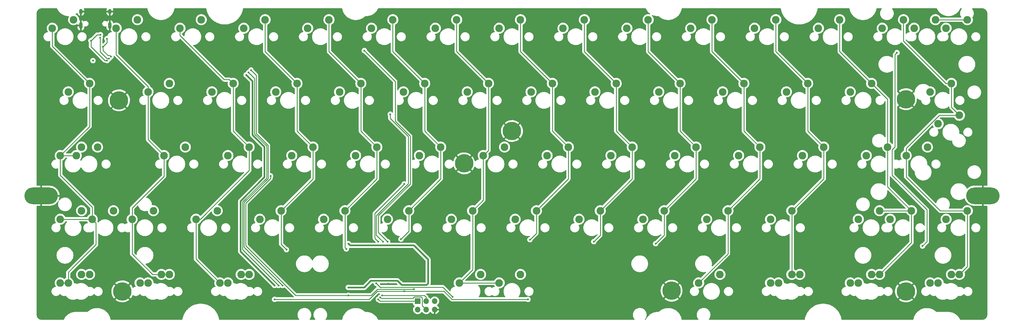
<source format=gbr>
G04 #@! TF.GenerationSoftware,KiCad,Pcbnew,(5.99.0-9972-g9020611657)*
G04 #@! TF.CreationDate,2021-03-30T08:21:05+08:00*
G04 #@! TF.ProjectId,plain60-c,706c6169-6e36-4302-9d63-2e6b69636164,rev?*
G04 #@! TF.SameCoordinates,Original*
G04 #@! TF.FileFunction,Copper,L1,Top*
G04 #@! TF.FilePolarity,Positive*
%FSLAX46Y46*%
G04 Gerber Fmt 4.6, Leading zero omitted, Abs format (unit mm)*
G04 Created by KiCad (PCBNEW (5.99.0-9972-g9020611657)) date 2021-03-30 08:21:05*
%MOMM*%
%LPD*%
G01*
G04 APERTURE LIST*
G04 #@! TA.AperFunction,ComponentPad*
%ADD10C,2.286000*%
G04 #@! TD*
G04 #@! TA.AperFunction,ComponentPad*
%ADD11O,10.000000X5.000000*%
G04 #@! TD*
G04 #@! TA.AperFunction,ComponentPad*
%ADD12C,5.500000*%
G04 #@! TD*
G04 #@! TA.AperFunction,ComponentPad*
%ADD13O,1.000000X2.100000*%
G04 #@! TD*
G04 #@! TA.AperFunction,ComponentPad*
%ADD14O,1.000000X1.600000*%
G04 #@! TD*
G04 #@! TA.AperFunction,ComponentPad*
%ADD15R,1.700000X1.700000*%
G04 #@! TD*
G04 #@! TA.AperFunction,ComponentPad*
%ADD16O,1.700000X1.700000*%
G04 #@! TD*
G04 #@! TA.AperFunction,ViaPad*
%ADD17C,0.600000*%
G04 #@! TD*
G04 #@! TA.AperFunction,Conductor*
%ADD18C,0.250000*%
G04 #@! TD*
G04 #@! TA.AperFunction,Conductor*
%ADD19C,0.500000*%
G04 #@! TD*
G04 APERTURE END LIST*
D10*
X78740000Y-23495000D03*
X72390000Y-26035000D03*
X97790000Y-23495000D03*
X91440000Y-26035000D03*
X154940000Y-23495000D03*
X148590000Y-26035000D03*
X173990000Y-23495000D03*
X167640000Y-26035000D03*
X40640000Y-23495000D03*
X34290000Y-26035000D03*
X135890000Y-23495000D03*
X129540000Y-26035000D03*
X116840000Y-23495000D03*
X110490000Y-26035000D03*
X59690000Y-23495000D03*
X53340000Y-26035000D03*
X16827500Y-23495000D03*
X10477500Y-26035000D03*
X269240000Y-4445000D03*
X262890000Y-6985000D03*
X145415000Y-4445000D03*
X139065000Y-6985000D03*
X183515000Y-4445000D03*
X177165000Y-6985000D03*
X259715000Y-4445000D03*
X253365000Y-6985000D03*
X88265000Y-4445000D03*
X81915000Y-6985000D03*
X240665000Y-4445000D03*
X234315000Y-6985000D03*
X221615000Y-4445000D03*
X215265000Y-6985000D03*
X202565000Y-4445000D03*
X196215000Y-6985000D03*
X164465000Y-4445000D03*
X158115000Y-6985000D03*
X126365000Y-4445000D03*
X120015000Y-6985000D03*
X107315000Y-4445000D03*
X100965000Y-6985000D03*
X69215000Y-4445000D03*
X62865000Y-6985000D03*
X31115000Y-4445000D03*
X24765000Y-6985000D03*
X12065000Y-4445000D03*
X5715000Y-6985000D03*
X50165000Y-4445000D03*
X43815000Y-6985000D03*
X40640000Y-80645000D03*
X34290000Y-83185000D03*
X204946250Y-80645000D03*
X198596250Y-83185000D03*
X150177500Y-61595000D03*
X143827500Y-64135000D03*
X252571460Y-61595056D03*
X246221460Y-64135056D03*
X14446250Y-42545000D03*
X8096250Y-45085000D03*
X226377500Y-61595000D03*
X220027500Y-64135000D03*
X169227500Y-61595000D03*
X162877500Y-64135000D03*
X207327500Y-61595000D03*
X200977500Y-64135000D03*
X131127500Y-61595000D03*
X124777500Y-64135000D03*
X188277500Y-61595000D03*
X181927500Y-64135000D03*
X16827500Y-80645000D03*
X10477500Y-83185000D03*
X14446250Y-61595000D03*
X8096250Y-64135000D03*
X278765000Y-4445000D03*
X272415000Y-6985000D03*
X276383750Y-80645072D03*
X270033750Y-83185072D03*
X252571250Y-80645000D03*
X246221250Y-83185000D03*
X250190000Y-23495000D03*
X243840000Y-26035000D03*
X54927500Y-61595000D03*
X48577500Y-64135000D03*
X193040000Y-23495000D03*
X186690000Y-26035000D03*
X121602500Y-42545000D03*
X115252500Y-45085000D03*
X64452500Y-42545000D03*
X58102500Y-45085000D03*
X62071250Y-80645000D03*
X55721250Y-83185000D03*
X266858750Y-42545000D03*
X260508750Y-45085000D03*
X228758750Y-80645000D03*
X222408750Y-83185000D03*
X278765000Y-61595000D03*
X272415000Y-64135000D03*
X178752500Y-42545000D03*
X172402500Y-45085000D03*
X14446250Y-80645000D03*
X8096250Y-83185000D03*
X274002500Y-23495000D03*
X267652500Y-26035000D03*
X231140000Y-23495000D03*
X224790000Y-26035000D03*
X64452500Y-80645000D03*
X58102500Y-83185000D03*
X93027500Y-61595000D03*
X86677500Y-64135000D03*
X83502500Y-42545000D03*
X77152500Y-45085000D03*
X35877500Y-61595000D03*
X29527500Y-64135000D03*
X254952500Y-42545000D03*
X248602500Y-45085000D03*
X159702500Y-42545000D03*
X153352500Y-45085000D03*
X102552500Y-42545000D03*
X96202500Y-45085000D03*
X45402500Y-42545000D03*
X39052500Y-45085000D03*
X197802500Y-42545000D03*
X191452500Y-45085000D03*
X23971250Y-61595000D03*
X17621250Y-64135000D03*
X235902500Y-42545000D03*
X229552500Y-45085000D03*
X216852500Y-42545000D03*
X210502500Y-45085000D03*
X212090000Y-23495000D03*
X205740000Y-26035000D03*
X140652500Y-42545000D03*
X134302500Y-45085000D03*
X19208750Y-42545000D03*
X12858750Y-45085000D03*
X112077500Y-61595000D03*
X105727500Y-64135000D03*
X250190000Y-80645000D03*
X243840000Y-83185000D03*
X38258750Y-80645000D03*
X31908750Y-83185000D03*
X73977500Y-61595000D03*
X67627500Y-64135000D03*
X226377500Y-80645000D03*
X220027500Y-83185000D03*
X274002728Y-80645072D03*
X267652728Y-83185072D03*
D11*
X2381252Y-57125000D03*
X283368988Y-57125000D03*
D10*
X262096468Y-61595000D03*
X255746468Y-64135000D03*
X133508750Y-80645000D03*
X127158750Y-83185000D03*
D12*
X26625000Y-85725072D03*
X142875000Y-37750000D03*
X260430000Y-85725072D03*
X260425000Y-28227050D03*
X25600000Y-28575024D03*
X128587608Y-47425040D03*
X190500160Y-85525000D03*
D10*
X145415000Y-80645000D03*
X139065000Y-83185000D03*
X276383980Y-33020000D03*
X270033980Y-35560000D03*
D13*
X22888000Y-6160000D03*
X14248000Y-6160000D03*
D14*
X22888000Y-1980000D03*
X14248000Y-1980000D03*
D15*
X114736661Y-88622263D03*
D16*
X114736661Y-91162263D03*
X117276661Y-88622263D03*
X117276661Y-91162263D03*
X119816661Y-88622263D03*
X119816661Y-91162263D03*
D17*
X113704783Y-82153194D03*
X97631332Y-81557881D03*
X112514157Y-89892263D03*
X122634478Y-72628186D03*
X105965714Y-83343820D03*
X117276661Y-75604751D03*
X94059454Y-71437560D03*
X117371974Y-83819943D03*
X63586696Y-20947750D03*
X94059454Y-84534446D03*
X72032873Y-83939133D03*
X105781339Y-82564132D03*
X109537592Y-83343820D03*
X105759599Y-70842247D03*
X98821958Y-13692199D03*
X104370398Y-70842247D03*
X106561027Y-32742215D03*
X102989149Y-70842247D03*
X110728218Y-53578170D03*
X110728218Y-85694944D03*
X147637624Y-88115698D03*
X72032873Y-88106324D03*
X75604751Y-73223499D03*
X93464141Y-73034408D03*
X109751596Y-70086060D03*
X148232937Y-70246934D03*
X167282953Y-70842247D03*
X185737656Y-71436090D03*
X257770529Y-14287512D03*
X265381381Y-72161090D03*
X22621894Y-16073451D03*
X20000016Y-9779713D03*
X20075000Y-8929695D03*
X17264077Y-10715634D03*
X22033367Y-16661978D03*
X94059454Y-86915698D03*
X113617287Y-85069944D03*
X70842247Y-51196918D03*
X102989149Y-88106324D03*
X104179775Y-86915698D03*
X103584462Y-87511011D03*
X23217207Y-15478138D03*
X17859390Y-16668764D03*
X20835955Y-12501573D03*
X22026581Y-10120321D03*
X65000912Y-19533534D03*
X74414125Y-83939133D03*
X73223499Y-83939133D03*
X64293804Y-20240642D03*
X125160016Y-87366726D03*
X102393836Y-83314133D03*
D18*
X14248000Y-6110000D02*
X14248000Y-1930000D01*
X22888000Y-1930000D02*
X22888000Y-6110000D01*
D19*
X114300096Y-72628186D02*
X113652270Y-71980360D01*
X117371974Y-83819943D02*
X111799654Y-83819943D01*
X111799654Y-83819943D02*
X110013715Y-83819943D01*
X117371974Y-83819943D02*
X117848097Y-83343820D01*
X72032873Y-83939133D02*
X61912552Y-73818812D01*
X69056308Y-42485096D02*
X65484430Y-38913218D01*
X65484430Y-38913218D02*
X65484430Y-22845484D01*
X95313265Y-71980360D02*
X94602254Y-71980360D01*
X117848097Y-76176187D02*
X117276661Y-75604751D01*
X100792272Y-82564132D02*
X103173524Y-82564132D01*
X65484430Y-22845484D02*
X63586696Y-20947750D01*
X108757904Y-82564132D02*
X109537592Y-83343820D01*
X61912552Y-73818812D02*
X61912552Y-58718114D01*
X114895409Y-73223499D02*
X114300096Y-72628186D01*
X94059454Y-84534446D02*
X98821958Y-84534446D01*
X61912552Y-58718114D02*
X69056308Y-51574358D01*
X69056308Y-51574358D02*
X69056308Y-42485096D01*
X110013715Y-83819943D02*
X109537592Y-83343820D01*
X117848097Y-83343820D02*
X117848097Y-76176187D01*
X98821958Y-84534446D02*
X100792272Y-82564132D01*
X94602254Y-71980360D02*
X94059454Y-71437560D01*
X105781339Y-82564132D02*
X108757904Y-82564132D01*
X117276661Y-75604751D02*
X114895409Y-73223499D01*
X113652270Y-71980360D02*
X95313265Y-71980360D01*
X103173524Y-82564132D02*
X105781339Y-82564132D01*
D18*
X102989149Y-63103178D02*
X102989149Y-66675056D01*
X108044099Y-34820600D02*
X112514157Y-39290658D01*
X105527905Y-70610553D02*
X104568973Y-69651621D01*
X104568973Y-69651621D02*
X102989149Y-68071797D01*
X112514157Y-53578170D02*
X102989149Y-63103178D01*
X102989149Y-68071797D02*
X102989149Y-66675056D01*
X98821958Y-13692199D02*
X108044099Y-22914340D01*
X112514157Y-39290658D02*
X112514157Y-53578170D01*
X104568973Y-69651621D02*
X105164286Y-70246934D01*
X108044099Y-22914340D02*
X108044099Y-34820600D01*
X105164286Y-70246934D02*
X105759599Y-70842247D01*
X111918844Y-39331755D02*
X106561027Y-33973938D01*
X111918844Y-53537073D02*
X111918844Y-39331755D01*
X106561027Y-33973938D02*
X106561027Y-32742215D01*
X102393836Y-68865685D02*
X102393836Y-63062081D01*
X103584462Y-70056311D02*
X104370398Y-70842247D01*
X103584462Y-70056311D02*
X102393836Y-68865685D01*
X102393836Y-63062081D02*
X111918844Y-53537073D01*
X101943827Y-62362561D02*
X101943827Y-64889117D01*
X109537592Y-54768796D02*
X101943827Y-62362561D01*
X102989149Y-70842247D02*
X101943827Y-69796925D01*
X110728218Y-53578170D02*
X109537592Y-54768796D01*
X101943827Y-69796925D02*
X101943827Y-64889117D01*
X111323531Y-85694944D02*
X122604350Y-85694944D01*
X147628250Y-88106324D02*
X147637624Y-88115698D01*
X110728218Y-85694944D02*
X111323531Y-85694944D01*
X100278208Y-88106324D02*
X102689588Y-85694944D01*
X102689588Y-85694944D02*
X108346966Y-85694944D01*
X125611043Y-88106324D02*
X147628250Y-88106324D01*
X122604350Y-85694944D02*
X125015730Y-88106324D01*
X125015730Y-88106324D02*
X125611043Y-88106324D01*
X72032873Y-88106324D02*
X100278208Y-88106324D01*
X108346966Y-85694944D02*
X110728218Y-85694944D01*
X62071250Y-80645000D02*
X64452500Y-80645000D01*
X11906260Y-78581316D02*
X10477500Y-80010076D01*
X16827500Y-23495000D02*
X16827500Y-36353750D01*
X17621250Y-60483786D02*
X17621250Y-64135000D01*
X8096250Y-64135000D02*
X17621250Y-64135000D01*
X8096250Y-83185000D02*
X10477500Y-83185000D01*
X5715000Y-12382500D02*
X16827500Y-23495000D01*
X8096250Y-45085000D02*
X12858750Y-45085000D01*
X10477500Y-80010076D02*
X10477500Y-83185000D01*
X16827500Y-36353750D02*
X8096250Y-45085000D01*
X18764249Y-65277999D02*
X18764249Y-71723327D01*
X17621250Y-64135000D02*
X18764249Y-65277999D01*
X18764249Y-71723327D02*
X11906260Y-78581316D01*
X8096250Y-45085000D02*
X8096250Y-50958786D01*
X8096250Y-50958786D02*
X17621250Y-60483786D01*
X5715000Y-6985000D02*
X5715000Y-12382500D01*
X36642304Y-80645000D02*
X38258750Y-80645000D01*
X35652276Y-80645000D02*
X36642304Y-80645000D01*
X39052500Y-51270228D02*
X29527500Y-60795228D01*
X34290000Y-26035000D02*
X34290000Y-40322500D01*
X38258750Y-80645000D02*
X40640000Y-80645000D01*
X29527500Y-74520224D02*
X35652276Y-80645000D01*
X34290000Y-24418554D02*
X24765000Y-14893554D01*
X24765000Y-14893554D02*
X24765000Y-8328502D01*
X29527500Y-62518554D02*
X29527500Y-64135000D01*
X24765000Y-8328502D02*
X24765000Y-6985000D01*
X34290000Y-40322500D02*
X39052500Y-45085000D01*
X34290000Y-26035000D02*
X34290000Y-24418554D01*
X29527500Y-60795228D02*
X29527500Y-62518554D01*
X39052500Y-45085000D02*
X39052500Y-51270228D01*
X29527500Y-64135000D02*
X29527500Y-74520224D01*
X48577500Y-64135000D02*
X48577500Y-76041250D01*
X59690000Y-23495000D02*
X59690000Y-37782500D01*
X43815000Y-9146974D02*
X57020027Y-22352001D01*
X57020027Y-22352001D02*
X58547001Y-22352001D01*
X64452500Y-49529988D02*
X49847488Y-64135000D01*
X43815000Y-6985000D02*
X43815000Y-9146974D01*
X49847488Y-64135000D02*
X48577500Y-64135000D01*
X64452500Y-42545000D02*
X64452500Y-49529988D01*
X58547001Y-22352001D02*
X59690000Y-23495000D01*
X59690000Y-37782500D02*
X64452500Y-42545000D01*
X48577500Y-76041250D02*
X55721250Y-83185000D01*
X69215000Y-4445000D02*
X69215000Y-13970000D01*
X78740000Y-37782500D02*
X83502500Y-42545000D01*
X75604751Y-73223499D02*
X73977500Y-71596248D01*
X83502500Y-52070000D02*
X73977500Y-61595000D01*
X83502500Y-42545000D02*
X83502500Y-52070000D01*
X73977500Y-71596248D02*
X73977500Y-61595000D01*
X78740000Y-23495000D02*
X78740000Y-37782500D01*
X69215000Y-13970000D02*
X78740000Y-23495000D01*
X93027500Y-70088262D02*
X93027500Y-70507781D01*
X88265000Y-4445000D02*
X88265000Y-13970000D01*
X102552500Y-42545000D02*
X102552500Y-52070000D01*
X93027500Y-69214980D02*
X93027500Y-72597767D01*
X97790000Y-23495000D02*
X97790000Y-37782500D01*
X93027500Y-69214980D02*
X93027500Y-70088262D01*
X93027500Y-61595000D02*
X93027500Y-69214980D01*
X93027500Y-72597767D02*
X93464141Y-73034408D01*
X97790000Y-37782500D02*
X102552500Y-42545000D01*
X102552500Y-52070000D02*
X93027500Y-61595000D01*
X88265000Y-13970000D02*
X97790000Y-23495000D01*
X112077500Y-61595000D02*
X112077500Y-67760156D01*
X121602500Y-42545000D02*
X121602500Y-52070000D01*
X121602500Y-52070000D02*
X112077500Y-61595000D01*
X107315000Y-13970000D02*
X116840000Y-23495000D01*
X112077500Y-67760156D02*
X109751596Y-70086060D01*
X107315000Y-4445000D02*
X107315000Y-13970000D01*
X116840000Y-37782500D02*
X121602500Y-42545000D01*
X116840000Y-23495000D02*
X116840000Y-37782500D01*
X127158750Y-83185000D02*
X139065000Y-83185000D01*
X131127500Y-61595000D02*
X131127500Y-79216250D01*
X135890000Y-43497500D02*
X134302500Y-45085000D01*
X131127500Y-79216250D02*
X127158750Y-83185000D01*
X126365000Y-13970000D02*
X135890000Y-23495000D01*
X134302500Y-58420000D02*
X131127500Y-61595000D01*
X126365000Y-4445000D02*
X126365000Y-13970000D01*
X135890000Y-23495000D02*
X135890000Y-43497500D01*
X134302500Y-45085000D02*
X134302500Y-58420000D01*
X145415000Y-4445000D02*
X145415000Y-13970000D01*
X154940000Y-23495000D02*
X154940000Y-37782500D01*
X150177500Y-68302371D02*
X150177500Y-61595000D01*
X145415000Y-13970000D02*
X154940000Y-23495000D01*
X151320499Y-60452001D02*
X150177500Y-61595000D01*
X159702500Y-42545000D02*
X159702500Y-52070000D01*
X159702500Y-52070000D02*
X151320499Y-60452001D01*
X148232937Y-70246934D02*
X150177500Y-68302371D01*
X154940000Y-37782500D02*
X159702500Y-42545000D01*
X178752500Y-52070000D02*
X169227500Y-61595000D01*
X164465000Y-13970000D02*
X173990000Y-23495000D01*
X169227500Y-68897700D02*
X167282953Y-70842247D01*
X164465000Y-4445000D02*
X164465000Y-13970000D01*
X173990000Y-37782500D02*
X178752500Y-42545000D01*
X169227500Y-61595000D02*
X169227500Y-68897700D01*
X173990000Y-23495000D02*
X173990000Y-37782500D01*
X178752500Y-42545000D02*
X178752500Y-52070000D01*
X188277500Y-68897716D02*
X188277500Y-61595000D01*
X185737656Y-71436090D02*
X187522125Y-69651621D01*
X183515000Y-13970000D02*
X193040000Y-23495000D01*
X197802500Y-52070000D02*
X188277500Y-61595000D01*
X197802500Y-42545000D02*
X197802500Y-52070000D01*
X187523595Y-69651621D02*
X188277500Y-68897716D01*
X193040000Y-23495000D02*
X193040000Y-37782500D01*
X187522125Y-69651621D02*
X187523595Y-69651621D01*
X193040000Y-37782500D02*
X197802500Y-42545000D01*
X183515000Y-4445000D02*
X183515000Y-13970000D01*
X202565000Y-13970000D02*
X212090000Y-23495000D01*
X212090000Y-37782500D02*
X216852500Y-42545000D01*
X216852500Y-42545000D02*
X216852500Y-52070000D01*
X202565000Y-4445000D02*
X202565000Y-13970000D01*
X207327500Y-74453750D02*
X198596250Y-83185000D01*
X216852500Y-52070000D02*
X207327500Y-61595000D01*
X207327500Y-61595000D02*
X207327500Y-74453750D01*
X212090000Y-23495000D02*
X212090000Y-37782500D01*
X221615000Y-13970000D02*
X231140000Y-23495000D01*
X235902500Y-42545000D02*
X235902500Y-52070000D01*
X221615000Y-4445000D02*
X221615000Y-13970000D01*
X226377500Y-80645000D02*
X228758750Y-80645000D01*
X235902500Y-52070000D02*
X226377500Y-61595000D01*
X231140000Y-23495000D02*
X231140000Y-37782500D01*
X226377500Y-61595000D02*
X226377500Y-80645000D01*
X231140000Y-37782500D02*
X235902500Y-42545000D01*
X262096468Y-61595000D02*
X262096468Y-71119782D01*
X240665000Y-13970000D02*
X250190000Y-23495000D01*
X262096468Y-61595000D02*
X252571516Y-61595000D01*
X254952500Y-28257500D02*
X254952500Y-42545000D01*
X254952500Y-42545000D02*
X254952500Y-54451032D01*
X250190000Y-80645000D02*
X252571250Y-80645000D01*
X240665000Y-4445000D02*
X240665000Y-13970000D01*
X250190000Y-23495000D02*
X254952500Y-28257500D01*
X262096468Y-71119782D02*
X252571250Y-80645000D01*
X252571516Y-61595000D02*
X252571460Y-61595056D01*
X254952500Y-54451032D02*
X262096468Y-61595000D01*
X260508750Y-42912588D02*
X260508750Y-43468554D01*
X274002500Y-30638520D02*
X276383980Y-33020000D01*
X270401338Y-33020000D02*
X260508750Y-42912588D01*
X260508750Y-43468554D02*
X260508750Y-45085000D01*
X260508750Y-45085000D02*
X260508750Y-51440804D01*
X276383750Y-80645072D02*
X274002728Y-80645072D01*
X270662946Y-61595000D02*
X277148554Y-61595000D01*
X259715000Y-10823946D02*
X272386054Y-23495000D01*
X278765000Y-78263822D02*
X276383750Y-80645072D01*
X278765000Y-61595000D02*
X278765000Y-78263822D01*
X277148554Y-61595000D02*
X278765000Y-61595000D01*
X274002500Y-23495000D02*
X274002500Y-30638520D01*
X259715000Y-4445000D02*
X259715000Y-10823946D01*
X272386054Y-23495000D02*
X274002500Y-23495000D01*
X260508750Y-51440804D02*
X270662946Y-61595000D01*
X276383980Y-33020000D02*
X270401338Y-33020000D01*
X257175216Y-14882825D02*
X257770529Y-14287512D01*
X256316599Y-50933614D02*
X256316599Y-43353543D01*
X257175216Y-42494926D02*
X257175216Y-14882825D01*
X266700224Y-70842247D02*
X266700224Y-61317239D01*
X256316599Y-43353543D02*
X257175216Y-42494926D01*
X266700224Y-61317239D02*
X256316599Y-50933614D01*
X265381381Y-72161090D02*
X266700224Y-70842247D01*
X278765000Y-4445000D02*
X269240000Y-4445000D01*
X20000016Y-12856260D02*
X20000016Y-13451573D01*
X22621894Y-16073451D02*
X22585420Y-16036977D01*
X21990107Y-16036977D02*
X20000016Y-14046886D01*
X22585420Y-16036977D02*
X21990107Y-16036977D01*
X20000016Y-14046886D02*
X20000016Y-12856260D01*
X20000016Y-9779713D02*
X20000016Y-12856260D01*
X20075000Y-8929695D02*
X19050016Y-8929695D01*
X17264077Y-12501573D02*
X20240642Y-15478138D01*
X22033367Y-16661978D02*
X21424482Y-16661978D01*
X19050016Y-8929695D02*
X17264077Y-10715634D01*
X20240642Y-15478138D02*
X20865642Y-16103138D01*
X21424482Y-16661978D02*
X20240642Y-15478138D01*
X17264077Y-10715634D02*
X17264077Y-12501573D01*
X63407885Y-59308787D02*
X63407885Y-71437560D01*
X70842247Y-51874425D02*
X63407885Y-59308787D01*
X94059454Y-86915698D02*
X78307881Y-86915698D01*
X63407885Y-71437560D02*
X63407885Y-72015702D01*
X78307881Y-86915698D02*
X75331316Y-83939133D01*
X70842247Y-51196918D02*
X70842247Y-51874425D01*
X102678178Y-85069944D02*
X100832424Y-86915698D01*
X100832424Y-86915698D02*
X95250080Y-86915698D01*
X95250080Y-86915698D02*
X94059454Y-86915698D01*
X113617287Y-85069944D02*
X102678178Y-85069944D01*
X63407885Y-72015702D02*
X75331316Y-83939133D01*
X103505088Y-88622263D02*
X111918844Y-88622263D01*
X111918844Y-88622263D02*
X114736661Y-88622263D01*
X102989149Y-88106324D02*
X103505088Y-88622263D01*
X117276661Y-87420182D02*
X116772177Y-86915698D01*
X116772177Y-86915698D02*
X104179775Y-86915698D01*
X117276661Y-88622263D02*
X117276661Y-87420182D01*
X116101660Y-87702260D02*
X116101660Y-89987262D01*
X116426662Y-90312264D02*
X117276661Y-91162263D01*
X116101660Y-89987262D02*
X116426662Y-90312264D01*
X108346966Y-87811010D02*
X113259480Y-87811010D01*
X115765107Y-87365707D02*
X116101660Y-87702260D01*
X103884461Y-87811010D02*
X108346966Y-87811010D01*
X113704783Y-87365707D02*
X115765107Y-87365707D01*
X103584462Y-87511011D02*
X103884461Y-87811010D01*
X113259480Y-87811010D02*
X113704783Y-87365707D01*
X22321895Y-15178139D02*
X20835955Y-13692199D01*
X22026581Y-10120321D02*
X22026581Y-11310947D01*
X22026581Y-11310947D02*
X20835955Y-12501573D01*
X22917208Y-15178139D02*
X22321895Y-15178139D01*
X20835955Y-13692199D02*
X20835955Y-12501573D01*
X23217207Y-15478138D02*
X22917208Y-15178139D01*
X64293804Y-73818812D02*
X74414125Y-83939133D01*
X65000912Y-19533534D02*
X66529753Y-21062375D01*
X70101631Y-42080823D02*
X70101631Y-51978631D01*
X70101631Y-51978631D02*
X62957875Y-59122387D01*
X62957875Y-59122387D02*
X62957875Y-72482883D01*
X62957875Y-72482883D02*
X64293804Y-73818812D01*
X66529753Y-38508945D02*
X70101631Y-42080823D01*
X66529753Y-21062375D02*
X66529753Y-38508945D01*
X64293804Y-20240642D02*
X66079743Y-22026581D01*
X66079743Y-22026581D02*
X66079743Y-38695345D01*
X66079743Y-38695345D02*
X69651621Y-42267223D01*
X62507865Y-73223499D02*
X73223499Y-83939133D01*
X69651621Y-42267223D02*
X69651621Y-51792231D01*
X62507865Y-58935987D02*
X62507865Y-73223499D01*
X69651621Y-51792231D02*
X62507865Y-58935987D01*
X103614149Y-84534446D02*
X103703652Y-84444943D01*
X122238233Y-84444943D02*
X125160016Y-87366726D01*
X102393836Y-83314133D02*
X103614149Y-84534446D01*
X103703652Y-84444943D02*
X122238233Y-84444943D01*
G04 #@! TA.AperFunction,Conductor*
G36*
X7107367Y-1053008D02*
G01*
X7155289Y-1109914D01*
X7161516Y-1124634D01*
X7203570Y-1224041D01*
X7205565Y-1229053D01*
X7213287Y-1249742D01*
X7215672Y-1253990D01*
X7215826Y-1254321D01*
X7217563Y-1257566D01*
X7218678Y-1259754D01*
X7220421Y-1263873D01*
X7222728Y-1267700D01*
X7222729Y-1267702D01*
X7231162Y-1281691D01*
X7233110Y-1285038D01*
X7234744Y-1287948D01*
X7405404Y-1591836D01*
X7407951Y-1596609D01*
X7415712Y-1611935D01*
X7417912Y-1616279D01*
X7420750Y-1620227D01*
X7420946Y-1620550D01*
X7423041Y-1623592D01*
X7424380Y-1625623D01*
X7426573Y-1629529D01*
X7429297Y-1633083D01*
X7439238Y-1646054D01*
X7441546Y-1649163D01*
X7646891Y-1934870D01*
X7649954Y-1939332D01*
X7659369Y-1953695D01*
X7662043Y-1957774D01*
X7665309Y-1961389D01*
X7665534Y-1961681D01*
X7667946Y-1964462D01*
X7669512Y-1966343D01*
X7672126Y-1969980D01*
X7686563Y-1985005D01*
X7689181Y-1987815D01*
X7764171Y-2070828D01*
X7923813Y-2247548D01*
X7925042Y-2248909D01*
X7928579Y-2252998D01*
X7929977Y-2254686D01*
X7939546Y-2266241D01*
X7939550Y-2266245D01*
X7942653Y-2269992D01*
X7946302Y-2273222D01*
X7946552Y-2273481D01*
X7949257Y-2275975D01*
X7951022Y-2277670D01*
X7954029Y-2280998D01*
X7957478Y-2283867D01*
X7970030Y-2294309D01*
X7972971Y-2296833D01*
X8236401Y-2530052D01*
X8240376Y-2533726D01*
X8256255Y-2549050D01*
X8260232Y-2551848D01*
X8260521Y-2552087D01*
X8263499Y-2554273D01*
X8265430Y-2555752D01*
X8268786Y-2558723D01*
X8272529Y-2561188D01*
X8272538Y-2561195D01*
X8286182Y-2570181D01*
X8289386Y-2572362D01*
X8577106Y-2774811D01*
X8581440Y-2778001D01*
X8598956Y-2791488D01*
X8603234Y-2793834D01*
X8603526Y-2794025D01*
X8606762Y-2795886D01*
X8608814Y-2797122D01*
X8612486Y-2799706D01*
X8616483Y-2801741D01*
X8616488Y-2801744D01*
X8631020Y-2809143D01*
X8634444Y-2810953D01*
X8942933Y-2980153D01*
X8947622Y-2982858D01*
X8966501Y-2994294D01*
X8971001Y-2996144D01*
X8971311Y-2996301D01*
X8974754Y-2997799D01*
X8976926Y-2998797D01*
X8980862Y-3000956D01*
X8985060Y-3002533D01*
X8985072Y-3002539D01*
X9000333Y-3008273D01*
X9003927Y-3009687D01*
X9306733Y-3134225D01*
X9329336Y-3143521D01*
X9334300Y-3145688D01*
X9349915Y-3152910D01*
X9349919Y-3152912D01*
X9354329Y-3154951D01*
X9359003Y-3156288D01*
X9359335Y-3156412D01*
X9362899Y-3157510D01*
X9365181Y-3158264D01*
X9369339Y-3159974D01*
X9383058Y-3163447D01*
X9389520Y-3165083D01*
X9393256Y-3166090D01*
X9530590Y-3205389D01*
X9731515Y-3262885D01*
X9736689Y-3264487D01*
X9752997Y-3269922D01*
X9753002Y-3269923D01*
X9757622Y-3271463D01*
X9762429Y-3272274D01*
X9762765Y-3272358D01*
X9766429Y-3273053D01*
X9768780Y-3273548D01*
X9773100Y-3274785D01*
X9777541Y-3275395D01*
X9777542Y-3275395D01*
X9793719Y-3277616D01*
X9797550Y-3278203D01*
X10144479Y-3336766D01*
X10149793Y-3337781D01*
X10166602Y-3341367D01*
X10166612Y-3341368D01*
X10171373Y-3342384D01*
X10176241Y-3342656D01*
X10176609Y-3342705D01*
X10180261Y-3342983D01*
X10182709Y-3343219D01*
X10187124Y-3343964D01*
X10191598Y-3344076D01*
X10191601Y-3344076D01*
X10205692Y-3344428D01*
X10207953Y-3344484D01*
X10211823Y-3344641D01*
X10563087Y-3364242D01*
X10568471Y-3364659D01*
X10577495Y-3365553D01*
X10643312Y-3392173D01*
X10684289Y-3450151D01*
X10687415Y-3521079D01*
X10672507Y-3556772D01*
X10589048Y-3692965D01*
X10587155Y-3697535D01*
X10587153Y-3697539D01*
X10513873Y-3874452D01*
X10489575Y-3933113D01*
X10470904Y-4010883D01*
X10430049Y-4181053D01*
X10430048Y-4181059D01*
X10428894Y-4185866D01*
X10408500Y-4445000D01*
X10428894Y-4704134D01*
X10430048Y-4708941D01*
X10430049Y-4708947D01*
X10452458Y-4802286D01*
X10489575Y-4956887D01*
X10491468Y-4961458D01*
X10491469Y-4961460D01*
X10560823Y-5128893D01*
X10589048Y-5197035D01*
X10724863Y-5418666D01*
X10831360Y-5543357D01*
X10884035Y-5605031D01*
X10893678Y-5616322D01*
X11091334Y-5785137D01*
X11312965Y-5920952D01*
X11317535Y-5922845D01*
X11317539Y-5922847D01*
X11548540Y-6018531D01*
X11553113Y-6020425D01*
X11641698Y-6041692D01*
X11801053Y-6079951D01*
X11801059Y-6079952D01*
X11805866Y-6081106D01*
X12065000Y-6101500D01*
X12324134Y-6081106D01*
X12328941Y-6079952D01*
X12328947Y-6079951D01*
X12488302Y-6041692D01*
X12576887Y-6020425D01*
X12581460Y-6018531D01*
X12812461Y-5922847D01*
X12812465Y-5922845D01*
X12817035Y-5920952D01*
X13038666Y-5785137D01*
X13040575Y-5783507D01*
X13106802Y-5759874D01*
X13175954Y-5775952D01*
X13225436Y-5826864D01*
X13240000Y-5885668D01*
X13240000Y-5887885D01*
X13244475Y-5903124D01*
X13245865Y-5904329D01*
X13253548Y-5906000D01*
X13975885Y-5906000D01*
X13991124Y-5901525D01*
X13992329Y-5900135D01*
X13994000Y-5892452D01*
X13994000Y-4651948D01*
X13992010Y-4645170D01*
X14502000Y-4645170D01*
X14502000Y-7668052D01*
X14505973Y-7681583D01*
X14513768Y-7682703D01*
X14621557Y-7650979D01*
X14632941Y-7646380D01*
X14797222Y-7560496D01*
X14807483Y-7553782D01*
X14951959Y-7437620D01*
X14960719Y-7429042D01*
X15079881Y-7287030D01*
X15086807Y-7276916D01*
X15176118Y-7114458D01*
X15180946Y-7103194D01*
X15237002Y-6926484D01*
X15239550Y-6914497D01*
X15255607Y-6771339D01*
X15256000Y-6764315D01*
X15256000Y-6543515D01*
X15276002Y-6475394D01*
X15329658Y-6428901D01*
X15399932Y-6418797D01*
X15416307Y-6422276D01*
X15531596Y-6454900D01*
X15531601Y-6454901D01*
X15538164Y-6456758D01*
X15544973Y-6457163D01*
X15544976Y-6457163D01*
X15681982Y-6465302D01*
X15718961Y-6467499D01*
X15803558Y-6454100D01*
X15891112Y-6440233D01*
X15891116Y-6440232D01*
X15897846Y-6439166D01*
X15904192Y-6436679D01*
X15904196Y-6436678D01*
X16060119Y-6375573D01*
X16060123Y-6375571D01*
X16066474Y-6373082D01*
X16216977Y-6272328D01*
X16278251Y-6208433D01*
X16337608Y-6146537D01*
X16337611Y-6146533D01*
X16342335Y-6141607D01*
X16436697Y-5987016D01*
X16453632Y-5937834D01*
X16493440Y-5822225D01*
X16493441Y-5822222D01*
X16495663Y-5815768D01*
X16496841Y-5805592D01*
X16505999Y-5726434D01*
X16507016Y-5717647D01*
X20624093Y-5717647D01*
X20625536Y-5724319D01*
X20625536Y-5724323D01*
X20653880Y-5855417D01*
X20662367Y-5894672D01*
X20737762Y-6059348D01*
X20846760Y-6203993D01*
X20851939Y-6208432D01*
X20851940Y-6208433D01*
X20930918Y-6276125D01*
X20984275Y-6321858D01*
X20990290Y-6325083D01*
X20990294Y-6325086D01*
X21137877Y-6404219D01*
X21143892Y-6407444D01*
X21231028Y-6432101D01*
X21311596Y-6454900D01*
X21311601Y-6454901D01*
X21318164Y-6456758D01*
X21324973Y-6457163D01*
X21324976Y-6457163D01*
X21461982Y-6465302D01*
X21498961Y-6467499D01*
X21583558Y-6454100D01*
X21671112Y-6440233D01*
X21671116Y-6440232D01*
X21677846Y-6439166D01*
X21708028Y-6427338D01*
X21778749Y-6421107D01*
X21841614Y-6454100D01*
X21876662Y-6515842D01*
X21880000Y-6544652D01*
X21880000Y-6757912D01*
X21880301Y-6764060D01*
X21893691Y-6900626D01*
X21896074Y-6912661D01*
X21949654Y-7090124D01*
X21954329Y-7101466D01*
X22041357Y-7265144D01*
X22048144Y-7275360D01*
X22165310Y-7419019D01*
X22173954Y-7427723D01*
X22316788Y-7545886D01*
X22326959Y-7552746D01*
X22490031Y-7640918D01*
X22501330Y-7645668D01*
X22616693Y-7681380D01*
X22630795Y-7681586D01*
X22634000Y-7674830D01*
X22634000Y-4651948D01*
X22630027Y-4638417D01*
X22622232Y-4637297D01*
X22514443Y-4669021D01*
X22503059Y-4673620D01*
X22338778Y-4759504D01*
X22328517Y-4766218D01*
X22184041Y-4882380D01*
X22175282Y-4890958D01*
X22131634Y-4942975D01*
X22072524Y-4982302D01*
X22001536Y-4983428D01*
X21964290Y-4966196D01*
X21857300Y-4893485D01*
X21857291Y-4893480D01*
X21851652Y-4889648D01*
X21683489Y-4822388D01*
X21676762Y-4821274D01*
X21676757Y-4821273D01*
X21511544Y-4793922D01*
X21511540Y-4793922D01*
X21504806Y-4792807D01*
X21497989Y-4793164D01*
X21497985Y-4793164D01*
X21349905Y-4800925D01*
X21323940Y-4802286D01*
X21317367Y-4804097D01*
X21317364Y-4804097D01*
X21155910Y-4848569D01*
X21149328Y-4850382D01*
X20989117Y-4934852D01*
X20850782Y-5051754D01*
X20846639Y-5057173D01*
X20846637Y-5057175D01*
X20770865Y-5156281D01*
X20740777Y-5195634D01*
X20737894Y-5201817D01*
X20737892Y-5201820D01*
X20667115Y-5353603D01*
X20664235Y-5359780D01*
X20662749Y-5366428D01*
X20662748Y-5366431D01*
X20646568Y-5438818D01*
X20624726Y-5536533D01*
X20624702Y-5543356D01*
X20624702Y-5543357D01*
X20624504Y-5600047D01*
X20624093Y-5717647D01*
X16507016Y-5717647D01*
X16516480Y-5635854D01*
X16516500Y-5630000D01*
X16496940Y-5449944D01*
X16493195Y-5438815D01*
X16441349Y-5284759D01*
X16441347Y-5284754D01*
X16439171Y-5278289D01*
X16412492Y-5233887D01*
X16400683Y-5214234D01*
X16345890Y-5123044D01*
X16221449Y-4991450D01*
X16071652Y-4889648D01*
X15903489Y-4822388D01*
X15896762Y-4821274D01*
X15896757Y-4821273D01*
X15731544Y-4793922D01*
X15731540Y-4793922D01*
X15724806Y-4792807D01*
X15717989Y-4793164D01*
X15717985Y-4793164D01*
X15569905Y-4800925D01*
X15543940Y-4802286D01*
X15537367Y-4804097D01*
X15537364Y-4804097D01*
X15375910Y-4848569D01*
X15369328Y-4850382D01*
X15209117Y-4934852D01*
X15203901Y-4939260D01*
X15182256Y-4957551D01*
X15117315Y-4986242D01*
X15047171Y-4975269D01*
X15003286Y-4940948D01*
X14970690Y-4900982D01*
X14962046Y-4892277D01*
X14819212Y-4774114D01*
X14809041Y-4767254D01*
X14645969Y-4679082D01*
X14634670Y-4674332D01*
X14519307Y-4638620D01*
X14505205Y-4638414D01*
X14502000Y-4645170D01*
X13992010Y-4645170D01*
X13990027Y-4638417D01*
X13982234Y-4637297D01*
X13875369Y-4668749D01*
X13804372Y-4668794D01*
X13744622Y-4630448D01*
X13715088Y-4565886D01*
X13714182Y-4537990D01*
X13721112Y-4449931D01*
X13721112Y-4449930D01*
X13721500Y-4445000D01*
X29458500Y-4445000D01*
X29478894Y-4704134D01*
X29480048Y-4708941D01*
X29480049Y-4708947D01*
X29502458Y-4802286D01*
X29539575Y-4956887D01*
X29541468Y-4961458D01*
X29541469Y-4961460D01*
X29610823Y-5128893D01*
X29639048Y-5197035D01*
X29774863Y-5418666D01*
X29881360Y-5543357D01*
X29934035Y-5605031D01*
X29943678Y-5616322D01*
X30141334Y-5785137D01*
X30362965Y-5920952D01*
X30367535Y-5922845D01*
X30367539Y-5922847D01*
X30598540Y-6018531D01*
X30603113Y-6020425D01*
X30691698Y-6041692D01*
X30851053Y-6079951D01*
X30851059Y-6079952D01*
X30855866Y-6081106D01*
X31115000Y-6101500D01*
X31374134Y-6081106D01*
X31378941Y-6079952D01*
X31378947Y-6079951D01*
X31538302Y-6041692D01*
X31626887Y-6020425D01*
X31631460Y-6018531D01*
X31862461Y-5922847D01*
X31862465Y-5922845D01*
X31867035Y-5920952D01*
X32088666Y-5785137D01*
X32286322Y-5616322D01*
X32295966Y-5605031D01*
X32348640Y-5543357D01*
X32455137Y-5418666D01*
X32590952Y-5197035D01*
X32619178Y-5128893D01*
X32688531Y-4961460D01*
X32688532Y-4961458D01*
X32690425Y-4956887D01*
X32727542Y-4802286D01*
X32749951Y-4708947D01*
X32749952Y-4708941D01*
X32751106Y-4704134D01*
X32771500Y-4445000D01*
X32751106Y-4185866D01*
X32749952Y-4181059D01*
X32749951Y-4181053D01*
X32709096Y-4010883D01*
X32690425Y-3933113D01*
X32666127Y-3874452D01*
X32592847Y-3697539D01*
X32592845Y-3697535D01*
X32590952Y-3692965D01*
X32455137Y-3471334D01*
X32305225Y-3295810D01*
X32289530Y-3277434D01*
X32286322Y-3273678D01*
X32281926Y-3269923D01*
X32245523Y-3238832D01*
X32088666Y-3104863D01*
X31867035Y-2969048D01*
X31862465Y-2967155D01*
X31862461Y-2967153D01*
X31631460Y-2871469D01*
X31631458Y-2871468D01*
X31626887Y-2869575D01*
X31526025Y-2845360D01*
X31378947Y-2810049D01*
X31378941Y-2810048D01*
X31374134Y-2808894D01*
X31115000Y-2788500D01*
X30855866Y-2808894D01*
X30851059Y-2810048D01*
X30851053Y-2810049D01*
X30703975Y-2845360D01*
X30603113Y-2869575D01*
X30598542Y-2871468D01*
X30598540Y-2871469D01*
X30367539Y-2967153D01*
X30367535Y-2967155D01*
X30362965Y-2969048D01*
X30141334Y-3104863D01*
X29984477Y-3238832D01*
X29948075Y-3269923D01*
X29943678Y-3273678D01*
X29940470Y-3277434D01*
X29924775Y-3295810D01*
X29774863Y-3471334D01*
X29639048Y-3692965D01*
X29637155Y-3697535D01*
X29637153Y-3697539D01*
X29563873Y-3874452D01*
X29539575Y-3933113D01*
X29520904Y-4010883D01*
X29480049Y-4181053D01*
X29480048Y-4181059D01*
X29478894Y-4185866D01*
X29458500Y-4445000D01*
X13721500Y-4445000D01*
X13701106Y-4185866D01*
X13699952Y-4181059D01*
X13699951Y-4181053D01*
X13659096Y-4010883D01*
X13640425Y-3933113D01*
X13616127Y-3874452D01*
X13542847Y-3697539D01*
X13542845Y-3697535D01*
X13540952Y-3692965D01*
X13405137Y-3471334D01*
X13255225Y-3295810D01*
X13239530Y-3277434D01*
X13236322Y-3273678D01*
X13231926Y-3269923D01*
X13195523Y-3238832D01*
X13038666Y-3104863D01*
X12817035Y-2969048D01*
X12732680Y-2934107D01*
X12677400Y-2889558D01*
X12654979Y-2822195D01*
X12672537Y-2753404D01*
X12708390Y-2714653D01*
X12905687Y-2575829D01*
X12910167Y-2572819D01*
X12924656Y-2563528D01*
X12924664Y-2563522D01*
X12928756Y-2560898D01*
X12932396Y-2557676D01*
X12932680Y-2557461D01*
X12935502Y-2555062D01*
X12937387Y-2553524D01*
X12941059Y-2550940D01*
X12944329Y-2547861D01*
X12956200Y-2536682D01*
X12959058Y-2534072D01*
X13058389Y-2446132D01*
X13122652Y-2415953D01*
X13193030Y-2425308D01*
X13247178Y-2471226D01*
X13262533Y-2504054D01*
X13309654Y-2660124D01*
X13314329Y-2671466D01*
X13401357Y-2835144D01*
X13408144Y-2845360D01*
X13525310Y-2989019D01*
X13533954Y-2997723D01*
X13676788Y-3115886D01*
X13686959Y-3122746D01*
X13850031Y-3210918D01*
X13861330Y-3215668D01*
X13976693Y-3251380D01*
X13990795Y-3251586D01*
X13994000Y-3244830D01*
X13994000Y-2247548D01*
X14502000Y-2247548D01*
X14502000Y-3238052D01*
X14505973Y-3251583D01*
X14513768Y-3252703D01*
X14621557Y-3220979D01*
X14632941Y-3216380D01*
X14797222Y-3130496D01*
X14807483Y-3123782D01*
X14951959Y-3007620D01*
X14960719Y-2999042D01*
X15079881Y-2857030D01*
X15086807Y-2846916D01*
X15176118Y-2684458D01*
X15180946Y-2673194D01*
X15237002Y-2496484D01*
X15239550Y-2484497D01*
X15255607Y-2341339D01*
X15256000Y-2334315D01*
X15256000Y-2252115D01*
X15254659Y-2247548D01*
X21880000Y-2247548D01*
X21880000Y-2327912D01*
X21880301Y-2334060D01*
X21893691Y-2470626D01*
X21896074Y-2482661D01*
X21949654Y-2660124D01*
X21954329Y-2671466D01*
X22041357Y-2835144D01*
X22048144Y-2845360D01*
X22165310Y-2989019D01*
X22173954Y-2997723D01*
X22316788Y-3115886D01*
X22326959Y-3122746D01*
X22490031Y-3210918D01*
X22501330Y-3215668D01*
X22616693Y-3251380D01*
X22630795Y-3251586D01*
X22634000Y-3244830D01*
X22634000Y-2252115D01*
X22632659Y-2247548D01*
X23142000Y-2247548D01*
X23142000Y-3238052D01*
X23145973Y-3251583D01*
X23153768Y-3252703D01*
X23261557Y-3220979D01*
X23272941Y-3216380D01*
X23437222Y-3130496D01*
X23447483Y-3123782D01*
X23591959Y-3007620D01*
X23600719Y-2999042D01*
X23719881Y-2857030D01*
X23726807Y-2846916D01*
X23816118Y-2684458D01*
X23820946Y-2673194D01*
X23877002Y-2496484D01*
X23879550Y-2484497D01*
X23895607Y-2341339D01*
X23896000Y-2334315D01*
X23896000Y-2252115D01*
X23891525Y-2236876D01*
X23890135Y-2235671D01*
X23882452Y-2234000D01*
X23160115Y-2234000D01*
X23144876Y-2238475D01*
X23143671Y-2239865D01*
X23142000Y-2247548D01*
X22632659Y-2247548D01*
X22629525Y-2236876D01*
X22628135Y-2235671D01*
X22620452Y-2234000D01*
X21898115Y-2234000D01*
X21882876Y-2238475D01*
X21881671Y-2239865D01*
X21880000Y-2247548D01*
X15254659Y-2247548D01*
X15251525Y-2236876D01*
X15250135Y-2235671D01*
X15242452Y-2234000D01*
X14520115Y-2234000D01*
X14504876Y-2238475D01*
X14503671Y-2239865D01*
X14502000Y-2247548D01*
X13994000Y-2247548D01*
X13994000Y-1852000D01*
X14014002Y-1783879D01*
X14067658Y-1737386D01*
X14120000Y-1726000D01*
X15237885Y-1726000D01*
X15253124Y-1721525D01*
X15254329Y-1720135D01*
X15256000Y-1712452D01*
X15256000Y-1632088D01*
X15255699Y-1625940D01*
X15242309Y-1489374D01*
X15239926Y-1477339D01*
X15186346Y-1299876D01*
X15181675Y-1288542D01*
X15144253Y-1218161D01*
X15129934Y-1148623D01*
X15155482Y-1082383D01*
X15212787Y-1040470D01*
X15255505Y-1033008D01*
X17593304Y-1033008D01*
X21880163Y-1033007D01*
X21948283Y-1053009D01*
X21994776Y-1106665D01*
X22004880Y-1176939D01*
X21990577Y-1219708D01*
X21959882Y-1275542D01*
X21955054Y-1286806D01*
X21898998Y-1463516D01*
X21896450Y-1475503D01*
X21880393Y-1618661D01*
X21880000Y-1625685D01*
X21880000Y-1707885D01*
X21884475Y-1723124D01*
X21885865Y-1724329D01*
X21893548Y-1726000D01*
X23877885Y-1726000D01*
X23893124Y-1721525D01*
X23894329Y-1720135D01*
X23896000Y-1712452D01*
X23896000Y-1632088D01*
X23895699Y-1625940D01*
X23882309Y-1489374D01*
X23879926Y-1477339D01*
X23826346Y-1299876D01*
X23821671Y-1288534D01*
X23784253Y-1218160D01*
X23769933Y-1148623D01*
X23795481Y-1082382D01*
X23852786Y-1040470D01*
X23895504Y-1033007D01*
X33970212Y-1033006D01*
X33993421Y-1035162D01*
X33994259Y-1035319D01*
X34001025Y-1036587D01*
X34003490Y-1036663D01*
X34068448Y-1063640D01*
X34108886Y-1121995D01*
X34114314Y-1146619D01*
X34114317Y-1146705D01*
X34114575Y-1148181D01*
X34114891Y-1150954D01*
X34115069Y-1155828D01*
X34123712Y-1200559D01*
X34124097Y-1202655D01*
X34133533Y-1256638D01*
X34134944Y-1259502D01*
X34135564Y-1261901D01*
X34155505Y-1365107D01*
X34156732Y-1372690D01*
X34158082Y-1383022D01*
X34159053Y-1390458D01*
X34161231Y-1397907D01*
X34161381Y-1398421D01*
X34164152Y-1409865D01*
X34165104Y-1414790D01*
X34168282Y-1423974D01*
X34170930Y-1431629D01*
X34172795Y-1437475D01*
X34273875Y-1783292D01*
X34275409Y-1789044D01*
X34278828Y-1803190D01*
X34280382Y-1809622D01*
X34282241Y-1814124D01*
X34282906Y-1816170D01*
X34283590Y-1818115D01*
X34283709Y-1818071D01*
X34285268Y-1822271D01*
X34286526Y-1826574D01*
X34288380Y-1830654D01*
X34288383Y-1830661D01*
X34294950Y-1845109D01*
X34296706Y-1849158D01*
X34436571Y-2187902D01*
X34438713Y-2193458D01*
X34445863Y-2213397D01*
X34448191Y-2217672D01*
X34449091Y-2219678D01*
X34449963Y-2221505D01*
X34450078Y-2221448D01*
X34452073Y-2225448D01*
X34453786Y-2229596D01*
X34456068Y-2233456D01*
X34456071Y-2233463D01*
X34464157Y-2247143D01*
X34466325Y-2250962D01*
X34641398Y-2572365D01*
X34641625Y-2572781D01*
X34644350Y-2578078D01*
X34651473Y-2592768D01*
X34651476Y-2592774D01*
X34653597Y-2597147D01*
X34656365Y-2601142D01*
X34657447Y-2602994D01*
X34658538Y-2604764D01*
X34658645Y-2604695D01*
X34661065Y-2608471D01*
X34663208Y-2612405D01*
X34665887Y-2615996D01*
X34665893Y-2616005D01*
X34675387Y-2628730D01*
X34677962Y-2632310D01*
X34886679Y-2933512D01*
X34889953Y-2938484D01*
X34898612Y-2952334D01*
X34898616Y-2952340D01*
X34901199Y-2956471D01*
X34904385Y-2960154D01*
X34905669Y-2961893D01*
X34906926Y-2963513D01*
X34907025Y-2963433D01*
X34909835Y-2966929D01*
X34912386Y-2970610D01*
X34915431Y-2973890D01*
X34926230Y-2985524D01*
X34929159Y-2988793D01*
X35168993Y-3266034D01*
X35172728Y-3270564D01*
X35185827Y-3287237D01*
X35189394Y-3290563D01*
X35190841Y-3292137D01*
X35192272Y-3293622D01*
X35192361Y-3293533D01*
X35195529Y-3296708D01*
X35198463Y-3300100D01*
X35201850Y-3303043D01*
X35213834Y-3313456D01*
X35217115Y-3316409D01*
X35219575Y-3318703D01*
X35485162Y-3566328D01*
X35489417Y-3570488D01*
X35498900Y-3580206D01*
X35504210Y-3585648D01*
X35508104Y-3588566D01*
X35509738Y-3590001D01*
X35511300Y-3591307D01*
X35511380Y-3591208D01*
X35514873Y-3594028D01*
X35518152Y-3597086D01*
X35532050Y-3606761D01*
X35534835Y-3608700D01*
X35538413Y-3611285D01*
X35831684Y-3831107D01*
X35836362Y-3834789D01*
X35852696Y-3848283D01*
X35856881Y-3850769D01*
X35858693Y-3852044D01*
X35860352Y-3853154D01*
X35860422Y-3853045D01*
X35864189Y-3855471D01*
X35867779Y-3858162D01*
X35885654Y-3867949D01*
X35889451Y-3870116D01*
X36203837Y-4056867D01*
X36204561Y-4057297D01*
X36209610Y-4060460D01*
X36223222Y-4069443D01*
X36223227Y-4069446D01*
X36227281Y-4072121D01*
X36231700Y-4074142D01*
X36233576Y-4075181D01*
X36235422Y-4076147D01*
X36235479Y-4076034D01*
X36239481Y-4078041D01*
X36243336Y-4080331D01*
X36262180Y-4088161D01*
X36266172Y-4089902D01*
X36486869Y-4190800D01*
X36599483Y-4242285D01*
X36604840Y-4244889D01*
X36623669Y-4254598D01*
X36628288Y-4256137D01*
X36630276Y-4256975D01*
X36632192Y-4257730D01*
X36632237Y-4257610D01*
X36636429Y-4259177D01*
X36640507Y-4261041D01*
X36644804Y-4262307D01*
X36644809Y-4262309D01*
X36660041Y-4266797D01*
X36664240Y-4268115D01*
X37008760Y-4382899D01*
X37011945Y-4383960D01*
X37017547Y-4385975D01*
X37032758Y-4391855D01*
X37032768Y-4391858D01*
X37037303Y-4393611D01*
X37042066Y-4394648D01*
X37044181Y-4395283D01*
X37046112Y-4395814D01*
X37046144Y-4395690D01*
X37050486Y-4396801D01*
X37054737Y-4398217D01*
X37059148Y-4399017D01*
X37059153Y-4399018D01*
X37074792Y-4401854D01*
X37079120Y-4402717D01*
X37437180Y-4480685D01*
X37442966Y-4482089D01*
X37458734Y-4486312D01*
X37458738Y-4486313D01*
X37463436Y-4487571D01*
X37468275Y-4488092D01*
X37470432Y-4488494D01*
X37472424Y-4488818D01*
X37472442Y-4488690D01*
X37476889Y-4489332D01*
X37481263Y-4490284D01*
X37501544Y-4491750D01*
X37505929Y-4492144D01*
X37870372Y-4531364D01*
X37876237Y-4532136D01*
X37897178Y-4535396D01*
X37902042Y-4535396D01*
X37904213Y-4535564D01*
X37906250Y-4535673D01*
X37906255Y-4535546D01*
X37910739Y-4535708D01*
X37915192Y-4536187D01*
X37929854Y-4535673D01*
X37935560Y-4535473D01*
X37939974Y-4535396D01*
X38306447Y-4535396D01*
X38312398Y-4535537D01*
X38328675Y-4536307D01*
X38328679Y-4536307D01*
X38333546Y-4536537D01*
X38338392Y-4536016D01*
X38340576Y-4535950D01*
X38342594Y-4535842D01*
X38342585Y-4535715D01*
X38347060Y-4535396D01*
X38351541Y-4535396D01*
X38371731Y-4532504D01*
X38376048Y-4531963D01*
X38740459Y-4492746D01*
X38746365Y-4492252D01*
X38767531Y-4490982D01*
X38772277Y-4489948D01*
X38774375Y-4489659D01*
X38776454Y-4489321D01*
X38776431Y-4489196D01*
X38780841Y-4488401D01*
X38785302Y-4487921D01*
X38805031Y-4482895D01*
X38809318Y-4481883D01*
X38978701Y-4445000D01*
X48508500Y-4445000D01*
X48528894Y-4704134D01*
X48530048Y-4708941D01*
X48530049Y-4708947D01*
X48552458Y-4802286D01*
X48589575Y-4956887D01*
X48591468Y-4961458D01*
X48591469Y-4961460D01*
X48660823Y-5128893D01*
X48689048Y-5197035D01*
X48824863Y-5418666D01*
X48931360Y-5543357D01*
X48984035Y-5605031D01*
X48993678Y-5616322D01*
X49191334Y-5785137D01*
X49412965Y-5920952D01*
X49417535Y-5922845D01*
X49417539Y-5922847D01*
X49648540Y-6018531D01*
X49653113Y-6020425D01*
X49741698Y-6041692D01*
X49901053Y-6079951D01*
X49901059Y-6079952D01*
X49905866Y-6081106D01*
X50165000Y-6101500D01*
X50424134Y-6081106D01*
X50428941Y-6079952D01*
X50428947Y-6079951D01*
X50588302Y-6041692D01*
X50676887Y-6020425D01*
X50681460Y-6018531D01*
X50912461Y-5922847D01*
X50912465Y-5922845D01*
X50917035Y-5920952D01*
X51138666Y-5785137D01*
X51336322Y-5616322D01*
X51345966Y-5605031D01*
X51398640Y-5543357D01*
X51505137Y-5418666D01*
X51640952Y-5197035D01*
X51669178Y-5128893D01*
X51738531Y-4961460D01*
X51738532Y-4961458D01*
X51740425Y-4956887D01*
X51777542Y-4802286D01*
X51799951Y-4708947D01*
X51799952Y-4708941D01*
X51801106Y-4704134D01*
X51821500Y-4445000D01*
X51801106Y-4185866D01*
X51799952Y-4181059D01*
X51799951Y-4181053D01*
X51759096Y-4010883D01*
X51740425Y-3933113D01*
X51716127Y-3874452D01*
X51642847Y-3697539D01*
X51642845Y-3697535D01*
X51640952Y-3692965D01*
X51505137Y-3471334D01*
X51355225Y-3295810D01*
X51339530Y-3277434D01*
X51336322Y-3273678D01*
X51331926Y-3269923D01*
X51295523Y-3238832D01*
X51138666Y-3104863D01*
X50917035Y-2969048D01*
X50912465Y-2967155D01*
X50912461Y-2967153D01*
X50681460Y-2871469D01*
X50681458Y-2871468D01*
X50676887Y-2869575D01*
X50576025Y-2845360D01*
X50428947Y-2810049D01*
X50428941Y-2810048D01*
X50424134Y-2808894D01*
X50165000Y-2788500D01*
X49905866Y-2808894D01*
X49901059Y-2810048D01*
X49901053Y-2810049D01*
X49753975Y-2845360D01*
X49653113Y-2869575D01*
X49648542Y-2871468D01*
X49648540Y-2871469D01*
X49417539Y-2967153D01*
X49417535Y-2967155D01*
X49412965Y-2969048D01*
X49191334Y-3104863D01*
X49034477Y-3238832D01*
X48998075Y-3269923D01*
X48993678Y-3273678D01*
X48990470Y-3277434D01*
X48974775Y-3295810D01*
X48824863Y-3471334D01*
X48689048Y-3692965D01*
X48687155Y-3697535D01*
X48687153Y-3697539D01*
X48613873Y-3874452D01*
X48589575Y-3933113D01*
X48570904Y-4010883D01*
X48530049Y-4181053D01*
X48530048Y-4181059D01*
X48528894Y-4185866D01*
X48508500Y-4445000D01*
X38978701Y-4445000D01*
X39167409Y-4403909D01*
X39173249Y-4402781D01*
X39189355Y-4400063D01*
X39189364Y-4400061D01*
X39194151Y-4399253D01*
X39198761Y-4397717D01*
X39200815Y-4397205D01*
X39202848Y-4396646D01*
X39202813Y-4396526D01*
X39207124Y-4395260D01*
X39211492Y-4394309D01*
X39230588Y-4387194D01*
X39234733Y-4385732D01*
X39261935Y-4376669D01*
X39582441Y-4269884D01*
X39588126Y-4268139D01*
X39603821Y-4263722D01*
X39603826Y-4263720D01*
X39608506Y-4262403D01*
X39612929Y-4260381D01*
X39614990Y-4259625D01*
X39616877Y-4258882D01*
X39616828Y-4258763D01*
X39620965Y-4257050D01*
X39625219Y-4255632D01*
X39629225Y-4253628D01*
X39629232Y-4253625D01*
X39643446Y-4246514D01*
X39647431Y-4244607D01*
X39652510Y-4242285D01*
X39980719Y-4092236D01*
X39986154Y-4089904D01*
X40005842Y-4082005D01*
X40010033Y-4079516D01*
X40012026Y-4078531D01*
X40013783Y-4077612D01*
X40013721Y-4077498D01*
X40017655Y-4075349D01*
X40021733Y-4073485D01*
X40025633Y-4070980D01*
X40038871Y-4062475D01*
X40042627Y-4060154D01*
X40357709Y-3872989D01*
X40362887Y-3870077D01*
X40377303Y-3862411D01*
X40377307Y-3862408D01*
X40381595Y-3860128D01*
X40385486Y-3857211D01*
X40387350Y-3856027D01*
X40389019Y-3854911D01*
X40388945Y-3854805D01*
X40392628Y-3852246D01*
X40396482Y-3849957D01*
X40412346Y-3837174D01*
X40415804Y-3834486D01*
X40424781Y-3827757D01*
X40709071Y-3614669D01*
X40713911Y-3611216D01*
X40717370Y-3608870D01*
X40731449Y-3599321D01*
X40735011Y-3596000D01*
X40736726Y-3594632D01*
X40738266Y-3593341D01*
X40738183Y-3593245D01*
X40741572Y-3590306D01*
X40745163Y-3587615D01*
X40759556Y-3573221D01*
X40762727Y-3570158D01*
X40767853Y-3565379D01*
X41030788Y-3320225D01*
X41035230Y-3316276D01*
X41047673Y-3305728D01*
X41047674Y-3305727D01*
X41051390Y-3302577D01*
X41054576Y-3298894D01*
X41056144Y-3297342D01*
X41057537Y-3295897D01*
X41057443Y-3295810D01*
X41060503Y-3292520D01*
X41063774Y-3289470D01*
X41066582Y-3285984D01*
X41066587Y-3285979D01*
X41076548Y-3273614D01*
X41079377Y-3270225D01*
X41079639Y-3269923D01*
X41319143Y-2993060D01*
X41323138Y-2988656D01*
X41334385Y-2976834D01*
X41334386Y-2976833D01*
X41337742Y-2973305D01*
X41340519Y-2969297D01*
X41341906Y-2967593D01*
X41343137Y-2966005D01*
X41343035Y-2965929D01*
X41345720Y-2962338D01*
X41348653Y-2958948D01*
X41359685Y-2941772D01*
X41362119Y-2938126D01*
X41363613Y-2935971D01*
X41436637Y-2830588D01*
X41570839Y-2636921D01*
X41574342Y-2632111D01*
X41577778Y-2627621D01*
X41587220Y-2615284D01*
X41589548Y-2611009D01*
X41590752Y-2609156D01*
X41591805Y-2607448D01*
X41591693Y-2607382D01*
X41593970Y-2603539D01*
X41596532Y-2599842D01*
X41605649Y-2581612D01*
X41607686Y-2577713D01*
X41782980Y-2255901D01*
X41785951Y-2250741D01*
X41794429Y-2236790D01*
X41794435Y-2236778D01*
X41796960Y-2232623D01*
X41798818Y-2228123D01*
X41799805Y-2226174D01*
X41800678Y-2224344D01*
X41800561Y-2224291D01*
X41802418Y-2220216D01*
X41804565Y-2216275D01*
X41811665Y-2197214D01*
X41813276Y-2193110D01*
X41953155Y-1854329D01*
X41955547Y-1848902D01*
X41964550Y-1829720D01*
X41965918Y-1825039D01*
X41966683Y-1823017D01*
X41967359Y-1821094D01*
X41967240Y-1821054D01*
X41968656Y-1816787D01*
X41970364Y-1812650D01*
X41975391Y-1792906D01*
X41976551Y-1788663D01*
X42032729Y-1596463D01*
X42077837Y-1442142D01*
X42080205Y-1434869D01*
X42086272Y-1418005D01*
X42087194Y-1413232D01*
X42087196Y-1413225D01*
X42087845Y-1409865D01*
X42090618Y-1398415D01*
X42092024Y-1393604D01*
X42094552Y-1375935D01*
X42095569Y-1369883D01*
X42096596Y-1364571D01*
X42116183Y-1263195D01*
X42119553Y-1263846D01*
X42119590Y-1263228D01*
X42116464Y-1262642D01*
X42122049Y-1232842D01*
X42122181Y-1232150D01*
X42122398Y-1231030D01*
X42136306Y-1159042D01*
X42136415Y-1156789D01*
X42136571Y-1155776D01*
X42136681Y-1154763D01*
X42137578Y-1149980D01*
X42137659Y-1147338D01*
X42164656Y-1082336D01*
X42223013Y-1041900D01*
X42247279Y-1036700D01*
X42247697Y-1036687D01*
X42252118Y-1035914D01*
X42252120Y-1035914D01*
X42257989Y-1034888D01*
X42279684Y-1033006D01*
X51535219Y-1033006D01*
X51558428Y-1035162D01*
X51566027Y-1036586D01*
X51568461Y-1036661D01*
X51602993Y-1051000D01*
X51604824Y-1051222D01*
X51606129Y-1052302D01*
X51633413Y-1063632D01*
X51651734Y-1090070D01*
X51659505Y-1096505D01*
X51663134Y-1106520D01*
X51673852Y-1121986D01*
X51678139Y-1142706D01*
X51678697Y-1142613D01*
X51679307Y-1146274D01*
X51678892Y-1146343D01*
X51678977Y-1146757D01*
X51679318Y-1146697D01*
X51680478Y-1153332D01*
X51680634Y-1154243D01*
X51717624Y-1376336D01*
X51717942Y-1378246D01*
X51719164Y-1387845D01*
X51720364Y-1401415D01*
X51723578Y-1414397D01*
X51725556Y-1423968D01*
X51726477Y-1429499D01*
X51726479Y-1429507D01*
X51727215Y-1433926D01*
X51728569Y-1438192D01*
X51728572Y-1438206D01*
X51731430Y-1447212D01*
X51733639Y-1455040D01*
X51832124Y-1852858D01*
X51833852Y-1860978D01*
X51836771Y-1877318D01*
X51838353Y-1881920D01*
X51838354Y-1881922D01*
X51838972Y-1883718D01*
X51839981Y-1886651D01*
X51839982Y-1886655D01*
X51843138Y-1897350D01*
X51844728Y-1903772D01*
X51850617Y-1918307D01*
X51851006Y-1919268D01*
X51853372Y-1925593D01*
X51901927Y-2066785D01*
X51988008Y-2317098D01*
X51990447Y-2325030D01*
X51993010Y-2334460D01*
X51994804Y-2341062D01*
X51996784Y-2345498D01*
X51996785Y-2345502D01*
X51997842Y-2347869D01*
X51998832Y-2350087D01*
X51998832Y-2350088D01*
X52002922Y-2360464D01*
X52003609Y-2362461D01*
X52005070Y-2366710D01*
X52007116Y-2370703D01*
X52012686Y-2381576D01*
X52015607Y-2387676D01*
X52184333Y-2765740D01*
X52187464Y-2773425D01*
X52193224Y-2789016D01*
X52195592Y-2793267D01*
X52195595Y-2793273D01*
X52198038Y-2797658D01*
X52203022Y-2807615D01*
X52203894Y-2809570D01*
X52203898Y-2809578D01*
X52205718Y-2813655D01*
X52210172Y-2820728D01*
X52214613Y-2827780D01*
X52218062Y-2833598D01*
X52322688Y-3021389D01*
X52403008Y-3165554D01*
X52419568Y-3195278D01*
X52423367Y-3202660D01*
X52430478Y-3217670D01*
X52433217Y-3221701D01*
X52436039Y-3225855D01*
X52441886Y-3235337D01*
X52442920Y-3237193D01*
X52442924Y-3237200D01*
X52445102Y-3241108D01*
X52455216Y-3254398D01*
X52459146Y-3259860D01*
X52691855Y-3602319D01*
X52691860Y-3602327D01*
X52696283Y-3609321D01*
X52704706Y-3623666D01*
X52707782Y-3627429D01*
X52707784Y-3627431D01*
X52708630Y-3628466D01*
X52710967Y-3631324D01*
X52717630Y-3640252D01*
X52721345Y-3645719D01*
X52724365Y-3649032D01*
X52724367Y-3649035D01*
X52732584Y-3658050D01*
X52737005Y-3663169D01*
X52953980Y-3928545D01*
X52999080Y-3983706D01*
X53004105Y-3990283D01*
X53013760Y-4003822D01*
X53017164Y-4007305D01*
X53017169Y-4007311D01*
X53020683Y-4010907D01*
X53028109Y-4019211D01*
X53032285Y-4024318D01*
X53035583Y-4027348D01*
X53044572Y-4035608D01*
X53049413Y-4040302D01*
X53338826Y-4336431D01*
X53344417Y-4342543D01*
X53355219Y-4355161D01*
X53362719Y-4361585D01*
X53362720Y-4361586D01*
X53370863Y-4369212D01*
X53375483Y-4373939D01*
X53379039Y-4376668D01*
X53379042Y-4376671D01*
X53388726Y-4384104D01*
X53393977Y-4388363D01*
X53601920Y-4566492D01*
X53708413Y-4657716D01*
X53708414Y-4657717D01*
X53714533Y-4663319D01*
X53726408Y-4674931D01*
X53734458Y-4680675D01*
X53743231Y-4687542D01*
X53748252Y-4691843D01*
X53752036Y-4694247D01*
X53752042Y-4694252D01*
X53762357Y-4700807D01*
X53767951Y-4704575D01*
X54104985Y-4945078D01*
X54111538Y-4950087D01*
X54124418Y-4960625D01*
X54128606Y-4963086D01*
X54128609Y-4963088D01*
X54132944Y-4965635D01*
X54142286Y-4971695D01*
X54147673Y-4975539D01*
X54151653Y-4977599D01*
X54151657Y-4977601D01*
X54162504Y-4983214D01*
X54168423Y-4986482D01*
X54518962Y-5192454D01*
X54525366Y-5196217D01*
X54532387Y-5200660D01*
X54534643Y-5202194D01*
X54546131Y-5210006D01*
X54555073Y-5214245D01*
X54564925Y-5219462D01*
X54570614Y-5222805D01*
X54574758Y-5224503D01*
X54574765Y-5224507D01*
X54586052Y-5229133D01*
X54592241Y-5231866D01*
X54966355Y-5409229D01*
X54973731Y-5413028D01*
X54988245Y-5421120D01*
X54995515Y-5423808D01*
X54997516Y-5424548D01*
X55007786Y-5428871D01*
X55013763Y-5431704D01*
X55018047Y-5433031D01*
X55018054Y-5433034D01*
X55029700Y-5436642D01*
X55036100Y-5438814D01*
X55424467Y-5582415D01*
X55432137Y-5585542D01*
X55434391Y-5586549D01*
X55442850Y-5590328D01*
X55442855Y-5590330D01*
X55447295Y-5592313D01*
X55456839Y-5594909D01*
X55467447Y-5598307D01*
X55473649Y-5600600D01*
X55489997Y-5604117D01*
X55496542Y-5605710D01*
X55896057Y-5714399D01*
X55903961Y-5716831D01*
X55919683Y-5722244D01*
X55924469Y-5723101D01*
X55924475Y-5723102D01*
X55929405Y-5723984D01*
X55940296Y-5726435D01*
X55942340Y-5726991D01*
X55942343Y-5726992D01*
X55946667Y-5728168D01*
X55963216Y-5730220D01*
X55963224Y-5730221D01*
X55969913Y-5731233D01*
X56377479Y-5804170D01*
X56385598Y-5805901D01*
X56396985Y-5808724D01*
X56396991Y-5808725D01*
X56401711Y-5809895D01*
X56411446Y-5810759D01*
X56411557Y-5810769D01*
X56422611Y-5812246D01*
X56429113Y-5813410D01*
X56445806Y-5813992D01*
X56452552Y-5814409D01*
X56864945Y-5851019D01*
X56864956Y-5851020D01*
X56873190Y-5852025D01*
X56889601Y-5854580D01*
X56899486Y-5854580D01*
X56910626Y-5855074D01*
X56917206Y-5855658D01*
X56921689Y-5855417D01*
X56933873Y-5854762D01*
X56940637Y-5854580D01*
X57354660Y-5854580D01*
X57362959Y-5854854D01*
X57372988Y-5855516D01*
X57379532Y-5855948D01*
X57389378Y-5855074D01*
X57400519Y-5854580D01*
X57407124Y-5854580D01*
X57423667Y-5852211D01*
X57430359Y-5851436D01*
X57534960Y-5842150D01*
X57842769Y-5814825D01*
X57851048Y-5814363D01*
X57867663Y-5813987D01*
X57872442Y-5813132D01*
X57872450Y-5813131D01*
X57877399Y-5812245D01*
X57888449Y-5810769D01*
X57890559Y-5810582D01*
X57890563Y-5810581D01*
X57895027Y-5810185D01*
X57899385Y-5809161D01*
X57899398Y-5809159D01*
X57911274Y-5806368D01*
X57917887Y-5804999D01*
X58325465Y-5732061D01*
X58333669Y-5730871D01*
X58340709Y-5730085D01*
X58345328Y-5729569D01*
X58345329Y-5729569D01*
X58350173Y-5729028D01*
X58359727Y-5726429D01*
X58370587Y-5723985D01*
X58377093Y-5722821D01*
X58381349Y-5721414D01*
X58381352Y-5721413D01*
X58392935Y-5717583D01*
X58399414Y-5715632D01*
X58798919Y-5606947D01*
X58806990Y-5605034D01*
X58823280Y-5601737D01*
X58832556Y-5598307D01*
X58843160Y-5594912D01*
X58845206Y-5594355D01*
X58845214Y-5594352D01*
X58849545Y-5593174D01*
X58864866Y-5586554D01*
X58871145Y-5584039D01*
X59259491Y-5440447D01*
X59267365Y-5437827D01*
X59278607Y-5434493D01*
X59283278Y-5433108D01*
X59290287Y-5429785D01*
X59292201Y-5428878D01*
X59302470Y-5424554D01*
X59308684Y-5422257D01*
X59323385Y-5414295D01*
X59329400Y-5411242D01*
X59511981Y-5324683D01*
X59703499Y-5233887D01*
X59711112Y-5230580D01*
X59722034Y-5226258D01*
X59722039Y-5226255D01*
X59726564Y-5224465D01*
X59733251Y-5220536D01*
X59735088Y-5219457D01*
X59744940Y-5214240D01*
X59746856Y-5213332D01*
X59746860Y-5213330D01*
X59750909Y-5211410D01*
X59764830Y-5202191D01*
X59770560Y-5198614D01*
X60114689Y-4996406D01*
X60127528Y-4988862D01*
X60134814Y-4984898D01*
X60145308Y-4979629D01*
X60145320Y-4979622D01*
X60149662Y-4977442D01*
X60157708Y-4971701D01*
X60167060Y-4965633D01*
X60172759Y-4962284D01*
X60185819Y-4951863D01*
X60191198Y-4947802D01*
X60528221Y-4707307D01*
X60535112Y-4702725D01*
X60549262Y-4693974D01*
X60552957Y-4690809D01*
X60552965Y-4690803D01*
X60556780Y-4687535D01*
X60565553Y-4680668D01*
X60570926Y-4676834D01*
X60582990Y-4665321D01*
X60588007Y-4660784D01*
X60591589Y-4657716D01*
X60734185Y-4535564D01*
X60902457Y-4391418D01*
X60908939Y-4386226D01*
X60918334Y-4379196D01*
X60918335Y-4379195D01*
X60922228Y-4376282D01*
X60929140Y-4369210D01*
X60937270Y-4361597D01*
X60942295Y-4357292D01*
X60953316Y-4344732D01*
X60957913Y-4339769D01*
X61247281Y-4043688D01*
X61253276Y-4037945D01*
X61262021Y-4030104D01*
X61262025Y-4030100D01*
X61265644Y-4026855D01*
X61270556Y-4020848D01*
X61271900Y-4019204D01*
X61279323Y-4010903D01*
X61280819Y-4009372D01*
X61280820Y-4009370D01*
X61283951Y-4006167D01*
X61293809Y-3992695D01*
X61297947Y-3987346D01*
X61346023Y-3928545D01*
X61560025Y-3666805D01*
X61565487Y-3660558D01*
X61573487Y-3651993D01*
X61573488Y-3651992D01*
X61576816Y-3648429D01*
X61579552Y-3644402D01*
X61579562Y-3644390D01*
X61582373Y-3640253D01*
X61589032Y-3631329D01*
X61590379Y-3629681D01*
X61590383Y-3629675D01*
X61593222Y-3626203D01*
X61595541Y-3622363D01*
X61601849Y-3611912D01*
X61605503Y-3606211D01*
X61605808Y-3605763D01*
X61741738Y-3405724D01*
X61838200Y-3263768D01*
X61843088Y-3257061D01*
X61845168Y-3254396D01*
X61853305Y-3243971D01*
X61857264Y-3236866D01*
X61858118Y-3235333D01*
X61863962Y-3225856D01*
X61865160Y-3224093D01*
X61865165Y-3224084D01*
X61867682Y-3220380D01*
X61875014Y-3205378D01*
X61878143Y-3199388D01*
X61895653Y-3167961D01*
X62025889Y-2934202D01*
X62079652Y-2837703D01*
X62083931Y-2830585D01*
X62085694Y-2827861D01*
X62092948Y-2816648D01*
X62096975Y-2807625D01*
X62101961Y-2797662D01*
X62103001Y-2795795D01*
X62103003Y-2795791D01*
X62105183Y-2791878D01*
X62111166Y-2776269D01*
X62113748Y-2770041D01*
X62115668Y-2765740D01*
X62236671Y-2494609D01*
X62282476Y-2391973D01*
X62286109Y-2384505D01*
X62291592Y-2374117D01*
X62291592Y-2374116D01*
X62293866Y-2369809D01*
X62295449Y-2365207D01*
X62297084Y-2360453D01*
X62301168Y-2350093D01*
X62302029Y-2348163D01*
X62302033Y-2348153D01*
X62303862Y-2344054D01*
X62308434Y-2328005D01*
X62310458Y-2321562D01*
X62445107Y-1930023D01*
X62448063Y-1922267D01*
X62449327Y-1919254D01*
X62454486Y-1906954D01*
X62456864Y-1897350D01*
X62460022Y-1886650D01*
X62460237Y-1886024D01*
X62462166Y-1880416D01*
X62465306Y-1863997D01*
X62466749Y-1857417D01*
X62467514Y-1854329D01*
X62565289Y-1459376D01*
X62567970Y-1450094D01*
X62572250Y-1437157D01*
X62574450Y-1423950D01*
X62576425Y-1414397D01*
X62576446Y-1414315D01*
X62578851Y-1404597D01*
X62580250Y-1390708D01*
X62581324Y-1382669D01*
X62581325Y-1382667D01*
X62601220Y-1263212D01*
X62615861Y-1175303D01*
X62616305Y-1172795D01*
X62619684Y-1154763D01*
X62619684Y-1154761D01*
X62620580Y-1149981D01*
X62620661Y-1147342D01*
X62647658Y-1082337D01*
X62706015Y-1041901D01*
X62730280Y-1036700D01*
X62730698Y-1036687D01*
X62740990Y-1034888D01*
X62762685Y-1033006D01*
X92094213Y-1033006D01*
X92117422Y-1035162D01*
X92118260Y-1035319D01*
X92125026Y-1036587D01*
X92127491Y-1036663D01*
X92192449Y-1063641D01*
X92232886Y-1121996D01*
X92238315Y-1146618D01*
X92238318Y-1146705D01*
X92238572Y-1148161D01*
X92238896Y-1150998D01*
X92239074Y-1155863D01*
X92239998Y-1160641D01*
X92239998Y-1160645D01*
X92247690Y-1200440D01*
X92248097Y-1202647D01*
X92257534Y-1256638D01*
X92258950Y-1259515D01*
X92259575Y-1261932D01*
X92279414Y-1364571D01*
X92280644Y-1372173D01*
X92282956Y-1389889D01*
X92285301Y-1397915D01*
X92288063Y-1409321D01*
X92288175Y-1409902D01*
X92288178Y-1409915D01*
X92289029Y-1414315D01*
X92290497Y-1418557D01*
X92294848Y-1431130D01*
X92296717Y-1436991D01*
X92379442Y-1720135D01*
X92397398Y-1781594D01*
X92398941Y-1787382D01*
X92403896Y-1807923D01*
X92405755Y-1812431D01*
X92406354Y-1814276D01*
X92407158Y-1816567D01*
X92407272Y-1816525D01*
X92408832Y-1820728D01*
X92410088Y-1825027D01*
X92411939Y-1829101D01*
X92411941Y-1829106D01*
X92418057Y-1842565D01*
X92418316Y-1843134D01*
X92418485Y-1843507D01*
X92420256Y-1847594D01*
X92559486Y-2185211D01*
X92561635Y-2190797D01*
X92568746Y-2210671D01*
X92571068Y-2214942D01*
X92571877Y-2216749D01*
X92572906Y-2218910D01*
X92573016Y-2218855D01*
X92575016Y-2222868D01*
X92576726Y-2227015D01*
X92586834Y-2244134D01*
X92587050Y-2244499D01*
X92589246Y-2248372D01*
X92763704Y-2569209D01*
X92766435Y-2574530D01*
X92775625Y-2593530D01*
X92778389Y-2597528D01*
X92779362Y-2599197D01*
X92780643Y-2601280D01*
X92780745Y-2601215D01*
X92783163Y-2604994D01*
X92785304Y-2608931D01*
X92791397Y-2617109D01*
X92797444Y-2625226D01*
X92800042Y-2628845D01*
X93007706Y-2929196D01*
X93010994Y-2934202D01*
X93018818Y-2946754D01*
X93022171Y-2952133D01*
X93025353Y-2955822D01*
X93026509Y-2957392D01*
X93027989Y-2959305D01*
X93028084Y-2959229D01*
X93030887Y-2962723D01*
X93033438Y-2966412D01*
X93047252Y-2981325D01*
X93050197Y-2984619D01*
X93288736Y-3261116D01*
X93292540Y-3265744D01*
X93302567Y-3278550D01*
X93302574Y-3278558D01*
X93305570Y-3282384D01*
X93309123Y-3285707D01*
X93310413Y-3287116D01*
X93312117Y-3288890D01*
X93312203Y-3288804D01*
X93315365Y-3291981D01*
X93318296Y-3295379D01*
X93333612Y-3308724D01*
X93336892Y-3311685D01*
X93371954Y-3344484D01*
X93560731Y-3521079D01*
X93603600Y-3561182D01*
X93607878Y-3565379D01*
X93619198Y-3577027D01*
X93619204Y-3577032D01*
X93622586Y-3580512D01*
X93626469Y-3583434D01*
X93627970Y-3584757D01*
X93629786Y-3586283D01*
X93629863Y-3586188D01*
X93633357Y-3589019D01*
X93636626Y-3592077D01*
X93653288Y-3603718D01*
X93656892Y-3606332D01*
X93737249Y-3666810D01*
X93929498Y-3811500D01*
X93948648Y-3825913D01*
X93953348Y-3829629D01*
X93965855Y-3840009D01*
X93965861Y-3840013D01*
X93969602Y-3843118D01*
X93973777Y-3845610D01*
X93975394Y-3846754D01*
X93977383Y-3848091D01*
X93977450Y-3847987D01*
X93981206Y-3850416D01*
X93984795Y-3853118D01*
X93988726Y-3855280D01*
X93988733Y-3855285D01*
X94002604Y-3862915D01*
X94006460Y-3865125D01*
X94120325Y-3933113D01*
X94319986Y-4052329D01*
X94325050Y-4055519D01*
X94342654Y-4067200D01*
X94347075Y-4069235D01*
X94348772Y-4070181D01*
X94350918Y-4071312D01*
X94350973Y-4071203D01*
X94354984Y-4073226D01*
X94358829Y-4075522D01*
X94377571Y-4083358D01*
X94381636Y-4085143D01*
X94713350Y-4237829D01*
X94718733Y-4240464D01*
X94733161Y-4247956D01*
X94733165Y-4247958D01*
X94737485Y-4250201D01*
X94742103Y-4251754D01*
X94743879Y-4252509D01*
X94746145Y-4253409D01*
X94746188Y-4253295D01*
X94750381Y-4254874D01*
X94754454Y-4256749D01*
X94758752Y-4258027D01*
X94758756Y-4258029D01*
X94773915Y-4262538D01*
X94778158Y-4263882D01*
X94993804Y-4336421D01*
X95124278Y-4380310D01*
X95129907Y-4382353D01*
X95145050Y-4388262D01*
X95145054Y-4388263D01*
X95149587Y-4390032D01*
X95154341Y-4391083D01*
X95156234Y-4391658D01*
X95158537Y-4392298D01*
X95158567Y-4392180D01*
X95162906Y-4393303D01*
X95167157Y-4394733D01*
X95181754Y-4397423D01*
X95187131Y-4398414D01*
X95191496Y-4399298D01*
X95548071Y-4478134D01*
X95553890Y-4479567D01*
X95569559Y-4483822D01*
X95569562Y-4483823D01*
X95574255Y-4485097D01*
X95579094Y-4485635D01*
X95580987Y-4485995D01*
X95583398Y-4486395D01*
X95583416Y-4486275D01*
X95587845Y-4486928D01*
X95592228Y-4487897D01*
X95604428Y-4488818D01*
X95612481Y-4489426D01*
X95616915Y-4489839D01*
X95979864Y-4530181D01*
X95985803Y-4530985D01*
X96006643Y-4534311D01*
X96011507Y-4534330D01*
X96013457Y-4534488D01*
X96015872Y-4534627D01*
X96015877Y-4534505D01*
X96020361Y-4534683D01*
X96024810Y-4535177D01*
X96029283Y-4535036D01*
X96029285Y-4535036D01*
X96033101Y-4534915D01*
X96045143Y-4534536D01*
X96049545Y-4534474D01*
X96234348Y-4535176D01*
X96414714Y-4535862D01*
X96420704Y-4536027D01*
X96436948Y-4536862D01*
X96436950Y-4536862D01*
X96441812Y-4537112D01*
X96446660Y-4536611D01*
X96448613Y-4536560D01*
X96451024Y-4536441D01*
X96451016Y-4536319D01*
X96455490Y-4536017D01*
X96459969Y-4536034D01*
X96480095Y-4533229D01*
X96484484Y-4532697D01*
X96773495Y-4502795D01*
X96847727Y-4495115D01*
X96853699Y-4494640D01*
X96869945Y-4493737D01*
X96869948Y-4493737D01*
X96874797Y-4493467D01*
X96879557Y-4492452D01*
X96881460Y-4492198D01*
X96883874Y-4491817D01*
X96883853Y-4491698D01*
X96888280Y-4490919D01*
X96892736Y-4490458D01*
X96912463Y-4485518D01*
X96916770Y-4484521D01*
X97273911Y-4408403D01*
X97279798Y-4407294D01*
X97300654Y-4403876D01*
X97305277Y-4402360D01*
X97307103Y-4401914D01*
X97309517Y-4401262D01*
X97309483Y-4401146D01*
X97313779Y-4399906D01*
X97318168Y-4398970D01*
X97337232Y-4391963D01*
X97341431Y-4390504D01*
X97688439Y-4276707D01*
X97694127Y-4274989D01*
X97714521Y-4269360D01*
X97718957Y-4267359D01*
X97720815Y-4266688D01*
X97723055Y-4265818D01*
X97723008Y-4265704D01*
X97727145Y-4264014D01*
X97731413Y-4262614D01*
X97735436Y-4260625D01*
X97735439Y-4260624D01*
X97749650Y-4253599D01*
X97753676Y-4251697D01*
X97912515Y-4180043D01*
X98086512Y-4101550D01*
X98092025Y-4099219D01*
X98107150Y-4093244D01*
X98107154Y-4093242D01*
X98111675Y-4091456D01*
X98115871Y-4088994D01*
X98117570Y-4088166D01*
X98119784Y-4087022D01*
X98119726Y-4086915D01*
X98123663Y-4084790D01*
X98127751Y-4082946D01*
X98139436Y-4075522D01*
X98144910Y-4072044D01*
X98148709Y-4069724D01*
X98463639Y-3884914D01*
X98468864Y-3882012D01*
X98487580Y-3872194D01*
X98491488Y-3869299D01*
X98493106Y-3868284D01*
X98495164Y-3866922D01*
X98495096Y-3866824D01*
X98498793Y-3864285D01*
X98502656Y-3862018D01*
X98508437Y-3857411D01*
X98518559Y-3849343D01*
X98522070Y-3846645D01*
X98764834Y-3666810D01*
X98811122Y-3632521D01*
X98817450Y-3628126D01*
X98828358Y-3621035D01*
X98828360Y-3621034D01*
X98832442Y-3618380D01*
X98838661Y-3612804D01*
X98847786Y-3605361D01*
X98848253Y-3605015D01*
X98851850Y-3602351D01*
X98855034Y-3599203D01*
X98855038Y-3599199D01*
X98864499Y-3589843D01*
X98868985Y-3585619D01*
X98954929Y-3508568D01*
X98975905Y-3489763D01*
X98981127Y-3485608D01*
X98981061Y-3485529D01*
X98984817Y-3482427D01*
X98988793Y-3479628D01*
X99007797Y-3461285D01*
X99011192Y-3458127D01*
X99025107Y-3445652D01*
X99025108Y-3445651D01*
X99028442Y-3442662D01*
X99030866Y-3439771D01*
X99051057Y-3422918D01*
X99079705Y-3403777D01*
X99101402Y-3392171D01*
X99130400Y-3380141D01*
X99153948Y-3372976D01*
X99190111Y-3365739D01*
X99212455Y-3363311D01*
X99268571Y-3362254D01*
X99272981Y-3361537D01*
X99272985Y-3361537D01*
X99284694Y-3359634D01*
X99304904Y-3358003D01*
X99371180Y-3358003D01*
X99389062Y-3359278D01*
X99402524Y-3361208D01*
X99417994Y-3363426D01*
X99614639Y-3361055D01*
X99622148Y-3361190D01*
X99640313Y-3362059D01*
X99648226Y-3361212D01*
X99660114Y-3360506D01*
X99660253Y-3360505D01*
X99660314Y-3360504D01*
X99660316Y-3360504D01*
X99664798Y-3360450D01*
X99669226Y-3359761D01*
X99669228Y-3359761D01*
X99675027Y-3358859D01*
X99682675Y-3357669D01*
X99688623Y-3356889D01*
X100013448Y-3322127D01*
X100019411Y-3321632D01*
X100021654Y-3321500D01*
X100035655Y-3320673D01*
X100035662Y-3320672D01*
X100040503Y-3320386D01*
X100045254Y-3319356D01*
X100047144Y-3319097D01*
X100049590Y-3318703D01*
X100049569Y-3318583D01*
X100053981Y-3317790D01*
X100058437Y-3317313D01*
X100078132Y-3312308D01*
X100082441Y-3311294D01*
X100407246Y-3240877D01*
X100413128Y-3239747D01*
X100418592Y-3238832D01*
X100433964Y-3236258D01*
X100438577Y-3234727D01*
X100440461Y-3234260D01*
X100442819Y-3233615D01*
X100442785Y-3233498D01*
X100447093Y-3232238D01*
X100451466Y-3231290D01*
X100455655Y-3229734D01*
X100455664Y-3229731D01*
X100470522Y-3224210D01*
X100474648Y-3222759D01*
X100790136Y-3118075D01*
X100795844Y-3116332D01*
X100811514Y-3111948D01*
X100811525Y-3111944D01*
X100816204Y-3110635D01*
X100820629Y-3108620D01*
X100822421Y-3107966D01*
X100824729Y-3107061D01*
X100824682Y-3106948D01*
X100828820Y-3105240D01*
X100833078Y-3103827D01*
X100837089Y-3101827D01*
X100837093Y-3101825D01*
X100843105Y-3098826D01*
X100851270Y-3094755D01*
X100855253Y-3092856D01*
X101035102Y-3010968D01*
X101157741Y-2955129D01*
X101163251Y-2952777D01*
X101178344Y-2946754D01*
X101178349Y-2946751D01*
X101182861Y-2944951D01*
X101187044Y-2942477D01*
X101188728Y-2941649D01*
X101190959Y-2940485D01*
X101190902Y-2940380D01*
X101194837Y-2938239D01*
X101198912Y-2936383D01*
X101202678Y-2933972D01*
X101202683Y-2933969D01*
X101216036Y-2925419D01*
X101219781Y-2923113D01*
X101505878Y-2753885D01*
X101511088Y-2750969D01*
X101529751Y-2741097D01*
X101533644Y-2738193D01*
X101535220Y-2737196D01*
X101537324Y-2735793D01*
X101537256Y-2735695D01*
X101540938Y-2733148D01*
X101544797Y-2730865D01*
X101548290Y-2728061D01*
X101548299Y-2728055D01*
X101560654Y-2718138D01*
X101564173Y-2715414D01*
X101697401Y-2616005D01*
X101830519Y-2516679D01*
X101835396Y-2513217D01*
X101837177Y-2512016D01*
X101852914Y-2501400D01*
X101856484Y-2498088D01*
X101858010Y-2496877D01*
X101859871Y-2495327D01*
X101859791Y-2495235D01*
X101863190Y-2492301D01*
X101866781Y-2489622D01*
X101881168Y-2475296D01*
X101884370Y-2472220D01*
X102128033Y-2246170D01*
X102132523Y-2242199D01*
X102144939Y-2231734D01*
X102144944Y-2231729D01*
X102148661Y-2228596D01*
X102151855Y-2224925D01*
X102153230Y-2223571D01*
X102154933Y-2221813D01*
X102154844Y-2221730D01*
X102157902Y-2218459D01*
X102161193Y-2215406D01*
X102173991Y-2199600D01*
X102176828Y-2196221D01*
X102394986Y-1945467D01*
X102399014Y-1941054D01*
X102410252Y-1929314D01*
X102413618Y-1925798D01*
X102416403Y-1921805D01*
X102417607Y-1920336D01*
X102419133Y-1918379D01*
X102419037Y-1918307D01*
X102421726Y-1914732D01*
X102424671Y-1911347D01*
X102427108Y-1907577D01*
X102435705Y-1894275D01*
X102438187Y-1890579D01*
X102515104Y-1780318D01*
X102628326Y-1618016D01*
X102631863Y-1613194D01*
X102641785Y-1600322D01*
X102641788Y-1600318D01*
X102644759Y-1596463D01*
X102647104Y-1592194D01*
X102648153Y-1590590D01*
X102649450Y-1588501D01*
X102649347Y-1588440D01*
X102651651Y-1584579D01*
X102654209Y-1580912D01*
X102663359Y-1562759D01*
X102665434Y-1558818D01*
X102825405Y-1267539D01*
X102828413Y-1262357D01*
X102836907Y-1248496D01*
X102839449Y-1244348D01*
X102841321Y-1239864D01*
X102842189Y-1238165D01*
X102843266Y-1235927D01*
X102843157Y-1235877D01*
X102845029Y-1231807D01*
X102847185Y-1227881D01*
X102849989Y-1220432D01*
X102854349Y-1208850D01*
X102855990Y-1204714D01*
X102895314Y-1110482D01*
X102940008Y-1055319D01*
X103011595Y-1033007D01*
X142875225Y-1033006D01*
X182738402Y-1033006D01*
X182806523Y-1053008D01*
X182854682Y-1110479D01*
X182891857Y-1199558D01*
X182894030Y-1205133D01*
X182901233Y-1225005D01*
X182903575Y-1229269D01*
X182904372Y-1231030D01*
X182905433Y-1233233D01*
X182905542Y-1233178D01*
X182907557Y-1237179D01*
X182909285Y-1241321D01*
X182919692Y-1258779D01*
X182921874Y-1262590D01*
X183077566Y-1546078D01*
X183081882Y-1553937D01*
X183084629Y-1559233D01*
X183093912Y-1578225D01*
X183096699Y-1582220D01*
X183097684Y-1583894D01*
X183098966Y-1585959D01*
X183099069Y-1585893D01*
X183101497Y-1589654D01*
X183103658Y-1593588D01*
X183106353Y-1597174D01*
X183115844Y-1609803D01*
X183118457Y-1613410D01*
X183308632Y-1886024D01*
X183311932Y-1891003D01*
X183323173Y-1908872D01*
X183326374Y-1912551D01*
X183327555Y-1914141D01*
X183329023Y-1916023D01*
X183329118Y-1915946D01*
X183331936Y-1919430D01*
X183334503Y-1923110D01*
X183337563Y-1926386D01*
X183337572Y-1926397D01*
X183348382Y-1937969D01*
X183351364Y-1941277D01*
X183569480Y-2191983D01*
X183573306Y-2196597D01*
X183583382Y-2209357D01*
X183583390Y-2209366D01*
X183586399Y-2213176D01*
X183589966Y-2216485D01*
X183591272Y-2217899D01*
X183592975Y-2219658D01*
X183593061Y-2219572D01*
X183596240Y-2222740D01*
X183599183Y-2226123D01*
X183614580Y-2239426D01*
X183617863Y-2242366D01*
X183861520Y-2468410D01*
X183865816Y-2472589D01*
X183868476Y-2475303D01*
X183880587Y-2487661D01*
X183884484Y-2490569D01*
X183885922Y-2491826D01*
X183887827Y-2493412D01*
X183887902Y-2493319D01*
X183891396Y-2496126D01*
X183894679Y-2499171D01*
X183898360Y-2501720D01*
X183911412Y-2510759D01*
X183915024Y-2513357D01*
X183927746Y-2522850D01*
X184074498Y-2632349D01*
X184117134Y-2689118D01*
X184122309Y-2759926D01*
X184088382Y-2822291D01*
X184026123Y-2856413D01*
X183969732Y-2855853D01*
X183778956Y-2810051D01*
X183778948Y-2810050D01*
X183774134Y-2808894D01*
X183515000Y-2788500D01*
X183255866Y-2808894D01*
X183251059Y-2810048D01*
X183251053Y-2810049D01*
X183103975Y-2845360D01*
X183003113Y-2869575D01*
X182998542Y-2871468D01*
X182998540Y-2871469D01*
X182767539Y-2967153D01*
X182767535Y-2967155D01*
X182762965Y-2969048D01*
X182541334Y-3104863D01*
X182384477Y-3238832D01*
X182348075Y-3269923D01*
X182343678Y-3273678D01*
X182340470Y-3277434D01*
X182324775Y-3295810D01*
X182174863Y-3471334D01*
X182039048Y-3692965D01*
X182037155Y-3697535D01*
X182037153Y-3697539D01*
X181963873Y-3874452D01*
X181939575Y-3933113D01*
X181920904Y-4010883D01*
X181880049Y-4181053D01*
X181880048Y-4181059D01*
X181878894Y-4185866D01*
X181858500Y-4445000D01*
X181878894Y-4704134D01*
X181880048Y-4708941D01*
X181880049Y-4708947D01*
X181902458Y-4802286D01*
X181939575Y-4956887D01*
X181941468Y-4961458D01*
X181941469Y-4961460D01*
X182010823Y-5128893D01*
X182039048Y-5197035D01*
X182174863Y-5418666D01*
X182281360Y-5543357D01*
X182334035Y-5605031D01*
X182343678Y-5616322D01*
X182541334Y-5785137D01*
X182762965Y-5920952D01*
X182767541Y-5922847D01*
X182767546Y-5922850D01*
X182803719Y-5937834D01*
X182859000Y-5982383D01*
X182881500Y-6054242D01*
X182881500Y-7591287D01*
X182861498Y-7659408D01*
X182807842Y-7705901D01*
X182737568Y-7716005D01*
X182669247Y-7683137D01*
X182635002Y-7650979D01*
X182573277Y-7593015D01*
X182528519Y-7560496D01*
X182321740Y-7410263D01*
X182318532Y-7407932D01*
X182147014Y-7313639D01*
X182046061Y-7258140D01*
X182046058Y-7258139D01*
X182042599Y-7256237D01*
X181883318Y-7193173D01*
X181753512Y-7141779D01*
X181753509Y-7141778D01*
X181749829Y-7140321D01*
X181745995Y-7139337D01*
X181745987Y-7139334D01*
X181554325Y-7090124D01*
X181444840Y-7062013D01*
X181440912Y-7061517D01*
X181440908Y-7061516D01*
X181317078Y-7045873D01*
X181132441Y-7022548D01*
X180817559Y-7022548D01*
X180632922Y-7045873D01*
X180509092Y-7061516D01*
X180509088Y-7061517D01*
X180505160Y-7062013D01*
X180395675Y-7090124D01*
X180204013Y-7139334D01*
X180204005Y-7139337D01*
X180200171Y-7140321D01*
X180196491Y-7141778D01*
X180196488Y-7141779D01*
X180066682Y-7193173D01*
X179907401Y-7256237D01*
X179903942Y-7258139D01*
X179903939Y-7258140D01*
X179802987Y-7313639D01*
X179631468Y-7407932D01*
X179628260Y-7410263D01*
X179421482Y-7560496D01*
X179376723Y-7593015D01*
X179147184Y-7808567D01*
X179026497Y-7954452D01*
X178966067Y-8027500D01*
X178946471Y-8051187D01*
X178944349Y-8054531D01*
X178783827Y-8307474D01*
X178777749Y-8317051D01*
X178643678Y-8601964D01*
X178599085Y-8739208D01*
X178560805Y-8857025D01*
X178546375Y-8901435D01*
X178487372Y-9210739D01*
X178467600Y-9525000D01*
X178487372Y-9839261D01*
X178546375Y-10148565D01*
X178547601Y-10152339D01*
X178547602Y-10152342D01*
X178561967Y-10196553D01*
X178643678Y-10448036D01*
X178777749Y-10732949D01*
X178779867Y-10736287D01*
X178779869Y-10736290D01*
X178836345Y-10825282D01*
X178946471Y-10998813D01*
X179147184Y-11241433D01*
X179376723Y-11456985D01*
X179631468Y-11642068D01*
X179634937Y-11643975D01*
X179634940Y-11643977D01*
X179903939Y-11791860D01*
X179907401Y-11793763D01*
X180066682Y-11856827D01*
X180196488Y-11908221D01*
X180196491Y-11908222D01*
X180200171Y-11909679D01*
X180204005Y-11910663D01*
X180204013Y-11910666D01*
X180392796Y-11959137D01*
X180505160Y-11987987D01*
X180509088Y-11988483D01*
X180509092Y-11988484D01*
X180632922Y-12004127D01*
X180817559Y-12027452D01*
X181132441Y-12027452D01*
X181317078Y-12004127D01*
X181440908Y-11988484D01*
X181440912Y-11988483D01*
X181444840Y-11987987D01*
X181557204Y-11959137D01*
X181745987Y-11910666D01*
X181745995Y-11910663D01*
X181749829Y-11909679D01*
X181753509Y-11908222D01*
X181753512Y-11908221D01*
X181883318Y-11856827D01*
X182042599Y-11793763D01*
X182046061Y-11791860D01*
X182315060Y-11643977D01*
X182315063Y-11643975D01*
X182318532Y-11642068D01*
X182573277Y-11456985D01*
X182669247Y-11366863D01*
X182732597Y-11334812D01*
X182803219Y-11342099D01*
X182858690Y-11386410D01*
X182881500Y-11458713D01*
X182881500Y-13891616D01*
X182880986Y-13902520D01*
X182879334Y-13909911D01*
X182879583Y-13917837D01*
X182879583Y-13917838D01*
X182881438Y-13976866D01*
X182881500Y-13980823D01*
X182881500Y-14009578D01*
X182881996Y-14013503D01*
X182881996Y-14013504D01*
X182882039Y-14013843D01*
X182882972Y-14025687D01*
X182884361Y-14069883D01*
X182886573Y-14077495D01*
X182890012Y-14089333D01*
X182894022Y-14108695D01*
X182896560Y-14128788D01*
X182899476Y-14136153D01*
X182899477Y-14136157D01*
X182912837Y-14169901D01*
X182916681Y-14181128D01*
X182929014Y-14223578D01*
X182933052Y-14230406D01*
X182939323Y-14241011D01*
X182948019Y-14258762D01*
X182952558Y-14270226D01*
X182955478Y-14277600D01*
X182960139Y-14284015D01*
X182981465Y-14313367D01*
X182987983Y-14323290D01*
X183010486Y-14361341D01*
X183010855Y-14361759D01*
X183024938Y-14375842D01*
X183037772Y-14390867D01*
X183049554Y-14407083D01*
X183066104Y-14420774D01*
X183083335Y-14435029D01*
X183092115Y-14443019D01*
X191454142Y-22805046D01*
X191488168Y-22867358D01*
X191481456Y-22942359D01*
X191471456Y-22966502D01*
X191464575Y-22983113D01*
X191462877Y-22990185D01*
X191405049Y-23231053D01*
X191405048Y-23231059D01*
X191403894Y-23235866D01*
X191383500Y-23495000D01*
X191403894Y-23754134D01*
X191405048Y-23758941D01*
X191405049Y-23758947D01*
X191440696Y-23907423D01*
X191464575Y-24006887D01*
X191466468Y-24011458D01*
X191466469Y-24011460D01*
X191556034Y-24227687D01*
X191564048Y-24247035D01*
X191699863Y-24468666D01*
X191843870Y-24637276D01*
X191852895Y-24647842D01*
X191868678Y-24666322D01*
X192066334Y-24835137D01*
X192287965Y-24970952D01*
X192292541Y-24972847D01*
X192292546Y-24972850D01*
X192328719Y-24987834D01*
X192384000Y-25032383D01*
X192406500Y-25104242D01*
X192406500Y-26641287D01*
X192386498Y-26709408D01*
X192332842Y-26755901D01*
X192262568Y-26766005D01*
X192194247Y-26733137D01*
X192154763Y-26696059D01*
X192098277Y-26643015D01*
X192025098Y-26589847D01*
X191959345Y-26542075D01*
X191843532Y-26457932D01*
X191821037Y-26445565D01*
X191571061Y-26308140D01*
X191571058Y-26308139D01*
X191567599Y-26306237D01*
X191408318Y-26243173D01*
X191278512Y-26191779D01*
X191278509Y-26191778D01*
X191274829Y-26190321D01*
X191270995Y-26189337D01*
X191270987Y-26189334D01*
X191041168Y-26130327D01*
X190969840Y-26112013D01*
X190965912Y-26111517D01*
X190965908Y-26111516D01*
X190837131Y-26095248D01*
X190657441Y-26072548D01*
X190342559Y-26072548D01*
X190162869Y-26095248D01*
X190034092Y-26111516D01*
X190034088Y-26111517D01*
X190030160Y-26112013D01*
X189958832Y-26130327D01*
X189729013Y-26189334D01*
X189729005Y-26189337D01*
X189725171Y-26190321D01*
X189721491Y-26191778D01*
X189721488Y-26191779D01*
X189591682Y-26243173D01*
X189432401Y-26306237D01*
X189428942Y-26308139D01*
X189428939Y-26308140D01*
X189178964Y-26445565D01*
X189156468Y-26457932D01*
X189040655Y-26542075D01*
X188974903Y-26589847D01*
X188901723Y-26643015D01*
X188672184Y-26858567D01*
X188559637Y-26994613D01*
X188491067Y-27077500D01*
X188471471Y-27101187D01*
X188458090Y-27122272D01*
X188305331Y-27362983D01*
X188302749Y-27367051D01*
X188168678Y-27651964D01*
X188123025Y-27792471D01*
X188080267Y-27924069D01*
X188071375Y-27951435D01*
X188012372Y-28260739D01*
X187992600Y-28575000D01*
X188012372Y-28889261D01*
X188071375Y-29198565D01*
X188072601Y-29202339D01*
X188072602Y-29202342D01*
X188114167Y-29330267D01*
X188168678Y-29498036D01*
X188302749Y-29782949D01*
X188304867Y-29786287D01*
X188304869Y-29786290D01*
X188361345Y-29875282D01*
X188471471Y-30048813D01*
X188672184Y-30291433D01*
X188901723Y-30506985D01*
X189156468Y-30692068D01*
X189159937Y-30693975D01*
X189159940Y-30693977D01*
X189428939Y-30841860D01*
X189432401Y-30843763D01*
X189554481Y-30892098D01*
X189721488Y-30958221D01*
X189721491Y-30958222D01*
X189725171Y-30959679D01*
X189729005Y-30960663D01*
X189729013Y-30960666D01*
X189917796Y-31009137D01*
X190030160Y-31037987D01*
X190034088Y-31038483D01*
X190034092Y-31038484D01*
X190136137Y-31051375D01*
X190342559Y-31077452D01*
X190657441Y-31077452D01*
X190863863Y-31051375D01*
X190965908Y-31038484D01*
X190965912Y-31038483D01*
X190969840Y-31037987D01*
X191082204Y-31009137D01*
X191270987Y-30960666D01*
X191270995Y-30960663D01*
X191274829Y-30959679D01*
X191278509Y-30958222D01*
X191278512Y-30958221D01*
X191445519Y-30892098D01*
X191567599Y-30843763D01*
X191571061Y-30841860D01*
X191840060Y-30693977D01*
X191840063Y-30693975D01*
X191843532Y-30692068D01*
X192098277Y-30506985D01*
X192194247Y-30416863D01*
X192257597Y-30384812D01*
X192328219Y-30392099D01*
X192383690Y-30436410D01*
X192406500Y-30508713D01*
X192406500Y-37704116D01*
X192405986Y-37715020D01*
X192404334Y-37722411D01*
X192404583Y-37730337D01*
X192404583Y-37730338D01*
X192406438Y-37789366D01*
X192406500Y-37793323D01*
X192406500Y-37822078D01*
X192406996Y-37826003D01*
X192406996Y-37826004D01*
X192407039Y-37826343D01*
X192407972Y-37838187D01*
X192409361Y-37882383D01*
X192415012Y-37901833D01*
X192419022Y-37921195D01*
X192421560Y-37941288D01*
X192424476Y-37948653D01*
X192424477Y-37948657D01*
X192437837Y-37982401D01*
X192441681Y-37993628D01*
X192454014Y-38036078D01*
X192458052Y-38042906D01*
X192464323Y-38053511D01*
X192473019Y-38071262D01*
X192477558Y-38082726D01*
X192480478Y-38090100D01*
X192501323Y-38118790D01*
X192506465Y-38125867D01*
X192512983Y-38135790D01*
X192535486Y-38173841D01*
X192535855Y-38174259D01*
X192549938Y-38188342D01*
X192562772Y-38203367D01*
X192574554Y-38219583D01*
X192607141Y-38246541D01*
X192608335Y-38247529D01*
X192617115Y-38255519D01*
X196216642Y-41855046D01*
X196250668Y-41917358D01*
X196243956Y-41992359D01*
X196230383Y-42025128D01*
X196227075Y-42033113D01*
X196217743Y-42071984D01*
X196167549Y-42281053D01*
X196167548Y-42281059D01*
X196166394Y-42285866D01*
X196146000Y-42545000D01*
X196166394Y-42804134D01*
X196167548Y-42808941D01*
X196167549Y-42808947D01*
X196189511Y-42900424D01*
X196227075Y-43056887D01*
X196228968Y-43061458D01*
X196228969Y-43061460D01*
X196316179Y-43272001D01*
X196326548Y-43297035D01*
X196462363Y-43518666D01*
X196631178Y-43716322D01*
X196828834Y-43885137D01*
X197050465Y-44020952D01*
X197055041Y-44022847D01*
X197055046Y-44022850D01*
X197091219Y-44037834D01*
X197146500Y-44082383D01*
X197169000Y-44154242D01*
X197169000Y-45691287D01*
X197148998Y-45759408D01*
X197095342Y-45805901D01*
X197025068Y-45816005D01*
X196956747Y-45783137D01*
X196931478Y-45759408D01*
X196860777Y-45693015D01*
X196606032Y-45507932D01*
X196460573Y-45427965D01*
X196333561Y-45358140D01*
X196333558Y-45358139D01*
X196330099Y-45356237D01*
X196170818Y-45293173D01*
X196041012Y-45241779D01*
X196041009Y-45241778D01*
X196037329Y-45240321D01*
X196033495Y-45239337D01*
X196033487Y-45239334D01*
X195844704Y-45190863D01*
X195732340Y-45162013D01*
X195728412Y-45161517D01*
X195728408Y-45161516D01*
X195604578Y-45145873D01*
X195419941Y-45122548D01*
X195105059Y-45122548D01*
X194920422Y-45145873D01*
X194796592Y-45161516D01*
X194796588Y-45161517D01*
X194792660Y-45162013D01*
X194680296Y-45190863D01*
X194491513Y-45239334D01*
X194491505Y-45239337D01*
X194487671Y-45240321D01*
X194483991Y-45241778D01*
X194483988Y-45241779D01*
X194354182Y-45293173D01*
X194194901Y-45356237D01*
X194191442Y-45358139D01*
X194191439Y-45358140D01*
X194064428Y-45427965D01*
X193918968Y-45507932D01*
X193664223Y-45693015D01*
X193434684Y-45908567D01*
X193332017Y-46032670D01*
X193253567Y-46127500D01*
X193233971Y-46151187D01*
X193231849Y-46154531D01*
X193072479Y-46405659D01*
X193065249Y-46417051D01*
X192931178Y-46701964D01*
X192895445Y-46811940D01*
X192848305Y-46957025D01*
X192833875Y-47001435D01*
X192774872Y-47310739D01*
X192755100Y-47625000D01*
X192774872Y-47939261D01*
X192833875Y-48248565D01*
X192835101Y-48252339D01*
X192835102Y-48252342D01*
X192868737Y-48355861D01*
X192931178Y-48548036D01*
X193065249Y-48832949D01*
X193067367Y-48836287D01*
X193067369Y-48836290D01*
X193144792Y-48958289D01*
X193233971Y-49098813D01*
X193434684Y-49341433D01*
X193664223Y-49556985D01*
X193667425Y-49559312D01*
X193667427Y-49559313D01*
X193743220Y-49614380D01*
X193918968Y-49742068D01*
X193922437Y-49743975D01*
X193922440Y-49743977D01*
X194190293Y-49891230D01*
X194194901Y-49893763D01*
X194305421Y-49937521D01*
X194483988Y-50008221D01*
X194483991Y-50008222D01*
X194487671Y-50009679D01*
X194491505Y-50010663D01*
X194491513Y-50010666D01*
X194680296Y-50059137D01*
X194792660Y-50087987D01*
X194796588Y-50088483D01*
X194796592Y-50088484D01*
X194920422Y-50104127D01*
X195105059Y-50127452D01*
X195419941Y-50127452D01*
X195604578Y-50104127D01*
X195728408Y-50088484D01*
X195728412Y-50088483D01*
X195732340Y-50087987D01*
X195844704Y-50059137D01*
X196033487Y-50010666D01*
X196033495Y-50010663D01*
X196037329Y-50009679D01*
X196041009Y-50008222D01*
X196041012Y-50008221D01*
X196219579Y-49937521D01*
X196330099Y-49893763D01*
X196334707Y-49891230D01*
X196602560Y-49743977D01*
X196602563Y-49743975D01*
X196606032Y-49742068D01*
X196781780Y-49614380D01*
X196857573Y-49559313D01*
X196857575Y-49559312D01*
X196860777Y-49556985D01*
X196956747Y-49466863D01*
X197020097Y-49434812D01*
X197090719Y-49442099D01*
X197146190Y-49486410D01*
X197169000Y-49558713D01*
X197169000Y-51755406D01*
X197148998Y-51823527D01*
X197132095Y-51844501D01*
X188967454Y-60009142D01*
X188905142Y-60043168D01*
X188830141Y-60036456D01*
X188793960Y-60021469D01*
X188793958Y-60021468D01*
X188789387Y-60019575D01*
X188700802Y-59998308D01*
X188541447Y-59960049D01*
X188541441Y-59960048D01*
X188536634Y-59958894D01*
X188277500Y-59938500D01*
X188018366Y-59958894D01*
X188013559Y-59960048D01*
X188013553Y-59960049D01*
X187854198Y-59998308D01*
X187765613Y-60019575D01*
X187761042Y-60021468D01*
X187761040Y-60021469D01*
X187530039Y-60117153D01*
X187530035Y-60117155D01*
X187525465Y-60119048D01*
X187303834Y-60254863D01*
X187106178Y-60423678D01*
X187102970Y-60427434D01*
X187094218Y-60437681D01*
X186937363Y-60621334D01*
X186801548Y-60842965D01*
X186799655Y-60847535D01*
X186799653Y-60847539D01*
X186710133Y-61063660D01*
X186702075Y-61083113D01*
X186696552Y-61106117D01*
X186642549Y-61331053D01*
X186642548Y-61331059D01*
X186641394Y-61335866D01*
X186621000Y-61595000D01*
X186641394Y-61854134D01*
X186642548Y-61858941D01*
X186642549Y-61858947D01*
X186677617Y-62005014D01*
X186702075Y-62106887D01*
X186703968Y-62111458D01*
X186703969Y-62111460D01*
X186791478Y-62322723D01*
X186801548Y-62347035D01*
X186937363Y-62568666D01*
X187106178Y-62766322D01*
X187303834Y-62935137D01*
X187525465Y-63070952D01*
X187530041Y-63072847D01*
X187530046Y-63072850D01*
X187566219Y-63087834D01*
X187621500Y-63132383D01*
X187644000Y-63204242D01*
X187644000Y-64741287D01*
X187623998Y-64809408D01*
X187570342Y-64855901D01*
X187500068Y-64866005D01*
X187431747Y-64833137D01*
X187406242Y-64809186D01*
X187335777Y-64743015D01*
X187277346Y-64700562D01*
X187189633Y-64636835D01*
X187081032Y-64557932D01*
X186808663Y-64408196D01*
X186808561Y-64408140D01*
X186808558Y-64408139D01*
X186805099Y-64406237D01*
X186516153Y-64291835D01*
X186516012Y-64291779D01*
X186516009Y-64291778D01*
X186512329Y-64290321D01*
X186508495Y-64289337D01*
X186508487Y-64289334D01*
X186319704Y-64240863D01*
X186207340Y-64212013D01*
X186203412Y-64211517D01*
X186203408Y-64211516D01*
X186079578Y-64195873D01*
X185894941Y-64172548D01*
X185580059Y-64172548D01*
X185395422Y-64195873D01*
X185271592Y-64211516D01*
X185271588Y-64211517D01*
X185267660Y-64212013D01*
X185155296Y-64240863D01*
X184966513Y-64289334D01*
X184966505Y-64289337D01*
X184962671Y-64290321D01*
X184958991Y-64291778D01*
X184958988Y-64291779D01*
X184958847Y-64291835D01*
X184669901Y-64406237D01*
X184666442Y-64408139D01*
X184666439Y-64408140D01*
X184666338Y-64408196D01*
X184393968Y-64557932D01*
X184285367Y-64636835D01*
X184197655Y-64700562D01*
X184139223Y-64743015D01*
X183909684Y-64958567D01*
X183820728Y-65066096D01*
X183728567Y-65177500D01*
X183708971Y-65201187D01*
X183645614Y-65301022D01*
X183547479Y-65455659D01*
X183540249Y-65467051D01*
X183406178Y-65751964D01*
X183373910Y-65851275D01*
X183320408Y-66015941D01*
X183308875Y-66051435D01*
X183249872Y-66360739D01*
X183230100Y-66675000D01*
X183249872Y-66989261D01*
X183308875Y-67298565D01*
X183310101Y-67302339D01*
X183310102Y-67302342D01*
X183345345Y-67410810D01*
X183406178Y-67598036D01*
X183540249Y-67882949D01*
X183542367Y-67886287D01*
X183542369Y-67886290D01*
X183598121Y-67974141D01*
X183708971Y-68148813D01*
X183711490Y-68151858D01*
X183711493Y-68151862D01*
X183728168Y-68172018D01*
X183909684Y-68391433D01*
X184139223Y-68606985D01*
X184142425Y-68609312D01*
X184142427Y-68609313D01*
X184200124Y-68651232D01*
X184393968Y-68792068D01*
X184397437Y-68793975D01*
X184397440Y-68793977D01*
X184666439Y-68941860D01*
X184669901Y-68943763D01*
X184829182Y-69006827D01*
X184958988Y-69058221D01*
X184958991Y-69058222D01*
X184962671Y-69059679D01*
X184966505Y-69060663D01*
X184966513Y-69060666D01*
X185155296Y-69109137D01*
X185267660Y-69137987D01*
X185271588Y-69138483D01*
X185271592Y-69138484D01*
X185342773Y-69147476D01*
X185580059Y-69177452D01*
X185894941Y-69177452D01*
X186132227Y-69147476D01*
X186203408Y-69138484D01*
X186203412Y-69138483D01*
X186207340Y-69137987D01*
X186319704Y-69109137D01*
X186508487Y-69060666D01*
X186508495Y-69060663D01*
X186512329Y-69059679D01*
X186516009Y-69058222D01*
X186516012Y-69058221D01*
X186645818Y-69006827D01*
X186805099Y-68943763D01*
X186808561Y-68941860D01*
X187077560Y-68793977D01*
X187077563Y-68793975D01*
X187081032Y-68792068D01*
X187271281Y-68653844D01*
X187338149Y-68629985D01*
X187407300Y-68646066D01*
X187456781Y-68696980D01*
X187470880Y-68766562D01*
X187445122Y-68832722D01*
X187434437Y-68844875D01*
X187140495Y-69138817D01*
X187131525Y-69146476D01*
X187130967Y-69147000D01*
X187130784Y-69147108D01*
X187130366Y-69147476D01*
X187116283Y-69161559D01*
X187101258Y-69174393D01*
X187085042Y-69186175D01*
X187060823Y-69215451D01*
X187057096Y-69219956D01*
X187049106Y-69228736D01*
X185676436Y-70601406D01*
X185614124Y-70635432D01*
X185600513Y-70637621D01*
X185594747Y-70638227D01*
X185569969Y-70640831D01*
X185569967Y-70640831D01*
X185562969Y-70641567D01*
X185502898Y-70662017D01*
X185397955Y-70697742D01*
X185397952Y-70697743D01*
X185391285Y-70700013D01*
X185385286Y-70703703D01*
X185385285Y-70703704D01*
X185378619Y-70707805D01*
X185236815Y-70795043D01*
X185188612Y-70842247D01*
X185146402Y-70883583D01*
X185107239Y-70921934D01*
X185103428Y-70927848D01*
X185103426Y-70927850D01*
X185064807Y-70987775D01*
X185008994Y-71074379D01*
X185001052Y-71096200D01*
X184949376Y-71238179D01*
X184949375Y-71238183D01*
X184946966Y-71244802D01*
X184924235Y-71424732D01*
X184941933Y-71605226D01*
X184999179Y-71777314D01*
X185002826Y-71783336D01*
X185002827Y-71783338D01*
X185085626Y-71920055D01*
X185093128Y-71932443D01*
X185219112Y-72062903D01*
X185225004Y-72066758D01*
X185225008Y-72066762D01*
X185273705Y-72098628D01*
X185370867Y-72162209D01*
X185540853Y-72225426D01*
X185547834Y-72226357D01*
X185547836Y-72226358D01*
X185597422Y-72232974D01*
X185720619Y-72249412D01*
X185727630Y-72248774D01*
X185727634Y-72248774D01*
X185867715Y-72236024D01*
X185901233Y-72232974D01*
X185907935Y-72230796D01*
X185907937Y-72230796D01*
X186067017Y-72179108D01*
X186067020Y-72179107D01*
X186073716Y-72176931D01*
X186169566Y-72119793D01*
X186223445Y-72087675D01*
X186223447Y-72087674D01*
X186229497Y-72084067D01*
X186360833Y-71958998D01*
X186431972Y-71851925D01*
X186457295Y-71813811D01*
X186457296Y-71813809D01*
X186461196Y-71807939D01*
X186525598Y-71638399D01*
X186533372Y-71583088D01*
X186535159Y-71570371D01*
X186564448Y-71505697D01*
X186570838Y-71498812D01*
X187905279Y-70164371D01*
X187914418Y-70156563D01*
X187914767Y-70156235D01*
X187914936Y-70156135D01*
X187915354Y-70155766D01*
X187929437Y-70141683D01*
X187944462Y-70128849D01*
X187960678Y-70117067D01*
X187988625Y-70083285D01*
X187996614Y-70074506D01*
X188670013Y-69401107D01*
X188678101Y-69393747D01*
X188684495Y-69389689D01*
X188730370Y-69340837D01*
X188733124Y-69337996D01*
X188753438Y-69317682D01*
X188756083Y-69314271D01*
X188763789Y-69305249D01*
X188788633Y-69278793D01*
X188794057Y-69273017D01*
X188797876Y-69266071D01*
X188803818Y-69255263D01*
X188814672Y-69238739D01*
X188822225Y-69229002D01*
X188822225Y-69229001D01*
X188827083Y-69222739D01*
X188844642Y-69182163D01*
X188849863Y-69171506D01*
X188853638Y-69164639D01*
X188871162Y-69132764D01*
X188873139Y-69125064D01*
X188876199Y-69113148D01*
X188882603Y-69094444D01*
X188887498Y-69083133D01*
X188887500Y-69083126D01*
X188890648Y-69075852D01*
X188897565Y-69032178D01*
X188899973Y-69020553D01*
X188909487Y-68983498D01*
X188909487Y-68983496D01*
X188910965Y-68977741D01*
X188911000Y-68977185D01*
X188911000Y-68957269D01*
X188912551Y-68937559D01*
X188914445Y-68925600D01*
X188915685Y-68917771D01*
X188911558Y-68874109D01*
X188911000Y-68862265D01*
X188911000Y-66777301D01*
X189456941Y-66777301D01*
X189493629Y-67005078D01*
X189568170Y-67223418D01*
X189570720Y-67228105D01*
X189570721Y-67228107D01*
X189606934Y-67294664D01*
X189678434Y-67426076D01*
X189821267Y-67607259D01*
X189825227Y-67610830D01*
X189825228Y-67610832D01*
X189982738Y-67752903D01*
X189992585Y-67761785D01*
X189997092Y-67764640D01*
X189997095Y-67764642D01*
X190084026Y-67819704D01*
X190187490Y-67885238D01*
X190192416Y-67887294D01*
X190192417Y-67887294D01*
X190349767Y-67952953D01*
X190400409Y-67974085D01*
X190405613Y-67975282D01*
X190405614Y-67975282D01*
X190620051Y-68024592D01*
X190620056Y-68024593D01*
X190625254Y-68025788D01*
X190630582Y-68026091D01*
X190630585Y-68026091D01*
X190768918Y-68033946D01*
X190855596Y-68038868D01*
X190860903Y-68038268D01*
X190860905Y-68038268D01*
X190981381Y-68024648D01*
X191084849Y-68012951D01*
X191089970Y-68011468D01*
X191089975Y-68011467D01*
X191263617Y-67961183D01*
X191306457Y-67948777D01*
X191437602Y-67885238D01*
X191509280Y-67850510D01*
X191514085Y-67848182D01*
X191609200Y-67780212D01*
X191697449Y-67717149D01*
X191697451Y-67717147D01*
X191701795Y-67714043D01*
X191780514Y-67634634D01*
X191860467Y-67553980D01*
X191860468Y-67553979D01*
X191864220Y-67550194D01*
X191996717Y-67361320D01*
X192095496Y-67152823D01*
X192157733Y-66930663D01*
X192173162Y-66782628D01*
X192173717Y-66777301D01*
X198346941Y-66777301D01*
X198383629Y-67005078D01*
X198458170Y-67223418D01*
X198460720Y-67228105D01*
X198460721Y-67228107D01*
X198496934Y-67294664D01*
X198568434Y-67426076D01*
X198711267Y-67607259D01*
X198715227Y-67610830D01*
X198715228Y-67610832D01*
X198872738Y-67752903D01*
X198882585Y-67761785D01*
X198887092Y-67764640D01*
X198887095Y-67764642D01*
X198974026Y-67819704D01*
X199077490Y-67885238D01*
X199082416Y-67887294D01*
X199082417Y-67887294D01*
X199239767Y-67952953D01*
X199290409Y-67974085D01*
X199295613Y-67975282D01*
X199295614Y-67975282D01*
X199510051Y-68024592D01*
X199510056Y-68024593D01*
X199515254Y-68025788D01*
X199520582Y-68026091D01*
X199520585Y-68026091D01*
X199658918Y-68033946D01*
X199745596Y-68038868D01*
X199750903Y-68038268D01*
X199750905Y-68038268D01*
X199871381Y-68024648D01*
X199974849Y-68012951D01*
X199979970Y-68011468D01*
X199979975Y-68011467D01*
X200153617Y-67961183D01*
X200196457Y-67948777D01*
X200327602Y-67885238D01*
X200399280Y-67850510D01*
X200404085Y-67848182D01*
X200499200Y-67780212D01*
X200587449Y-67717149D01*
X200587451Y-67717147D01*
X200591795Y-67714043D01*
X200670514Y-67634634D01*
X200750467Y-67553980D01*
X200750468Y-67553979D01*
X200754220Y-67550194D01*
X200886717Y-67361320D01*
X200985496Y-67152823D01*
X201047733Y-66930663D01*
X201063162Y-66782628D01*
X201071342Y-66704143D01*
X201071343Y-66704133D01*
X201071649Y-66701193D01*
X201071900Y-66675000D01*
X201060564Y-66541401D01*
X201052845Y-66450424D01*
X201052844Y-66450420D01*
X201052394Y-66445113D01*
X201051056Y-66439958D01*
X201051055Y-66439952D01*
X200995775Y-66226970D01*
X200994433Y-66221799D01*
X200917690Y-66051435D01*
X200901865Y-66016305D01*
X200901864Y-66016302D01*
X200899675Y-66011444D01*
X200883506Y-65987428D01*
X200862056Y-65919751D01*
X200880599Y-65851219D01*
X200933250Y-65803592D01*
X200978141Y-65791450D01*
X201128126Y-65779646D01*
X201236634Y-65771106D01*
X201241441Y-65769952D01*
X201241447Y-65769951D01*
X201416286Y-65727975D01*
X201489387Y-65710425D01*
X201572204Y-65676121D01*
X201724961Y-65612847D01*
X201724965Y-65612845D01*
X201729535Y-65610952D01*
X201951166Y-65475137D01*
X202148822Y-65306322D01*
X202317637Y-65108666D01*
X202453452Y-64887035D01*
X202466349Y-64855901D01*
X202551031Y-64651460D01*
X202551032Y-64651458D01*
X202552925Y-64646887D01*
X202610230Y-64408196D01*
X202612451Y-64398947D01*
X202612452Y-64398941D01*
X202613606Y-64394134D01*
X202634000Y-64135000D01*
X202613606Y-63875866D01*
X202612452Y-63871059D01*
X202612451Y-63871053D01*
X202574192Y-63711698D01*
X202552925Y-63623113D01*
X202502551Y-63501500D01*
X202455347Y-63387539D01*
X202455345Y-63387535D01*
X202453452Y-63382965D01*
X202317637Y-63161334D01*
X202148822Y-62963678D01*
X201951166Y-62794863D01*
X201729535Y-62659048D01*
X201724965Y-62657155D01*
X201724961Y-62657153D01*
X201493960Y-62561469D01*
X201493958Y-62561468D01*
X201489387Y-62559575D01*
X201400802Y-62538308D01*
X201241447Y-62500049D01*
X201241441Y-62500048D01*
X201236634Y-62498894D01*
X200977500Y-62478500D01*
X200718366Y-62498894D01*
X200713559Y-62500048D01*
X200713553Y-62500049D01*
X200554198Y-62538308D01*
X200465613Y-62559575D01*
X200461042Y-62561468D01*
X200461040Y-62561469D01*
X200230039Y-62657153D01*
X200230035Y-62657155D01*
X200225465Y-62659048D01*
X200003834Y-62794863D01*
X199806178Y-62963678D01*
X199637363Y-63161334D01*
X199501548Y-63382965D01*
X199499655Y-63387535D01*
X199499653Y-63387539D01*
X199452449Y-63501500D01*
X199402075Y-63623113D01*
X199380808Y-63711698D01*
X199342549Y-63871053D01*
X199342548Y-63871059D01*
X199341394Y-63875866D01*
X199321000Y-64135000D01*
X199341394Y-64394134D01*
X199342548Y-64398941D01*
X199342549Y-64398947D01*
X199344770Y-64408196D01*
X199402075Y-64646887D01*
X199403968Y-64651458D01*
X199403969Y-64651460D01*
X199488652Y-64855901D01*
X199501548Y-64887035D01*
X199637363Y-65108666D01*
X199640817Y-65112710D01*
X199640876Y-65112841D01*
X199643487Y-65116435D01*
X199642732Y-65116984D01*
X199669847Y-65177500D01*
X199659242Y-65247700D01*
X199612366Y-65301022D01*
X199551831Y-65319798D01*
X199551846Y-65319920D01*
X199551173Y-65320003D01*
X199549728Y-65320451D01*
X199541221Y-65320770D01*
X199315425Y-65368147D01*
X199310469Y-65370104D01*
X199310463Y-65370106D01*
X199201184Y-65413263D01*
X199100840Y-65452891D01*
X198903600Y-65572579D01*
X198899570Y-65576076D01*
X198746865Y-65708587D01*
X198729347Y-65723788D01*
X198725960Y-65727919D01*
X198586446Y-65898067D01*
X198586442Y-65898073D01*
X198583062Y-65902195D01*
X198580423Y-65906831D01*
X198580421Y-65906834D01*
X198523393Y-66007019D01*
X198468928Y-66102700D01*
X198390209Y-66319568D01*
X198389260Y-66324817D01*
X198389259Y-66324820D01*
X198366546Y-66450424D01*
X198349155Y-66546599D01*
X198349104Y-66551939D01*
X198347643Y-66704199D01*
X198346941Y-66777301D01*
X192173717Y-66777301D01*
X192181342Y-66704143D01*
X192181343Y-66704133D01*
X192181649Y-66701193D01*
X192181900Y-66675000D01*
X192170564Y-66541401D01*
X192162845Y-66450424D01*
X192162844Y-66450420D01*
X192162394Y-66445113D01*
X192161056Y-66439958D01*
X192161055Y-66439952D01*
X192105775Y-66226970D01*
X192104433Y-66221799D01*
X192027690Y-66051435D01*
X192011865Y-66016305D01*
X192011864Y-66016302D01*
X192009675Y-66011444D01*
X191880829Y-65820062D01*
X191865118Y-65803592D01*
X191792929Y-65727919D01*
X191721579Y-65653125D01*
X191536478Y-65515406D01*
X191531727Y-65512990D01*
X191531723Y-65512988D01*
X191335578Y-65413263D01*
X191335577Y-65413263D01*
X191330820Y-65410844D01*
X191193314Y-65368147D01*
X191115588Y-65344012D01*
X191115582Y-65344011D01*
X191110485Y-65342428D01*
X191005429Y-65328504D01*
X190887057Y-65312815D01*
X190887052Y-65312815D01*
X190881772Y-65312115D01*
X190876443Y-65312315D01*
X190876441Y-65312315D01*
X190766497Y-65316442D01*
X190651221Y-65320770D01*
X190425425Y-65368147D01*
X190420469Y-65370104D01*
X190420463Y-65370106D01*
X190311184Y-65413263D01*
X190210840Y-65452891D01*
X190013600Y-65572579D01*
X190009570Y-65576076D01*
X189856865Y-65708587D01*
X189839347Y-65723788D01*
X189835960Y-65727919D01*
X189696446Y-65898067D01*
X189696442Y-65898073D01*
X189693062Y-65902195D01*
X189690423Y-65906831D01*
X189690421Y-65906834D01*
X189633393Y-66007019D01*
X189578928Y-66102700D01*
X189500209Y-66319568D01*
X189499260Y-66324817D01*
X189499259Y-66324820D01*
X189476546Y-66450424D01*
X189459155Y-66546599D01*
X189459104Y-66551939D01*
X189457643Y-66704199D01*
X189456941Y-66777301D01*
X188911000Y-66777301D01*
X188911000Y-63204242D01*
X188931002Y-63136121D01*
X188988781Y-63087834D01*
X189024954Y-63072850D01*
X189024959Y-63072847D01*
X189029535Y-63070952D01*
X189251166Y-62935137D01*
X189448822Y-62766322D01*
X189617637Y-62568666D01*
X189753452Y-62347035D01*
X189763523Y-62322723D01*
X189851031Y-62111460D01*
X189851032Y-62111458D01*
X189852925Y-62106887D01*
X189877383Y-62005014D01*
X189912451Y-61858947D01*
X189912452Y-61858941D01*
X189913606Y-61854134D01*
X189934000Y-61595000D01*
X189913606Y-61335866D01*
X189912452Y-61331059D01*
X189912451Y-61331053D01*
X189858448Y-61106117D01*
X189852925Y-61083113D01*
X189836044Y-61042359D01*
X189828455Y-60971770D01*
X189863358Y-60905046D01*
X198195013Y-52573391D01*
X198203101Y-52566031D01*
X198209495Y-52561973D01*
X198255370Y-52513121D01*
X198258124Y-52510280D01*
X198278438Y-52489966D01*
X198281083Y-52486555D01*
X198288789Y-52477533D01*
X198288798Y-52477524D01*
X198319057Y-52445301D01*
X198322876Y-52438355D01*
X198328818Y-52427547D01*
X198339672Y-52411023D01*
X198347225Y-52401286D01*
X198347225Y-52401285D01*
X198352083Y-52395023D01*
X198369642Y-52354447D01*
X198374863Y-52343790D01*
X198374864Y-52343788D01*
X198396162Y-52305048D01*
X198400979Y-52286287D01*
X198401199Y-52285432D01*
X198407603Y-52266728D01*
X198412499Y-52255415D01*
X198412502Y-52255406D01*
X198415648Y-52248136D01*
X198420826Y-52215448D01*
X198422565Y-52204465D01*
X198424972Y-52192844D01*
X198434487Y-52155782D01*
X198434487Y-52155781D01*
X198435965Y-52150025D01*
X198436000Y-52149469D01*
X198436000Y-52129547D01*
X198437551Y-52109838D01*
X198439444Y-52097886D01*
X198439444Y-52097884D01*
X198440684Y-52090056D01*
X198436559Y-52046417D01*
X198436000Y-52034560D01*
X198436000Y-47727301D01*
X198981941Y-47727301D01*
X199018629Y-47955078D01*
X199093170Y-48173418D01*
X199095720Y-48178105D01*
X199095721Y-48178107D01*
X199111282Y-48206707D01*
X199203434Y-48376076D01*
X199346267Y-48557259D01*
X199350227Y-48560830D01*
X199350228Y-48560832D01*
X199507738Y-48702903D01*
X199517585Y-48711785D01*
X199522092Y-48714640D01*
X199522095Y-48714642D01*
X199534195Y-48722306D01*
X199712490Y-48835238D01*
X199717416Y-48837294D01*
X199717417Y-48837294D01*
X199874767Y-48902953D01*
X199925409Y-48924085D01*
X199930613Y-48925282D01*
X199930614Y-48925282D01*
X200145051Y-48974592D01*
X200145056Y-48974593D01*
X200150254Y-48975788D01*
X200155582Y-48976091D01*
X200155585Y-48976091D01*
X200313823Y-48985076D01*
X200380596Y-48988868D01*
X200385903Y-48988268D01*
X200385905Y-48988268D01*
X200496297Y-48975788D01*
X200609849Y-48962951D01*
X200614970Y-48961468D01*
X200614975Y-48961467D01*
X200826339Y-48900259D01*
X200826338Y-48900259D01*
X200831457Y-48898777D01*
X200898422Y-48866333D01*
X201034280Y-48800510D01*
X201039085Y-48798182D01*
X201136848Y-48728320D01*
X201222449Y-48667149D01*
X201222451Y-48667147D01*
X201226795Y-48664043D01*
X201267844Y-48622634D01*
X201385467Y-48503980D01*
X201385468Y-48503979D01*
X201389220Y-48500194D01*
X201514529Y-48321567D01*
X201518653Y-48315688D01*
X201518654Y-48315686D01*
X201521717Y-48311320D01*
X201620496Y-48102823D01*
X201682733Y-47880663D01*
X201693775Y-47774717D01*
X201698717Y-47727301D01*
X207871941Y-47727301D01*
X207908629Y-47955078D01*
X207983170Y-48173418D01*
X207985720Y-48178105D01*
X207985721Y-48178107D01*
X208001282Y-48206707D01*
X208093434Y-48376076D01*
X208236267Y-48557259D01*
X208240227Y-48560830D01*
X208240228Y-48560832D01*
X208397738Y-48702903D01*
X208407585Y-48711785D01*
X208412092Y-48714640D01*
X208412095Y-48714642D01*
X208424195Y-48722306D01*
X208602490Y-48835238D01*
X208607416Y-48837294D01*
X208607417Y-48837294D01*
X208764767Y-48902953D01*
X208815409Y-48924085D01*
X208820613Y-48925282D01*
X208820614Y-48925282D01*
X209035051Y-48974592D01*
X209035056Y-48974593D01*
X209040254Y-48975788D01*
X209045582Y-48976091D01*
X209045585Y-48976091D01*
X209203823Y-48985076D01*
X209270596Y-48988868D01*
X209275903Y-48988268D01*
X209275905Y-48988268D01*
X209386297Y-48975788D01*
X209499849Y-48962951D01*
X209504970Y-48961468D01*
X209504975Y-48961467D01*
X209716339Y-48900259D01*
X209716338Y-48900259D01*
X209721457Y-48898777D01*
X209788422Y-48866333D01*
X209924280Y-48800510D01*
X209929085Y-48798182D01*
X210026848Y-48728320D01*
X210112449Y-48667149D01*
X210112451Y-48667147D01*
X210116795Y-48664043D01*
X210157844Y-48622634D01*
X210275467Y-48503980D01*
X210275468Y-48503979D01*
X210279220Y-48500194D01*
X210404529Y-48321567D01*
X210408653Y-48315688D01*
X210408654Y-48315686D01*
X210411717Y-48311320D01*
X210510496Y-48102823D01*
X210572733Y-47880663D01*
X210583775Y-47774717D01*
X210596342Y-47654143D01*
X210596343Y-47654133D01*
X210596649Y-47651193D01*
X210596900Y-47625000D01*
X210586005Y-47496599D01*
X210577845Y-47400424D01*
X210577844Y-47400420D01*
X210577394Y-47395113D01*
X210576056Y-47389958D01*
X210576055Y-47389952D01*
X210520775Y-47176970D01*
X210519433Y-47171799D01*
X210424675Y-46961444D01*
X210408506Y-46937428D01*
X210387056Y-46869751D01*
X210405599Y-46801219D01*
X210458250Y-46753592D01*
X210503141Y-46741450D01*
X210653126Y-46729646D01*
X210761634Y-46721106D01*
X210766441Y-46719952D01*
X210766447Y-46719951D01*
X210925802Y-46681692D01*
X211014387Y-46660425D01*
X211018960Y-46658531D01*
X211249961Y-46562847D01*
X211249965Y-46562845D01*
X211254535Y-46560952D01*
X211476166Y-46425137D01*
X211673822Y-46256322D01*
X211842637Y-46058666D01*
X211978452Y-45837035D01*
X211991349Y-45805901D01*
X212076031Y-45601460D01*
X212076032Y-45601458D01*
X212077925Y-45596887D01*
X212119789Y-45422513D01*
X212137451Y-45348947D01*
X212137452Y-45348941D01*
X212138606Y-45344134D01*
X212159000Y-45085000D01*
X212138606Y-44825866D01*
X212137452Y-44821059D01*
X212137451Y-44821053D01*
X212079080Y-44577925D01*
X212077925Y-44573113D01*
X212061044Y-44532359D01*
X211980347Y-44337539D01*
X211980345Y-44337535D01*
X211978452Y-44332965D01*
X211842637Y-44111334D01*
X211673822Y-43913678D01*
X211476166Y-43744863D01*
X211254535Y-43609048D01*
X211249965Y-43607155D01*
X211249961Y-43607153D01*
X211018960Y-43511469D01*
X211018958Y-43511468D01*
X211014387Y-43509575D01*
X210925802Y-43488308D01*
X210766447Y-43450049D01*
X210766441Y-43450048D01*
X210761634Y-43448894D01*
X210502500Y-43428500D01*
X210243366Y-43448894D01*
X210238559Y-43450048D01*
X210238553Y-43450049D01*
X210079198Y-43488308D01*
X209990613Y-43509575D01*
X209986042Y-43511468D01*
X209986040Y-43511469D01*
X209755039Y-43607153D01*
X209755035Y-43607155D01*
X209750465Y-43609048D01*
X209528834Y-43744863D01*
X209331178Y-43913678D01*
X209162363Y-44111334D01*
X209026548Y-44332965D01*
X209024655Y-44337535D01*
X209024653Y-44337539D01*
X208943956Y-44532359D01*
X208927075Y-44573113D01*
X208925920Y-44577925D01*
X208867549Y-44821053D01*
X208867548Y-44821059D01*
X208866394Y-44825866D01*
X208846000Y-45085000D01*
X208866394Y-45344134D01*
X208867548Y-45348941D01*
X208867549Y-45348947D01*
X208885211Y-45422513D01*
X208927075Y-45596887D01*
X208928968Y-45601458D01*
X208928969Y-45601460D01*
X209013652Y-45805901D01*
X209026548Y-45837035D01*
X209162363Y-46058666D01*
X209165573Y-46062424D01*
X209165817Y-46062710D01*
X209165876Y-46062841D01*
X209168487Y-46066435D01*
X209167732Y-46066984D01*
X209194847Y-46127500D01*
X209184242Y-46197700D01*
X209137366Y-46251022D01*
X209076831Y-46269798D01*
X209076846Y-46269920D01*
X209076173Y-46270003D01*
X209074728Y-46270451D01*
X209066221Y-46270770D01*
X208840425Y-46318147D01*
X208835469Y-46320104D01*
X208835463Y-46320106D01*
X208682324Y-46380584D01*
X208625840Y-46402891D01*
X208428600Y-46522579D01*
X208424570Y-46526076D01*
X208317591Y-46618908D01*
X208254347Y-46673788D01*
X208250960Y-46677919D01*
X208111446Y-46848067D01*
X208111442Y-46848073D01*
X208108062Y-46852195D01*
X208105423Y-46856831D01*
X208105421Y-46856834D01*
X208059543Y-46937430D01*
X207993928Y-47052700D01*
X207915209Y-47269568D01*
X207874155Y-47496599D01*
X207871941Y-47727301D01*
X201698717Y-47727301D01*
X201706342Y-47654143D01*
X201706343Y-47654133D01*
X201706649Y-47651193D01*
X201706900Y-47625000D01*
X201696005Y-47496599D01*
X201687845Y-47400424D01*
X201687844Y-47400420D01*
X201687394Y-47395113D01*
X201686056Y-47389958D01*
X201686055Y-47389952D01*
X201630775Y-47176970D01*
X201629433Y-47171799D01*
X201534675Y-46961444D01*
X201405829Y-46770062D01*
X201390118Y-46753592D01*
X201250258Y-46606982D01*
X201246579Y-46603125D01*
X201061478Y-46465406D01*
X201056727Y-46462990D01*
X201056723Y-46462988D01*
X200860578Y-46363263D01*
X200860577Y-46363263D01*
X200855820Y-46360844D01*
X200716275Y-46317514D01*
X200640588Y-46294012D01*
X200640582Y-46294011D01*
X200635485Y-46292428D01*
X200530429Y-46278504D01*
X200412057Y-46262815D01*
X200412052Y-46262815D01*
X200406772Y-46262115D01*
X200401443Y-46262315D01*
X200401441Y-46262315D01*
X200291496Y-46266443D01*
X200176221Y-46270770D01*
X199950425Y-46318147D01*
X199945469Y-46320104D01*
X199945463Y-46320106D01*
X199792324Y-46380584D01*
X199735840Y-46402891D01*
X199538600Y-46522579D01*
X199534570Y-46526076D01*
X199427591Y-46618908D01*
X199364347Y-46673788D01*
X199360960Y-46677919D01*
X199221446Y-46848067D01*
X199221442Y-46848073D01*
X199218062Y-46852195D01*
X199215423Y-46856831D01*
X199215421Y-46856834D01*
X199169543Y-46937430D01*
X199103928Y-47052700D01*
X199025209Y-47269568D01*
X198984155Y-47496599D01*
X198981941Y-47727301D01*
X198436000Y-47727301D01*
X198436000Y-44154242D01*
X198456002Y-44086121D01*
X198513781Y-44037834D01*
X198549954Y-44022850D01*
X198549959Y-44022847D01*
X198554535Y-44020952D01*
X198776166Y-43885137D01*
X198973822Y-43716322D01*
X199142637Y-43518666D01*
X199278452Y-43297035D01*
X199288822Y-43272001D01*
X199376031Y-43061460D01*
X199376032Y-43061458D01*
X199377925Y-43056887D01*
X199415489Y-42900424D01*
X199437451Y-42808947D01*
X199437452Y-42808941D01*
X199438606Y-42804134D01*
X199459000Y-42545000D01*
X199438606Y-42285866D01*
X199437452Y-42281059D01*
X199437451Y-42281053D01*
X199387257Y-42071984D01*
X199377925Y-42033113D01*
X199376031Y-42028540D01*
X199280347Y-41797539D01*
X199280345Y-41797535D01*
X199278452Y-41792965D01*
X199142637Y-41571334D01*
X198973822Y-41373678D01*
X198776166Y-41204863D01*
X198554535Y-41069048D01*
X198549965Y-41067155D01*
X198549961Y-41067153D01*
X198318960Y-40971469D01*
X198318958Y-40971468D01*
X198314387Y-40969575D01*
X198209193Y-40944320D01*
X198066447Y-40910049D01*
X198066441Y-40910048D01*
X198061634Y-40908894D01*
X197802500Y-40888500D01*
X197543366Y-40908894D01*
X197538559Y-40910048D01*
X197538553Y-40910049D01*
X197395807Y-40944320D01*
X197290613Y-40969575D01*
X197286042Y-40971468D01*
X197286040Y-40971469D01*
X197249859Y-40986456D01*
X197179270Y-40994045D01*
X197112546Y-40959142D01*
X193710405Y-37557001D01*
X193676379Y-37494689D01*
X193673500Y-37467906D01*
X193673500Y-28677301D01*
X194219441Y-28677301D01*
X194256129Y-28905078D01*
X194330670Y-29123418D01*
X194440934Y-29326076D01*
X194583767Y-29507259D01*
X194587727Y-29510830D01*
X194587728Y-29510832D01*
X194705599Y-29617149D01*
X194755085Y-29661785D01*
X194759592Y-29664640D01*
X194759595Y-29664642D01*
X194789382Y-29683509D01*
X194949990Y-29785238D01*
X194954916Y-29787294D01*
X194954917Y-29787294D01*
X195112267Y-29852953D01*
X195162909Y-29874085D01*
X195168113Y-29875282D01*
X195168114Y-29875282D01*
X195382551Y-29924592D01*
X195382556Y-29924593D01*
X195387754Y-29925788D01*
X195393082Y-29926091D01*
X195393085Y-29926091D01*
X195551323Y-29935076D01*
X195618096Y-29938868D01*
X195623403Y-29938268D01*
X195623405Y-29938268D01*
X195733797Y-29925788D01*
X195847349Y-29912951D01*
X195852470Y-29911468D01*
X195852475Y-29911467D01*
X196063839Y-29850259D01*
X196063838Y-29850259D01*
X196068957Y-29848777D01*
X196200102Y-29785238D01*
X196271780Y-29750510D01*
X196276585Y-29748182D01*
X196393488Y-29664642D01*
X196459949Y-29617149D01*
X196459951Y-29617147D01*
X196464295Y-29614043D01*
X196626720Y-29450194D01*
X196759217Y-29261320D01*
X196857996Y-29052823D01*
X196920233Y-28830663D01*
X196926520Y-28770339D01*
X196936217Y-28677301D01*
X203109441Y-28677301D01*
X203146129Y-28905078D01*
X203220670Y-29123418D01*
X203330934Y-29326076D01*
X203473767Y-29507259D01*
X203477727Y-29510830D01*
X203477728Y-29510832D01*
X203595599Y-29617149D01*
X203645085Y-29661785D01*
X203649592Y-29664640D01*
X203649595Y-29664642D01*
X203679382Y-29683509D01*
X203839990Y-29785238D01*
X203844916Y-29787294D01*
X203844917Y-29787294D01*
X204002267Y-29852953D01*
X204052909Y-29874085D01*
X204058113Y-29875282D01*
X204058114Y-29875282D01*
X204272551Y-29924592D01*
X204272556Y-29924593D01*
X204277754Y-29925788D01*
X204283082Y-29926091D01*
X204283085Y-29926091D01*
X204441323Y-29935076D01*
X204508096Y-29938868D01*
X204513403Y-29938268D01*
X204513405Y-29938268D01*
X204623797Y-29925788D01*
X204737349Y-29912951D01*
X204742470Y-29911468D01*
X204742475Y-29911467D01*
X204953839Y-29850259D01*
X204953838Y-29850259D01*
X204958957Y-29848777D01*
X205090102Y-29785238D01*
X205161780Y-29750510D01*
X205166585Y-29748182D01*
X205283488Y-29664642D01*
X205349949Y-29617149D01*
X205349951Y-29617147D01*
X205354295Y-29614043D01*
X205516720Y-29450194D01*
X205649217Y-29261320D01*
X205747996Y-29052823D01*
X205810233Y-28830663D01*
X205816520Y-28770339D01*
X205833842Y-28604143D01*
X205833843Y-28604133D01*
X205834149Y-28601193D01*
X205834362Y-28578958D01*
X205834372Y-28577962D01*
X205834372Y-28577954D01*
X205834400Y-28575000D01*
X205823505Y-28446599D01*
X205815345Y-28350424D01*
X205815344Y-28350420D01*
X205814894Y-28345113D01*
X205813556Y-28339958D01*
X205813555Y-28339952D01*
X205761181Y-28138167D01*
X205756933Y-28121799D01*
X205678488Y-27947658D01*
X205664365Y-27916305D01*
X205664364Y-27916302D01*
X205662175Y-27911444D01*
X205646006Y-27887428D01*
X205624556Y-27819751D01*
X205643099Y-27751219D01*
X205695750Y-27703592D01*
X205740641Y-27691450D01*
X205890626Y-27679646D01*
X205999134Y-27671106D01*
X206003941Y-27669952D01*
X206003947Y-27669951D01*
X206163302Y-27631692D01*
X206251887Y-27610425D01*
X206256460Y-27608531D01*
X206487461Y-27512847D01*
X206487465Y-27512845D01*
X206492035Y-27510952D01*
X206713666Y-27375137D01*
X206911322Y-27206322D01*
X207080137Y-27008666D01*
X207215952Y-26787035D01*
X207228849Y-26755901D01*
X207313531Y-26551460D01*
X207313532Y-26551458D01*
X207315425Y-26546887D01*
X207372662Y-26308481D01*
X207374951Y-26298947D01*
X207374952Y-26298941D01*
X207376106Y-26294134D01*
X207396500Y-26035000D01*
X207376106Y-25775866D01*
X207374952Y-25771059D01*
X207374951Y-25771053D01*
X207320040Y-25542336D01*
X207315425Y-25523113D01*
X207309992Y-25509997D01*
X207217847Y-25287539D01*
X207217845Y-25287535D01*
X207215952Y-25282965D01*
X207080137Y-25061334D01*
X206911322Y-24863678D01*
X206894316Y-24849153D01*
X206874145Y-24831926D01*
X206713666Y-24694863D01*
X206492035Y-24559048D01*
X206487465Y-24557155D01*
X206487461Y-24557153D01*
X206256460Y-24461469D01*
X206256458Y-24461468D01*
X206251887Y-24459575D01*
X206163302Y-24438308D01*
X206003947Y-24400049D01*
X206003941Y-24400048D01*
X205999134Y-24398894D01*
X205740000Y-24378500D01*
X205480866Y-24398894D01*
X205476059Y-24400048D01*
X205476053Y-24400049D01*
X205316698Y-24438308D01*
X205228113Y-24459575D01*
X205223542Y-24461468D01*
X205223540Y-24461469D01*
X204992539Y-24557153D01*
X204992535Y-24557155D01*
X204987965Y-24559048D01*
X204766334Y-24694863D01*
X204605855Y-24831926D01*
X204585685Y-24849153D01*
X204568678Y-24863678D01*
X204399863Y-25061334D01*
X204264048Y-25282965D01*
X204262155Y-25287535D01*
X204262153Y-25287539D01*
X204170008Y-25509997D01*
X204164575Y-25523113D01*
X204159960Y-25542336D01*
X204105049Y-25771053D01*
X204105048Y-25771059D01*
X204103894Y-25775866D01*
X204083500Y-26035000D01*
X204103894Y-26294134D01*
X204105048Y-26298941D01*
X204105049Y-26298947D01*
X204107338Y-26308481D01*
X204164575Y-26546887D01*
X204166468Y-26551458D01*
X204166469Y-26551460D01*
X204251152Y-26755901D01*
X204264048Y-26787035D01*
X204399863Y-27008666D01*
X204403073Y-27012424D01*
X204403317Y-27012710D01*
X204403376Y-27012841D01*
X204405987Y-27016435D01*
X204405232Y-27016984D01*
X204432347Y-27077500D01*
X204421742Y-27147700D01*
X204374866Y-27201022D01*
X204314331Y-27219798D01*
X204314346Y-27219920D01*
X204313673Y-27220003D01*
X204312228Y-27220451D01*
X204303721Y-27220770D01*
X204077925Y-27268147D01*
X204072969Y-27270104D01*
X204072963Y-27270106D01*
X203922337Y-27329592D01*
X203863340Y-27352891D01*
X203666100Y-27472579D01*
X203662070Y-27476076D01*
X203545344Y-27577366D01*
X203491847Y-27623788D01*
X203488460Y-27627919D01*
X203348946Y-27798067D01*
X203348942Y-27798073D01*
X203345562Y-27802195D01*
X203342923Y-27806831D01*
X203342921Y-27806834D01*
X203306231Y-27871290D01*
X203231428Y-28002700D01*
X203152709Y-28219568D01*
X203151760Y-28224817D01*
X203151759Y-28224820D01*
X203141604Y-28280977D01*
X203111655Y-28446599D01*
X203110695Y-28546679D01*
X203109805Y-28639418D01*
X203109441Y-28677301D01*
X196936217Y-28677301D01*
X196943842Y-28604143D01*
X196943843Y-28604133D01*
X196944149Y-28601193D01*
X196944362Y-28578958D01*
X196944372Y-28577962D01*
X196944372Y-28577954D01*
X196944400Y-28575000D01*
X196933505Y-28446599D01*
X196925345Y-28350424D01*
X196925344Y-28350420D01*
X196924894Y-28345113D01*
X196923556Y-28339958D01*
X196923555Y-28339952D01*
X196871181Y-28138167D01*
X196866933Y-28121799D01*
X196788488Y-27947658D01*
X196774365Y-27916305D01*
X196774364Y-27916302D01*
X196772175Y-27911444D01*
X196643329Y-27720062D01*
X196627618Y-27703592D01*
X196510016Y-27580314D01*
X196484079Y-27553125D01*
X196298978Y-27415406D01*
X196294227Y-27412990D01*
X196294223Y-27412988D01*
X196098078Y-27313263D01*
X196098077Y-27313263D01*
X196093320Y-27310844D01*
X195954767Y-27267822D01*
X195878088Y-27244012D01*
X195878082Y-27244011D01*
X195872985Y-27242428D01*
X195767929Y-27228504D01*
X195649557Y-27212815D01*
X195649552Y-27212815D01*
X195644272Y-27212115D01*
X195638943Y-27212315D01*
X195638941Y-27212315D01*
X195528997Y-27216442D01*
X195413721Y-27220770D01*
X195187925Y-27268147D01*
X195182969Y-27270104D01*
X195182963Y-27270106D01*
X195032337Y-27329592D01*
X194973340Y-27352891D01*
X194776100Y-27472579D01*
X194772070Y-27476076D01*
X194655344Y-27577366D01*
X194601847Y-27623788D01*
X194598460Y-27627919D01*
X194458946Y-27798067D01*
X194458942Y-27798073D01*
X194455562Y-27802195D01*
X194452923Y-27806831D01*
X194452921Y-27806834D01*
X194416231Y-27871290D01*
X194341428Y-28002700D01*
X194262709Y-28219568D01*
X194261760Y-28224817D01*
X194261759Y-28224820D01*
X194251604Y-28280977D01*
X194221655Y-28446599D01*
X194220695Y-28546679D01*
X194219805Y-28639418D01*
X194219441Y-28677301D01*
X193673500Y-28677301D01*
X193673500Y-25104242D01*
X193693502Y-25036121D01*
X193751281Y-24987834D01*
X193787454Y-24972850D01*
X193787459Y-24972847D01*
X193792035Y-24970952D01*
X194013666Y-24835137D01*
X194211322Y-24666322D01*
X194227106Y-24647842D01*
X194236130Y-24637276D01*
X194380137Y-24468666D01*
X194515952Y-24247035D01*
X194523967Y-24227687D01*
X194613531Y-24011460D01*
X194613532Y-24011458D01*
X194615425Y-24006887D01*
X194639304Y-23907423D01*
X194674951Y-23758947D01*
X194674952Y-23758941D01*
X194676106Y-23754134D01*
X194696500Y-23495000D01*
X194676106Y-23235866D01*
X194674952Y-23231059D01*
X194674951Y-23231053D01*
X194617123Y-22990185D01*
X194615425Y-22983113D01*
X194610849Y-22972066D01*
X194517847Y-22747539D01*
X194517845Y-22747535D01*
X194515952Y-22742965D01*
X194380137Y-22521334D01*
X194211322Y-22323678D01*
X194013666Y-22154863D01*
X193792035Y-22019048D01*
X193787465Y-22017155D01*
X193787461Y-22017153D01*
X193556460Y-21921469D01*
X193556458Y-21921468D01*
X193551887Y-21919575D01*
X193455261Y-21896377D01*
X193303947Y-21860049D01*
X193303941Y-21860048D01*
X193299134Y-21858894D01*
X193040000Y-21838500D01*
X192780866Y-21858894D01*
X192776059Y-21860048D01*
X192776053Y-21860049D01*
X192624739Y-21896377D01*
X192528113Y-21919575D01*
X192487934Y-21936218D01*
X192487359Y-21936456D01*
X192416770Y-21944045D01*
X192350046Y-21909142D01*
X184185405Y-13744501D01*
X184151379Y-13682189D01*
X184148500Y-13655406D01*
X184148500Y-9627301D01*
X184694441Y-9627301D01*
X184731129Y-9855078D01*
X184805670Y-10073418D01*
X184808220Y-10078105D01*
X184808221Y-10078107D01*
X184834802Y-10126961D01*
X184915934Y-10276076D01*
X185058767Y-10457259D01*
X185062727Y-10460830D01*
X185062728Y-10460832D01*
X185215298Y-10598447D01*
X185230085Y-10611785D01*
X185234592Y-10614640D01*
X185234595Y-10614642D01*
X185255833Y-10628094D01*
X185424990Y-10735238D01*
X185429916Y-10737294D01*
X185429917Y-10737294D01*
X185587267Y-10802953D01*
X185637909Y-10824085D01*
X185643113Y-10825282D01*
X185643114Y-10825282D01*
X185857551Y-10874592D01*
X185857556Y-10874593D01*
X185862754Y-10875788D01*
X185868082Y-10876091D01*
X185868085Y-10876091D01*
X186020929Y-10884770D01*
X186093096Y-10888868D01*
X186098403Y-10888268D01*
X186098405Y-10888268D01*
X186208797Y-10875788D01*
X186322349Y-10862951D01*
X186327470Y-10861468D01*
X186327475Y-10861467D01*
X186538839Y-10800259D01*
X186538838Y-10800259D01*
X186543957Y-10798777D01*
X186611021Y-10766285D01*
X186746780Y-10700510D01*
X186751585Y-10698182D01*
X186872134Y-10612037D01*
X186934949Y-10567149D01*
X186934951Y-10567147D01*
X186939295Y-10564043D01*
X187101720Y-10400194D01*
X187234217Y-10211320D01*
X187265651Y-10144972D01*
X187330711Y-10007646D01*
X187332996Y-10002823D01*
X187395233Y-9780663D01*
X187396841Y-9765235D01*
X187411217Y-9627301D01*
X193584441Y-9627301D01*
X193621129Y-9855078D01*
X193695670Y-10073418D01*
X193698220Y-10078105D01*
X193698221Y-10078107D01*
X193724802Y-10126961D01*
X193805934Y-10276076D01*
X193948767Y-10457259D01*
X193952727Y-10460830D01*
X193952728Y-10460832D01*
X194105298Y-10598447D01*
X194120085Y-10611785D01*
X194124592Y-10614640D01*
X194124595Y-10614642D01*
X194145833Y-10628094D01*
X194314990Y-10735238D01*
X194319916Y-10737294D01*
X194319917Y-10737294D01*
X194477267Y-10802953D01*
X194527909Y-10824085D01*
X194533113Y-10825282D01*
X194533114Y-10825282D01*
X194747551Y-10874592D01*
X194747556Y-10874593D01*
X194752754Y-10875788D01*
X194758082Y-10876091D01*
X194758085Y-10876091D01*
X194910929Y-10884770D01*
X194983096Y-10888868D01*
X194988403Y-10888268D01*
X194988405Y-10888268D01*
X195098797Y-10875788D01*
X195212349Y-10862951D01*
X195217470Y-10861468D01*
X195217475Y-10861467D01*
X195428839Y-10800259D01*
X195428838Y-10800259D01*
X195433957Y-10798777D01*
X195501021Y-10766285D01*
X195636780Y-10700510D01*
X195641585Y-10698182D01*
X195762134Y-10612037D01*
X195824949Y-10567149D01*
X195824951Y-10567147D01*
X195829295Y-10564043D01*
X195991720Y-10400194D01*
X196124217Y-10211320D01*
X196155651Y-10144972D01*
X196220711Y-10007646D01*
X196222996Y-10002823D01*
X196285233Y-9780663D01*
X196286841Y-9765235D01*
X196308842Y-9554143D01*
X196308843Y-9554133D01*
X196309149Y-9551193D01*
X196309400Y-9525000D01*
X196309064Y-9521042D01*
X196290345Y-9300424D01*
X196290344Y-9300420D01*
X196289894Y-9295113D01*
X196288556Y-9289958D01*
X196288555Y-9289952D01*
X196233275Y-9076970D01*
X196231933Y-9071799D01*
X196137175Y-8861444D01*
X196121006Y-8837428D01*
X196099556Y-8769751D01*
X196118099Y-8701219D01*
X196170750Y-8653592D01*
X196215641Y-8641450D01*
X196365626Y-8629646D01*
X196474134Y-8621106D01*
X196478941Y-8619952D01*
X196478947Y-8619951D01*
X196652878Y-8578193D01*
X196726887Y-8560425D01*
X196809704Y-8526121D01*
X196962461Y-8462847D01*
X196962465Y-8462845D01*
X196967035Y-8460952D01*
X197188666Y-8325137D01*
X197386322Y-8156322D01*
X197555137Y-7958666D01*
X197690952Y-7737035D01*
X197696837Y-7722829D01*
X197788531Y-7501460D01*
X197788532Y-7501458D01*
X197790425Y-7496887D01*
X197812240Y-7406023D01*
X197849951Y-7248947D01*
X197849952Y-7248941D01*
X197851106Y-7244134D01*
X197871500Y-6985000D01*
X197851106Y-6725866D01*
X197849952Y-6721059D01*
X197849951Y-6721053D01*
X197791580Y-6477925D01*
X197790425Y-6473113D01*
X197776364Y-6439166D01*
X197692847Y-6237539D01*
X197692845Y-6237535D01*
X197690952Y-6232965D01*
X197555137Y-6011334D01*
X197386322Y-5813678D01*
X197380521Y-5808723D01*
X197290762Y-5732062D01*
X197188666Y-5644863D01*
X196967035Y-5509048D01*
X196962465Y-5507155D01*
X196962461Y-5507153D01*
X196731460Y-5411469D01*
X196731458Y-5411468D01*
X196726887Y-5409575D01*
X196638302Y-5388308D01*
X196478947Y-5350049D01*
X196478941Y-5350048D01*
X196474134Y-5348894D01*
X196215000Y-5328500D01*
X195955866Y-5348894D01*
X195951059Y-5350048D01*
X195951053Y-5350049D01*
X195791698Y-5388308D01*
X195703113Y-5409575D01*
X195698542Y-5411468D01*
X195698540Y-5411469D01*
X195467539Y-5507153D01*
X195467535Y-5507155D01*
X195462965Y-5509048D01*
X195241334Y-5644863D01*
X195139238Y-5732062D01*
X195049480Y-5808723D01*
X195043678Y-5813678D01*
X194874863Y-6011334D01*
X194739048Y-6232965D01*
X194737155Y-6237535D01*
X194737153Y-6237539D01*
X194653636Y-6439166D01*
X194639575Y-6473113D01*
X194638420Y-6477925D01*
X194580049Y-6721053D01*
X194580048Y-6721059D01*
X194578894Y-6725866D01*
X194558500Y-6985000D01*
X194578894Y-7244134D01*
X194580048Y-7248941D01*
X194580049Y-7248947D01*
X194617760Y-7406023D01*
X194639575Y-7496887D01*
X194641468Y-7501458D01*
X194641469Y-7501460D01*
X194733164Y-7722829D01*
X194739048Y-7737035D01*
X194874863Y-7958666D01*
X194878073Y-7962424D01*
X194878317Y-7962710D01*
X194878376Y-7962841D01*
X194880987Y-7966435D01*
X194880232Y-7966984D01*
X194907347Y-8027500D01*
X194896742Y-8097700D01*
X194849866Y-8151022D01*
X194789331Y-8169798D01*
X194789346Y-8169920D01*
X194788673Y-8170003D01*
X194787228Y-8170451D01*
X194778721Y-8170770D01*
X194552925Y-8218147D01*
X194547969Y-8220104D01*
X194547963Y-8220106D01*
X194438684Y-8263263D01*
X194338340Y-8302891D01*
X194141100Y-8422579D01*
X194137070Y-8426076D01*
X193991458Y-8552432D01*
X193966847Y-8573788D01*
X193963460Y-8577919D01*
X193823946Y-8748067D01*
X193823942Y-8748073D01*
X193820562Y-8752195D01*
X193817923Y-8756831D01*
X193817921Y-8756834D01*
X193774918Y-8832380D01*
X193706428Y-8952700D01*
X193627709Y-9169568D01*
X193586655Y-9396599D01*
X193584441Y-9627301D01*
X187411217Y-9627301D01*
X187418842Y-9554143D01*
X187418843Y-9554133D01*
X187419149Y-9551193D01*
X187419400Y-9525000D01*
X187419064Y-9521042D01*
X187400345Y-9300424D01*
X187400344Y-9300420D01*
X187399894Y-9295113D01*
X187398556Y-9289958D01*
X187398555Y-9289952D01*
X187343275Y-9076970D01*
X187341933Y-9071799D01*
X187247175Y-8861444D01*
X187118329Y-8670062D01*
X187112771Y-8664235D01*
X187026488Y-8573788D01*
X186959079Y-8503125D01*
X186773978Y-8365406D01*
X186769227Y-8362990D01*
X186769223Y-8362988D01*
X186573078Y-8263263D01*
X186573077Y-8263263D01*
X186568320Y-8260844D01*
X186430814Y-8218147D01*
X186353088Y-8194012D01*
X186353082Y-8194011D01*
X186347985Y-8192428D01*
X186242929Y-8178504D01*
X186124557Y-8162815D01*
X186124552Y-8162815D01*
X186119272Y-8162115D01*
X186113943Y-8162315D01*
X186113941Y-8162315D01*
X186003997Y-8166442D01*
X185888721Y-8170770D01*
X185662925Y-8218147D01*
X185657969Y-8220104D01*
X185657963Y-8220106D01*
X185548684Y-8263263D01*
X185448340Y-8302891D01*
X185251100Y-8422579D01*
X185247070Y-8426076D01*
X185101458Y-8552432D01*
X185076847Y-8573788D01*
X185073460Y-8577919D01*
X184933946Y-8748067D01*
X184933942Y-8748073D01*
X184930562Y-8752195D01*
X184927923Y-8756831D01*
X184927921Y-8756834D01*
X184884918Y-8832380D01*
X184816428Y-8952700D01*
X184737709Y-9169568D01*
X184696655Y-9396599D01*
X184694441Y-9627301D01*
X184148500Y-9627301D01*
X184148500Y-6054242D01*
X184168502Y-5986121D01*
X184226281Y-5937834D01*
X184262454Y-5922850D01*
X184262459Y-5922847D01*
X184267035Y-5920952D01*
X184488666Y-5785137D01*
X184686322Y-5616322D01*
X184695966Y-5605031D01*
X184748640Y-5543357D01*
X184855137Y-5418666D01*
X184990952Y-5197035D01*
X185019178Y-5128893D01*
X185088531Y-4961460D01*
X185088532Y-4961458D01*
X185090425Y-4956887D01*
X185127542Y-4802286D01*
X185149951Y-4708947D01*
X185149952Y-4708941D01*
X185151106Y-4704134D01*
X185171500Y-4445000D01*
X185151106Y-4185866D01*
X185149952Y-4181059D01*
X185149951Y-4181053D01*
X185109096Y-4010883D01*
X185090425Y-3933113D01*
X185066127Y-3874452D01*
X184992847Y-3697539D01*
X184992845Y-3697535D01*
X184990952Y-3692965D01*
X184855137Y-3471334D01*
X184705225Y-3295810D01*
X184689530Y-3277434D01*
X184686322Y-3273678D01*
X184682566Y-3270470D01*
X184682563Y-3270467D01*
X184675777Y-3264671D01*
X184636970Y-3205220D01*
X184636464Y-3134225D01*
X184674422Y-3074227D01*
X184738791Y-3044275D01*
X184809821Y-3054189D01*
X184889632Y-3090528D01*
X184895015Y-3093135D01*
X184909480Y-3100571D01*
X184909483Y-3100572D01*
X184913807Y-3102795D01*
X184918426Y-3104328D01*
X184920153Y-3105053D01*
X184922494Y-3105971D01*
X184922536Y-3105858D01*
X184926724Y-3107416D01*
X184930809Y-3109276D01*
X184935109Y-3110536D01*
X184935120Y-3110540D01*
X184950299Y-3114987D01*
X184954532Y-3116308D01*
X185214777Y-3202660D01*
X185270007Y-3220986D01*
X185275651Y-3223010D01*
X185290785Y-3228845D01*
X185290793Y-3228847D01*
X185295326Y-3230595D01*
X185300080Y-3231626D01*
X185301922Y-3232177D01*
X185304297Y-3232827D01*
X185304327Y-3232710D01*
X185308666Y-3233814D01*
X185312921Y-3235226D01*
X185317329Y-3236020D01*
X185317331Y-3236020D01*
X185325891Y-3237561D01*
X185332959Y-3238833D01*
X185337310Y-3239697D01*
X185534209Y-3282384D01*
X185662051Y-3310100D01*
X185667873Y-3311507D01*
X185688300Y-3316965D01*
X185693142Y-3317483D01*
X185695017Y-3317832D01*
X185697460Y-3318227D01*
X185697477Y-3318106D01*
X185701902Y-3318740D01*
X185706290Y-3319691D01*
X185718884Y-3320590D01*
X185726528Y-3321136D01*
X185730961Y-3321531D01*
X186056512Y-3356369D01*
X186063988Y-3357397D01*
X186077111Y-3359602D01*
X186077113Y-3359602D01*
X186081919Y-3360410D01*
X186086781Y-3360469D01*
X186086785Y-3360469D01*
X186089307Y-3360499D01*
X186089884Y-3360506D01*
X186101773Y-3361213D01*
X186101957Y-3361233D01*
X186101971Y-3361234D01*
X186106424Y-3361710D01*
X186124472Y-3361067D01*
X186130463Y-3360996D01*
X186328722Y-3363388D01*
X186333158Y-3362807D01*
X186333162Y-3362807D01*
X186361707Y-3359070D01*
X186378061Y-3358004D01*
X186431548Y-3358003D01*
X186467955Y-3358003D01*
X186486944Y-3359832D01*
X186486957Y-3359721D01*
X186491791Y-3360278D01*
X186496573Y-3361208D01*
X186501441Y-3361391D01*
X186501442Y-3361391D01*
X186519224Y-3362059D01*
X186558223Y-3363524D01*
X186585956Y-3367689D01*
X186618912Y-3376479D01*
X186649381Y-3389071D01*
X186662971Y-3396908D01*
X186678258Y-3405724D01*
X186700249Y-3421807D01*
X186719626Y-3439492D01*
X186720221Y-3440039D01*
X186741846Y-3460032D01*
X186741869Y-3460051D01*
X186744395Y-3462387D01*
X186745464Y-3463124D01*
X186746326Y-3463861D01*
X186795308Y-3508568D01*
X186850632Y-3559064D01*
X186856135Y-3564403D01*
X186868619Y-3577274D01*
X186872504Y-3580204D01*
X186872506Y-3580206D01*
X186875212Y-3582247D01*
X186884292Y-3589787D01*
X186884527Y-3590001D01*
X186887967Y-3593141D01*
X186891668Y-3595660D01*
X186891672Y-3595663D01*
X186902736Y-3603193D01*
X186907714Y-3606761D01*
X187195843Y-3824073D01*
X187200496Y-3827757D01*
X187202749Y-3829629D01*
X187216819Y-3841320D01*
X187220989Y-3843813D01*
X187222825Y-3845113D01*
X187224396Y-3846170D01*
X187224467Y-3846061D01*
X187228233Y-3848502D01*
X187231810Y-3851200D01*
X187235732Y-3853363D01*
X187235734Y-3853364D01*
X187238540Y-3854911D01*
X187248337Y-3860313D01*
X187249655Y-3861040D01*
X187253438Y-3863213D01*
X187568617Y-4051646D01*
X187573634Y-4054809D01*
X187585186Y-4062475D01*
X187591306Y-4066537D01*
X187595731Y-4068574D01*
X187597805Y-4069731D01*
X187599359Y-4070551D01*
X187599419Y-4070432D01*
X187603418Y-4072452D01*
X187607270Y-4074755D01*
X187611408Y-4076488D01*
X187611416Y-4076492D01*
X187626069Y-4082628D01*
X187630088Y-4084393D01*
X187678955Y-4106893D01*
X187963609Y-4237956D01*
X187968929Y-4240559D01*
X187987769Y-4250334D01*
X187992382Y-4251884D01*
X187994543Y-4252801D01*
X187996203Y-4253460D01*
X187996250Y-4253336D01*
X188000451Y-4254919D01*
X188004521Y-4256793D01*
X188008818Y-4258072D01*
X188008821Y-4258073D01*
X188017393Y-4260624D01*
X188024039Y-4262602D01*
X188028211Y-4263922D01*
X188154797Y-4306454D01*
X188376300Y-4380877D01*
X188381878Y-4382899D01*
X188401643Y-4390593D01*
X188406404Y-4391641D01*
X188408684Y-4392332D01*
X188410366Y-4392799D01*
X188410399Y-4392670D01*
X188414747Y-4393794D01*
X188418990Y-4395220D01*
X188423392Y-4396030D01*
X188423393Y-4396030D01*
X188426742Y-4396646D01*
X188438561Y-4398820D01*
X188439039Y-4398908D01*
X188443344Y-4399778D01*
X188567884Y-4427207D01*
X188801923Y-4478753D01*
X188807664Y-4480160D01*
X188828162Y-4485698D01*
X188833001Y-4486230D01*
X188835227Y-4486650D01*
X188837077Y-4486955D01*
X188837096Y-4486825D01*
X188841523Y-4487475D01*
X188845907Y-4488440D01*
X188850378Y-4488774D01*
X188850386Y-4488775D01*
X188861376Y-4489595D01*
X188866238Y-4489958D01*
X188870586Y-4490359D01*
X189100472Y-4515617D01*
X189235572Y-4530461D01*
X189241454Y-4531248D01*
X189257597Y-4533796D01*
X189257603Y-4533796D01*
X189262415Y-4534556D01*
X189267288Y-4534566D01*
X189269590Y-4534749D01*
X189271407Y-4534851D01*
X189271412Y-4534719D01*
X189275889Y-4534891D01*
X189280351Y-4535381D01*
X189284835Y-4535234D01*
X189284842Y-4535234D01*
X189300708Y-4534713D01*
X189305104Y-4534645D01*
X189672285Y-4535410D01*
X189678217Y-4535562D01*
X189687495Y-4536019D01*
X189699406Y-4536605D01*
X189704236Y-4536095D01*
X189706478Y-4536032D01*
X189708378Y-4535933D01*
X189708369Y-4535805D01*
X189712851Y-4535495D01*
X189717325Y-4535504D01*
X189737533Y-4532653D01*
X189741884Y-4532117D01*
X190106985Y-4493538D01*
X190112902Y-4493053D01*
X190114088Y-4492984D01*
X190134098Y-4491819D01*
X190138871Y-4490789D01*
X190141209Y-4490470D01*
X190142950Y-4490192D01*
X190142927Y-4490061D01*
X190147345Y-4489274D01*
X190151799Y-4488803D01*
X190156140Y-4487706D01*
X190156151Y-4487704D01*
X190171547Y-4483813D01*
X190175815Y-4482812D01*
X190534753Y-4405322D01*
X190540574Y-4404209D01*
X190556690Y-4401517D01*
X190556692Y-4401517D01*
X190561490Y-4400715D01*
X190566110Y-4399184D01*
X190568389Y-4398620D01*
X190570123Y-4398147D01*
X190570086Y-4398020D01*
X190574383Y-4396767D01*
X190578764Y-4395821D01*
X190582962Y-4394265D01*
X190582967Y-4394264D01*
X190597876Y-4388739D01*
X190602003Y-4387291D01*
X190950585Y-4271783D01*
X190956222Y-4270062D01*
X190976661Y-4264342D01*
X190981101Y-4262320D01*
X190983278Y-4261525D01*
X190984958Y-4260867D01*
X190984908Y-4260746D01*
X190989061Y-4259034D01*
X190993310Y-4257626D01*
X190997315Y-4255631D01*
X190997329Y-4255625D01*
X191011572Y-4248529D01*
X191015535Y-4246640D01*
X191349662Y-4094480D01*
X191355117Y-4092149D01*
X191370306Y-4086078D01*
X191370313Y-4086075D01*
X191374828Y-4084270D01*
X191379017Y-4081789D01*
X191381062Y-4080782D01*
X191382708Y-4079923D01*
X191382646Y-4079808D01*
X191386579Y-4077668D01*
X191390663Y-4075808D01*
X191394440Y-4073389D01*
X191394448Y-4073385D01*
X191407839Y-4064810D01*
X191411580Y-4062505D01*
X191727480Y-3875421D01*
X191732656Y-3872518D01*
X191737259Y-3870077D01*
X191751410Y-3862573D01*
X191755312Y-3859655D01*
X191757247Y-3858429D01*
X191758774Y-3857411D01*
X191758699Y-3857303D01*
X191762392Y-3854745D01*
X191766247Y-3852462D01*
X191782115Y-3839711D01*
X191785587Y-3837019D01*
X192079658Y-3617138D01*
X192084491Y-3613699D01*
X192098035Y-3604533D01*
X192098041Y-3604528D01*
X192102071Y-3601801D01*
X192105632Y-3598488D01*
X192107475Y-3597021D01*
X192108845Y-3595878D01*
X192108758Y-3595777D01*
X192112150Y-3592843D01*
X192115738Y-3590160D01*
X192118911Y-3586994D01*
X192118917Y-3586989D01*
X192130175Y-3575757D01*
X192133337Y-3572709D01*
X192402146Y-3322593D01*
X192406547Y-3318688D01*
X192422770Y-3304960D01*
X192425954Y-3301285D01*
X192427572Y-3299687D01*
X192428870Y-3298342D01*
X192428774Y-3298252D01*
X192431830Y-3294974D01*
X192435112Y-3291920D01*
X192437925Y-3288436D01*
X192437931Y-3288429D01*
X192447898Y-3276082D01*
X192450718Y-3272710D01*
X192691200Y-2995210D01*
X192695191Y-2990819D01*
X192706459Y-2978991D01*
X192706460Y-2978990D01*
X192709818Y-2975465D01*
X192712591Y-2971469D01*
X192714027Y-2969708D01*
X192715171Y-2968234D01*
X192715067Y-2968156D01*
X192717756Y-2964566D01*
X192720692Y-2961178D01*
X192731747Y-2944000D01*
X192734162Y-2940388D01*
X192734793Y-2939480D01*
X192943510Y-2638743D01*
X192947002Y-2633956D01*
X192951007Y-2628730D01*
X192959911Y-2617109D01*
X192962240Y-2612840D01*
X192963487Y-2610922D01*
X192964460Y-2609346D01*
X192964348Y-2609280D01*
X192966640Y-2605417D01*
X192969191Y-2601741D01*
X192978324Y-2583512D01*
X192980341Y-2579653D01*
X193156187Y-2257271D01*
X193159146Y-2252139D01*
X193170166Y-2234021D01*
X193172021Y-2229533D01*
X193173071Y-2227463D01*
X193173858Y-2225817D01*
X193173737Y-2225762D01*
X193175599Y-2221683D01*
X193177746Y-2217746D01*
X193184867Y-2198661D01*
X193186468Y-2194587D01*
X193239298Y-2066788D01*
X193326757Y-1855222D01*
X193329133Y-1849838D01*
X193338164Y-1830610D01*
X193339532Y-1825933D01*
X193340365Y-1823733D01*
X193340954Y-1822062D01*
X193340828Y-1822020D01*
X193342245Y-1817757D01*
X193343957Y-1813616D01*
X193348999Y-1793848D01*
X193350151Y-1789638D01*
X193350437Y-1788663D01*
X193447134Y-1458177D01*
X193451711Y-1442533D01*
X193454087Y-1435243D01*
X193458516Y-1422938D01*
X193458517Y-1422935D01*
X193460164Y-1418359D01*
X193461086Y-1413590D01*
X193461088Y-1413584D01*
X193461736Y-1410232D01*
X193464510Y-1398790D01*
X193464653Y-1398301D01*
X193465910Y-1394005D01*
X193466605Y-1389161D01*
X193468443Y-1376336D01*
X193469460Y-1370288D01*
X193469539Y-1369883D01*
X193490164Y-1263236D01*
X193493324Y-1263847D01*
X193493371Y-1263193D01*
X193490462Y-1262648D01*
X193490469Y-1262614D01*
X193496192Y-1232080D01*
X193496327Y-1231370D01*
X193500520Y-1209687D01*
X193510296Y-1159138D01*
X193510408Y-1156845D01*
X193510576Y-1155755D01*
X193510684Y-1154761D01*
X193511578Y-1149988D01*
X193511659Y-1147345D01*
X193538657Y-1082338D01*
X193597012Y-1041901D01*
X193621286Y-1036699D01*
X193621704Y-1036686D01*
X193631990Y-1034888D01*
X193653686Y-1033006D01*
X222985218Y-1033006D01*
X223008432Y-1035163D01*
X223011230Y-1035688D01*
X223011237Y-1035689D01*
X223016018Y-1036585D01*
X223018472Y-1036661D01*
X223053443Y-1051187D01*
X223055334Y-1051424D01*
X223056639Y-1052514D01*
X223083426Y-1063641D01*
X223101944Y-1090368D01*
X223109816Y-1096945D01*
X223113404Y-1106908D01*
X223123860Y-1121999D01*
X223128143Y-1142706D01*
X223128702Y-1142613D01*
X223129312Y-1146278D01*
X223128897Y-1146347D01*
X223128985Y-1146774D01*
X223129325Y-1146715D01*
X223130505Y-1153462D01*
X223130654Y-1154332D01*
X223167629Y-1376336D01*
X223167947Y-1378246D01*
X223169169Y-1387845D01*
X223170369Y-1401415D01*
X223173583Y-1414397D01*
X223175561Y-1423968D01*
X223176482Y-1429499D01*
X223176484Y-1429507D01*
X223177220Y-1433926D01*
X223178575Y-1438195D01*
X223178577Y-1438205D01*
X223181434Y-1447208D01*
X223183643Y-1455035D01*
X223282131Y-1852867D01*
X223283852Y-1860958D01*
X223286775Y-1877317D01*
X223288356Y-1881914D01*
X223288359Y-1881926D01*
X223289990Y-1886668D01*
X223293143Y-1897353D01*
X223293655Y-1899420D01*
X223293657Y-1899427D01*
X223294733Y-1903772D01*
X223296414Y-1907922D01*
X223296416Y-1907927D01*
X223301005Y-1919254D01*
X223303376Y-1925591D01*
X223306564Y-1934860D01*
X223438008Y-2317086D01*
X223440447Y-2325018D01*
X223442974Y-2334315D01*
X223444807Y-2341061D01*
X223446793Y-2345511D01*
X223448840Y-2350099D01*
X223452928Y-2360470D01*
X223453613Y-2362461D01*
X223455074Y-2366709D01*
X223462690Y-2381575D01*
X223465602Y-2387657D01*
X223478230Y-2415953D01*
X223634341Y-2765750D01*
X223637472Y-2773437D01*
X223643227Y-2789016D01*
X223648038Y-2797651D01*
X223653025Y-2807615D01*
X223655720Y-2813654D01*
X223658107Y-2817445D01*
X223658110Y-2817450D01*
X223664615Y-2827779D01*
X223668062Y-2833593D01*
X223766174Y-3009692D01*
X223869574Y-3195283D01*
X223873369Y-3202656D01*
X223880480Y-3217668D01*
X223883220Y-3221700D01*
X223883221Y-3221702D01*
X223886033Y-3225840D01*
X223891886Y-3235329D01*
X223895105Y-3241108D01*
X223897814Y-3244667D01*
X223897819Y-3244674D01*
X223905218Y-3254396D01*
X223909157Y-3259871D01*
X224141874Y-3602345D01*
X224146285Y-3609321D01*
X224154708Y-3623665D01*
X224157787Y-3627431D01*
X224157790Y-3627435D01*
X224160964Y-3631317D01*
X224167627Y-3640244D01*
X224171346Y-3645717D01*
X224174363Y-3649027D01*
X224182587Y-3658050D01*
X224187008Y-3663169D01*
X224216100Y-3698751D01*
X224449079Y-3983702D01*
X224454119Y-3990299D01*
X224460936Y-3999859D01*
X224460939Y-3999862D01*
X224463761Y-4003819D01*
X224470680Y-4010898D01*
X224478105Y-4019202D01*
X224479449Y-4020847D01*
X224479456Y-4020854D01*
X224482287Y-4024317D01*
X224488585Y-4030104D01*
X224494579Y-4035612D01*
X224499438Y-4040324D01*
X224788817Y-4336421D01*
X224794415Y-4342539D01*
X224805219Y-4355160D01*
X224808915Y-4358326D01*
X224808916Y-4358327D01*
X224812720Y-4361585D01*
X224820864Y-4369212D01*
X224825482Y-4373937D01*
X224829038Y-4376666D01*
X224829041Y-4376669D01*
X224838725Y-4384102D01*
X224843976Y-4388361D01*
X225062787Y-4575800D01*
X225151681Y-4651948D01*
X225158414Y-4657716D01*
X225164533Y-4663318D01*
X225176408Y-4674930D01*
X225184450Y-4680668D01*
X225193235Y-4687544D01*
X225198252Y-4691842D01*
X225202036Y-4694246D01*
X225202042Y-4694251D01*
X225212357Y-4700806D01*
X225217951Y-4704574D01*
X225554985Y-4945077D01*
X225561538Y-4950086D01*
X225574418Y-4960624D01*
X225578606Y-4963085D01*
X225578609Y-4963087D01*
X225582944Y-4965634D01*
X225592286Y-4971694D01*
X225597673Y-4975538D01*
X225601653Y-4977598D01*
X225601657Y-4977600D01*
X225612504Y-4983213D01*
X225618423Y-4986481D01*
X225968974Y-5192461D01*
X225975382Y-5196226D01*
X225982385Y-5200657D01*
X225996131Y-5210004D01*
X226005075Y-5214245D01*
X226014904Y-5219449D01*
X226020614Y-5222804D01*
X226024769Y-5224507D01*
X226036070Y-5229140D01*
X226042256Y-5231872D01*
X226416361Y-5409231D01*
X226423727Y-5413025D01*
X226438244Y-5421119D01*
X226445514Y-5423807D01*
X226447515Y-5424547D01*
X226457785Y-5428870D01*
X226463762Y-5431703D01*
X226468041Y-5433029D01*
X226468044Y-5433030D01*
X226479698Y-5436641D01*
X226486101Y-5438815D01*
X226874460Y-5582413D01*
X226882137Y-5585543D01*
X226897293Y-5592312D01*
X226906825Y-5594905D01*
X226917447Y-5598307D01*
X226919435Y-5599042D01*
X226923646Y-5600599D01*
X226928036Y-5601543D01*
X226928038Y-5601544D01*
X226939982Y-5604114D01*
X226946556Y-5605714D01*
X227080969Y-5642281D01*
X227346055Y-5714398D01*
X227353959Y-5716830D01*
X227369681Y-5722243D01*
X227374467Y-5723100D01*
X227374473Y-5723101D01*
X227379403Y-5723983D01*
X227390294Y-5726434D01*
X227392338Y-5726990D01*
X227392341Y-5726991D01*
X227396665Y-5728167D01*
X227413222Y-5730220D01*
X227419911Y-5731232D01*
X227827476Y-5804169D01*
X227835595Y-5805900D01*
X227846982Y-5808723D01*
X227846988Y-5808724D01*
X227851708Y-5809894D01*
X227861443Y-5810758D01*
X227861554Y-5810768D01*
X227872608Y-5812245D01*
X227879110Y-5813409D01*
X227895803Y-5813991D01*
X227902549Y-5814408D01*
X228042861Y-5826864D01*
X228314953Y-5851019D01*
X228323187Y-5852024D01*
X228339598Y-5854579D01*
X228349483Y-5854579D01*
X228360623Y-5855073D01*
X228367203Y-5855657D01*
X228371686Y-5855416D01*
X228383870Y-5854761D01*
X228390634Y-5854579D01*
X228804657Y-5854579D01*
X228812956Y-5854853D01*
X228829529Y-5855947D01*
X228839375Y-5855073D01*
X228850516Y-5854579D01*
X228857121Y-5854579D01*
X228873664Y-5852210D01*
X228880356Y-5851435D01*
X228985360Y-5842113D01*
X229292765Y-5814824D01*
X229301044Y-5814362D01*
X229317661Y-5813986D01*
X229322443Y-5813130D01*
X229322446Y-5813130D01*
X229325300Y-5812619D01*
X229327395Y-5812244D01*
X229338433Y-5810769D01*
X229345024Y-5810184D01*
X229361280Y-5806364D01*
X229367889Y-5804997D01*
X229530192Y-5775952D01*
X229775450Y-5732062D01*
X229783663Y-5730870D01*
X229795327Y-5729568D01*
X229795332Y-5729567D01*
X229800169Y-5729027D01*
X229809723Y-5726428D01*
X229820583Y-5723984D01*
X229827089Y-5722820D01*
X229831345Y-5721413D01*
X229831348Y-5721412D01*
X229842931Y-5717582D01*
X229849410Y-5715631D01*
X230248919Y-5606945D01*
X230256997Y-5605031D01*
X230268497Y-5602703D01*
X230268505Y-5602701D01*
X230273276Y-5601735D01*
X230282547Y-5598307D01*
X230293158Y-5594910D01*
X230295212Y-5594351D01*
X230295216Y-5594350D01*
X230299541Y-5593173D01*
X230303651Y-5591397D01*
X230303660Y-5591394D01*
X230314873Y-5586549D01*
X230321150Y-5584034D01*
X230709489Y-5440444D01*
X230717360Y-5437825D01*
X230733273Y-5433107D01*
X230737666Y-5431024D01*
X230737677Y-5431020D01*
X230742196Y-5428877D01*
X230752465Y-5424553D01*
X230758679Y-5422256D01*
X230773386Y-5414290D01*
X230779401Y-5411238D01*
X230779886Y-5411008D01*
X231153498Y-5233883D01*
X231161111Y-5230577D01*
X231172027Y-5226258D01*
X231172039Y-5226252D01*
X231176558Y-5224464D01*
X231185088Y-5219452D01*
X231194932Y-5214239D01*
X231200904Y-5211408D01*
X231214825Y-5202189D01*
X231220555Y-5198612D01*
X231577519Y-4988862D01*
X231584804Y-4984898D01*
X231599656Y-4977441D01*
X231607702Y-4971700D01*
X231617054Y-4965632D01*
X231622753Y-4962283D01*
X231635795Y-4951876D01*
X231641193Y-4947801D01*
X231978217Y-4707305D01*
X231985110Y-4702720D01*
X231999255Y-4693973D01*
X232006763Y-4687541D01*
X232015547Y-4680667D01*
X232017267Y-4679440D01*
X232017274Y-4679434D01*
X232020921Y-4676832D01*
X232032989Y-4665315D01*
X232038007Y-4660777D01*
X232056226Y-4645170D01*
X232352455Y-4391414D01*
X232358930Y-4386227D01*
X232368323Y-4379198D01*
X232368324Y-4379198D01*
X232372221Y-4376281D01*
X232379130Y-4369212D01*
X232387262Y-4361597D01*
X232388879Y-4360212D01*
X232388885Y-4360206D01*
X232392288Y-4357291D01*
X232395239Y-4353928D01*
X232395252Y-4353915D01*
X232403309Y-4344732D01*
X232407907Y-4339767D01*
X232697281Y-4043679D01*
X232703276Y-4037936D01*
X232712011Y-4030104D01*
X232715636Y-4026854D01*
X232720547Y-4020848D01*
X232721885Y-4019211D01*
X232729323Y-4010894D01*
X232730810Y-4009373D01*
X232730820Y-4009361D01*
X232733944Y-4006165D01*
X232743801Y-3992694D01*
X232747940Y-3987344D01*
X232748292Y-3986913D01*
X233010017Y-3666804D01*
X233015479Y-3660557D01*
X233023479Y-3651992D01*
X233026808Y-3648428D01*
X233029544Y-3644401D01*
X233029554Y-3644389D01*
X233032365Y-3640252D01*
X233039024Y-3631328D01*
X233040371Y-3629680D01*
X233040375Y-3629674D01*
X233043214Y-3626202D01*
X233046334Y-3621035D01*
X233050762Y-3613699D01*
X233051844Y-3611907D01*
X233055489Y-3606220D01*
X233168412Y-3440039D01*
X233288196Y-3263761D01*
X233293084Y-3257054D01*
X233300304Y-3247804D01*
X233300306Y-3247802D01*
X233303297Y-3243969D01*
X233308106Y-3235337D01*
X233313956Y-3225850D01*
X233317674Y-3220379D01*
X233319977Y-3215668D01*
X233325004Y-3205380D01*
X233328139Y-3199379D01*
X233345758Y-3167756D01*
X233529643Y-2837703D01*
X233533913Y-2830600D01*
X233542940Y-2816647D01*
X233545300Y-2811360D01*
X233546967Y-2807625D01*
X233551961Y-2797646D01*
X233552992Y-2795795D01*
X233552993Y-2795792D01*
X233555174Y-2791878D01*
X233556775Y-2787701D01*
X233556779Y-2787693D01*
X233561154Y-2776279D01*
X233563745Y-2770029D01*
X233575644Y-2743368D01*
X233686662Y-2494609D01*
X233732473Y-2391959D01*
X233736098Y-2384505D01*
X233743856Y-2369808D01*
X233747069Y-2360464D01*
X233751160Y-2350087D01*
X233752023Y-2348153D01*
X233753853Y-2344053D01*
X233758430Y-2327985D01*
X233760459Y-2321528D01*
X233795485Y-2219678D01*
X233895096Y-1930020D01*
X233898051Y-1922270D01*
X233902592Y-1911445D01*
X233902596Y-1911433D01*
X233904475Y-1906953D01*
X233906853Y-1897349D01*
X233910009Y-1886655D01*
X233912155Y-1880416D01*
X233912997Y-1876013D01*
X233912999Y-1876006D01*
X233915291Y-1864020D01*
X233916740Y-1857409D01*
X233917503Y-1854329D01*
X234015276Y-1459381D01*
X234017954Y-1450107D01*
X234022238Y-1437159D01*
X234024436Y-1423959D01*
X234026416Y-1414385D01*
X234027761Y-1408951D01*
X234027761Y-1408949D01*
X234028839Y-1404596D01*
X234029474Y-1398301D01*
X234030236Y-1390736D01*
X234031313Y-1382669D01*
X234065834Y-1175396D01*
X234066277Y-1172892D01*
X234066461Y-1171911D01*
X234070566Y-1150015D01*
X234070648Y-1147343D01*
X234097651Y-1082334D01*
X234156009Y-1041901D01*
X234180278Y-1036699D01*
X234180724Y-1036685D01*
X234185139Y-1035913D01*
X234185149Y-1035912D01*
X234190997Y-1034889D01*
X234212698Y-1033006D01*
X243468227Y-1033006D01*
X243491430Y-1035161D01*
X243499026Y-1036585D01*
X243501489Y-1036661D01*
X243566446Y-1063640D01*
X243606880Y-1121998D01*
X243612307Y-1146616D01*
X243612310Y-1146699D01*
X243612566Y-1148163D01*
X243612886Y-1150968D01*
X243613063Y-1155828D01*
X243621702Y-1200538D01*
X243622091Y-1202659D01*
X243623318Y-1209675D01*
X243630091Y-1248425D01*
X243631525Y-1256631D01*
X243632937Y-1259498D01*
X243633557Y-1261894D01*
X243648458Y-1339017D01*
X243653499Y-1365107D01*
X243654726Y-1372690D01*
X243656076Y-1383022D01*
X243657047Y-1390458D01*
X243659225Y-1397907D01*
X243659375Y-1398421D01*
X243662146Y-1409865D01*
X243663098Y-1414790D01*
X243666276Y-1423974D01*
X243668924Y-1431629D01*
X243670789Y-1437475D01*
X243771869Y-1783292D01*
X243773403Y-1789044D01*
X243776822Y-1803190D01*
X243778376Y-1809622D01*
X243780235Y-1814124D01*
X243780900Y-1816170D01*
X243781584Y-1818115D01*
X243781703Y-1818071D01*
X243783262Y-1822271D01*
X243784520Y-1826574D01*
X243786374Y-1830654D01*
X243786377Y-1830661D01*
X243792944Y-1845109D01*
X243794700Y-1849158D01*
X243934565Y-2187902D01*
X243936707Y-2193458D01*
X243943857Y-2213397D01*
X243946185Y-2217672D01*
X243947085Y-2219678D01*
X243947957Y-2221505D01*
X243948072Y-2221448D01*
X243950067Y-2225448D01*
X243951780Y-2229596D01*
X243954062Y-2233456D01*
X243954065Y-2233463D01*
X243962151Y-2247143D01*
X243964319Y-2250962D01*
X244139392Y-2572365D01*
X244139619Y-2572781D01*
X244142344Y-2578078D01*
X244149467Y-2592768D01*
X244149470Y-2592774D01*
X244151591Y-2597147D01*
X244154359Y-2601142D01*
X244155441Y-2602994D01*
X244156532Y-2604764D01*
X244156639Y-2604695D01*
X244159059Y-2608471D01*
X244161202Y-2612405D01*
X244163881Y-2615996D01*
X244163887Y-2616005D01*
X244173381Y-2628730D01*
X244175956Y-2632310D01*
X244384673Y-2933512D01*
X244387947Y-2938484D01*
X244396606Y-2952334D01*
X244396610Y-2952340D01*
X244399193Y-2956471D01*
X244402379Y-2960154D01*
X244403663Y-2961893D01*
X244404920Y-2963513D01*
X244405019Y-2963433D01*
X244407829Y-2966929D01*
X244410380Y-2970610D01*
X244413425Y-2973890D01*
X244424224Y-2985524D01*
X244427153Y-2988793D01*
X244666987Y-3266034D01*
X244670722Y-3270564D01*
X244683821Y-3287237D01*
X244687388Y-3290563D01*
X244688835Y-3292137D01*
X244690266Y-3293622D01*
X244690355Y-3293533D01*
X244693523Y-3296708D01*
X244696457Y-3300100D01*
X244699844Y-3303043D01*
X244711828Y-3313456D01*
X244715109Y-3316409D01*
X244717569Y-3318703D01*
X244983156Y-3566328D01*
X244987411Y-3570488D01*
X244996894Y-3580206D01*
X245002204Y-3585648D01*
X245006098Y-3588566D01*
X245007732Y-3590001D01*
X245009294Y-3591307D01*
X245009374Y-3591208D01*
X245012867Y-3594028D01*
X245016146Y-3597086D01*
X245030044Y-3606761D01*
X245032829Y-3608700D01*
X245036407Y-3611285D01*
X245329678Y-3831107D01*
X245334356Y-3834789D01*
X245350690Y-3848283D01*
X245354875Y-3850769D01*
X245356687Y-3852044D01*
X245358346Y-3853154D01*
X245358416Y-3853045D01*
X245362183Y-3855471D01*
X245365773Y-3858162D01*
X245383648Y-3867949D01*
X245387445Y-3870116D01*
X245701831Y-4056867D01*
X245702555Y-4057297D01*
X245707604Y-4060460D01*
X245721216Y-4069443D01*
X245721221Y-4069446D01*
X245725275Y-4072121D01*
X245729694Y-4074142D01*
X245731570Y-4075181D01*
X245733416Y-4076147D01*
X245733473Y-4076034D01*
X245737475Y-4078041D01*
X245741330Y-4080331D01*
X245760174Y-4088161D01*
X245764166Y-4089902D01*
X245984863Y-4190800D01*
X246097477Y-4242285D01*
X246102834Y-4244889D01*
X246121663Y-4254598D01*
X246126282Y-4256137D01*
X246128270Y-4256975D01*
X246130186Y-4257730D01*
X246130231Y-4257610D01*
X246134423Y-4259177D01*
X246138501Y-4261041D01*
X246142798Y-4262307D01*
X246142803Y-4262309D01*
X246158035Y-4266797D01*
X246162234Y-4268115D01*
X246506754Y-4382899D01*
X246509939Y-4383960D01*
X246515541Y-4385975D01*
X246530752Y-4391855D01*
X246530762Y-4391858D01*
X246535297Y-4393611D01*
X246540060Y-4394648D01*
X246542175Y-4395283D01*
X246544106Y-4395814D01*
X246544138Y-4395690D01*
X246548480Y-4396801D01*
X246552731Y-4398217D01*
X246557142Y-4399017D01*
X246557147Y-4399018D01*
X246572786Y-4401854D01*
X246577114Y-4402717D01*
X246935174Y-4480685D01*
X246940960Y-4482089D01*
X246956728Y-4486312D01*
X246956732Y-4486313D01*
X246961430Y-4487571D01*
X246966269Y-4488092D01*
X246968426Y-4488494D01*
X246970418Y-4488818D01*
X246970436Y-4488690D01*
X246974883Y-4489332D01*
X246979257Y-4490284D01*
X246999538Y-4491750D01*
X247003923Y-4492144D01*
X247368366Y-4531364D01*
X247374231Y-4532136D01*
X247395172Y-4535396D01*
X247400036Y-4535396D01*
X247402207Y-4535564D01*
X247404244Y-4535673D01*
X247404249Y-4535546D01*
X247408733Y-4535708D01*
X247413186Y-4536187D01*
X247427848Y-4535673D01*
X247433554Y-4535473D01*
X247437968Y-4535396D01*
X247804441Y-4535396D01*
X247810392Y-4535537D01*
X247826669Y-4536307D01*
X247826673Y-4536307D01*
X247831540Y-4536537D01*
X247836386Y-4536016D01*
X247838570Y-4535950D01*
X247840588Y-4535842D01*
X247840579Y-4535715D01*
X247845054Y-4535396D01*
X247849535Y-4535396D01*
X247869725Y-4532504D01*
X247874042Y-4531963D01*
X248238453Y-4492746D01*
X248244359Y-4492252D01*
X248265525Y-4490982D01*
X248270271Y-4489948D01*
X248272369Y-4489659D01*
X248274448Y-4489321D01*
X248274425Y-4489196D01*
X248278835Y-4488401D01*
X248283296Y-4487921D01*
X248303025Y-4482895D01*
X248307312Y-4481883D01*
X248665403Y-4403909D01*
X248671243Y-4402781D01*
X248687349Y-4400063D01*
X248687358Y-4400061D01*
X248692145Y-4399253D01*
X248696755Y-4397717D01*
X248698809Y-4397205D01*
X248700842Y-4396646D01*
X248700807Y-4396526D01*
X248705118Y-4395260D01*
X248709486Y-4394309D01*
X248728582Y-4387194D01*
X248732727Y-4385732D01*
X248759929Y-4376669D01*
X249080435Y-4269884D01*
X249086120Y-4268139D01*
X249101815Y-4263722D01*
X249101820Y-4263720D01*
X249106500Y-4262403D01*
X249110923Y-4260381D01*
X249112984Y-4259625D01*
X249114871Y-4258882D01*
X249114822Y-4258763D01*
X249118959Y-4257050D01*
X249123213Y-4255632D01*
X249127219Y-4253628D01*
X249127226Y-4253625D01*
X249141440Y-4246514D01*
X249145425Y-4244607D01*
X249150504Y-4242285D01*
X249478713Y-4092236D01*
X249484148Y-4089904D01*
X249503836Y-4082005D01*
X249508027Y-4079516D01*
X249510020Y-4078531D01*
X249511777Y-4077612D01*
X249511715Y-4077498D01*
X249515649Y-4075349D01*
X249519727Y-4073485D01*
X249523627Y-4070980D01*
X249536865Y-4062475D01*
X249540621Y-4060154D01*
X249855703Y-3872989D01*
X249860881Y-3870077D01*
X249875297Y-3862411D01*
X249875301Y-3862408D01*
X249879589Y-3860128D01*
X249883480Y-3857211D01*
X249885344Y-3856027D01*
X249887013Y-3854911D01*
X249886939Y-3854805D01*
X249890622Y-3852246D01*
X249894476Y-3849957D01*
X249910340Y-3837174D01*
X249913798Y-3834486D01*
X249922775Y-3827757D01*
X250207065Y-3614669D01*
X250211905Y-3611216D01*
X250215364Y-3608870D01*
X250229443Y-3599321D01*
X250233005Y-3596000D01*
X250234720Y-3594632D01*
X250236260Y-3593341D01*
X250236177Y-3593245D01*
X250239566Y-3590306D01*
X250243157Y-3587615D01*
X250257550Y-3573221D01*
X250260721Y-3570158D01*
X250265847Y-3565379D01*
X250528782Y-3320225D01*
X250533224Y-3316276D01*
X250545667Y-3305728D01*
X250545668Y-3305727D01*
X250549384Y-3302577D01*
X250552570Y-3298894D01*
X250554138Y-3297342D01*
X250555531Y-3295897D01*
X250555437Y-3295810D01*
X250558497Y-3292520D01*
X250561768Y-3289470D01*
X250564576Y-3285984D01*
X250564581Y-3285979D01*
X250574542Y-3273614D01*
X250577371Y-3270225D01*
X250577633Y-3269923D01*
X250817137Y-2993060D01*
X250821132Y-2988656D01*
X250832379Y-2976834D01*
X250832380Y-2976833D01*
X250835736Y-2973305D01*
X250838513Y-2969297D01*
X250839900Y-2967593D01*
X250841131Y-2966005D01*
X250841029Y-2965929D01*
X250843714Y-2962338D01*
X250846647Y-2958948D01*
X250857679Y-2941772D01*
X250860113Y-2938126D01*
X250861607Y-2935971D01*
X250934631Y-2830588D01*
X251068833Y-2636921D01*
X251072336Y-2632111D01*
X251075772Y-2627621D01*
X251085214Y-2615284D01*
X251087542Y-2611009D01*
X251088746Y-2609156D01*
X251089799Y-2607448D01*
X251089687Y-2607382D01*
X251091964Y-2603539D01*
X251094526Y-2599842D01*
X251103643Y-2581612D01*
X251105680Y-2577713D01*
X251280974Y-2255901D01*
X251283945Y-2250741D01*
X251292423Y-2236790D01*
X251292429Y-2236778D01*
X251294954Y-2232623D01*
X251296812Y-2228123D01*
X251297799Y-2226174D01*
X251298672Y-2224344D01*
X251298555Y-2224291D01*
X251300412Y-2220216D01*
X251302559Y-2216275D01*
X251309659Y-2197214D01*
X251311270Y-2193110D01*
X251451149Y-1854329D01*
X251453541Y-1848902D01*
X251462544Y-1829720D01*
X251463912Y-1825039D01*
X251464677Y-1823017D01*
X251465353Y-1821094D01*
X251465234Y-1821054D01*
X251466650Y-1816787D01*
X251468358Y-1812650D01*
X251473385Y-1792906D01*
X251474545Y-1788663D01*
X251530723Y-1596463D01*
X251575831Y-1442142D01*
X251578199Y-1434869D01*
X251584266Y-1418005D01*
X251585188Y-1413232D01*
X251585190Y-1413225D01*
X251585839Y-1409865D01*
X251588612Y-1398415D01*
X251590018Y-1393604D01*
X251592546Y-1375933D01*
X251593564Y-1369879D01*
X251598155Y-1346120D01*
X251614173Y-1263212D01*
X251617896Y-1263931D01*
X251617921Y-1263325D01*
X251614447Y-1262674D01*
X251619926Y-1233450D01*
X251620056Y-1232766D01*
X251632917Y-1166199D01*
X251634300Y-1159042D01*
X251634409Y-1156806D01*
X251634561Y-1155818D01*
X251634672Y-1154797D01*
X251635568Y-1150015D01*
X251635650Y-1147348D01*
X251662650Y-1082338D01*
X251721007Y-1041902D01*
X251745280Y-1036699D01*
X251745726Y-1036685D01*
X251750141Y-1035913D01*
X251750151Y-1035912D01*
X251755999Y-1034889D01*
X251777700Y-1033006D01*
X253103022Y-1033006D01*
X253171143Y-1053008D01*
X253217636Y-1106664D01*
X253227740Y-1176938D01*
X253199544Y-1239997D01*
X253116456Y-1339017D01*
X253116452Y-1339022D01*
X253113628Y-1342388D01*
X253111296Y-1346120D01*
X252978112Y-1559259D01*
X252962994Y-1583452D01*
X252894458Y-1737386D01*
X252856777Y-1822020D01*
X252847376Y-1843134D01*
X252823587Y-1926096D01*
X252782086Y-2070829D01*
X252769024Y-2116380D01*
X252768413Y-2120730D01*
X252768412Y-2120733D01*
X252756033Y-2208815D01*
X252729463Y-2397871D01*
X252729463Y-2682129D01*
X252749341Y-2823565D01*
X252768152Y-2957413D01*
X252769024Y-2963620D01*
X252770236Y-2967846D01*
X252770236Y-2967847D01*
X252779730Y-3000955D01*
X252847376Y-3236866D01*
X252849161Y-3240875D01*
X252849162Y-3240878D01*
X252884652Y-3320590D01*
X252962994Y-3496548D01*
X252965321Y-3500272D01*
X253002058Y-3559064D01*
X253113628Y-3737612D01*
X253116452Y-3740978D01*
X253116456Y-3740983D01*
X253214151Y-3857411D01*
X253296345Y-3955366D01*
X253507590Y-4145572D01*
X253511229Y-4148027D01*
X253511236Y-4148032D01*
X253739605Y-4302069D01*
X253739611Y-4302072D01*
X253743250Y-4304527D01*
X253747201Y-4306454D01*
X253994781Y-4427207D01*
X253994786Y-4427209D01*
X253998739Y-4429137D01*
X254269084Y-4516978D01*
X254549023Y-4566338D01*
X254553415Y-4566491D01*
X254553421Y-4566492D01*
X254828714Y-4576106D01*
X254828720Y-4576106D01*
X254833108Y-4576259D01*
X254837474Y-4575800D01*
X254837477Y-4575800D01*
X255111435Y-4547006D01*
X255111440Y-4547005D01*
X255115808Y-4546546D01*
X255322087Y-4495115D01*
X255387347Y-4478844D01*
X255387349Y-4478843D01*
X255391622Y-4477778D01*
X255655181Y-4371293D01*
X255871305Y-4246514D01*
X255897549Y-4231362D01*
X255901356Y-4229164D01*
X256125354Y-4054158D01*
X256135474Y-4043679D01*
X256319758Y-3852847D01*
X256319760Y-3852844D01*
X256322816Y-3849680D01*
X256325405Y-3846117D01*
X256487309Y-3623275D01*
X256487311Y-3623271D01*
X256489898Y-3619711D01*
X256491964Y-3615825D01*
X256491968Y-3615819D01*
X256602197Y-3408507D01*
X256623349Y-3368726D01*
X256667361Y-3247804D01*
X256719066Y-3105747D01*
X256719067Y-3105742D01*
X256720571Y-3101611D01*
X256777538Y-2833599D01*
X256778758Y-2827861D01*
X256778758Y-2827859D01*
X256779671Y-2823565D01*
X256780100Y-2817440D01*
X256799103Y-2545671D01*
X256799500Y-2540000D01*
X256790108Y-2405683D01*
X256779978Y-2260820D01*
X256779977Y-2260815D01*
X256779671Y-2256435D01*
X256777546Y-2246435D01*
X256749003Y-2112153D01*
X256720571Y-1978389D01*
X256718685Y-1973205D01*
X256653417Y-1793884D01*
X256623349Y-1711274D01*
X256570528Y-1611932D01*
X256491968Y-1464181D01*
X256491964Y-1464175D01*
X256489898Y-1460289D01*
X256486085Y-1455040D01*
X256324812Y-1233067D01*
X256300953Y-1166199D01*
X256317034Y-1097048D01*
X256367948Y-1047567D01*
X256426748Y-1033006D01*
X269589242Y-1033006D01*
X269657363Y-1053008D01*
X269705285Y-1109915D01*
X269753565Y-1224041D01*
X269755566Y-1229069D01*
X269761578Y-1245176D01*
X269761581Y-1245182D01*
X269763283Y-1249742D01*
X269765669Y-1253990D01*
X269765819Y-1254314D01*
X269767565Y-1257577D01*
X269768669Y-1259743D01*
X269770416Y-1263872D01*
X269781156Y-1281689D01*
X269783105Y-1285038D01*
X269955382Y-1591802D01*
X269957930Y-1596576D01*
X269965706Y-1611932D01*
X269965708Y-1611935D01*
X269967907Y-1616277D01*
X269970744Y-1620225D01*
X269970936Y-1620540D01*
X269973038Y-1623592D01*
X269974376Y-1625623D01*
X269976570Y-1629529D01*
X269979290Y-1633078D01*
X269979298Y-1633090D01*
X269989240Y-1646061D01*
X269991550Y-1649173D01*
X270196880Y-1934860D01*
X270199945Y-1939323D01*
X270201080Y-1941054D01*
X270212039Y-1957774D01*
X270215302Y-1961386D01*
X270215523Y-1961672D01*
X270217946Y-1964466D01*
X270219502Y-1966335D01*
X270222120Y-1969978D01*
X270225221Y-1973205D01*
X270225227Y-1973212D01*
X270236538Y-1984984D01*
X270239179Y-1987818D01*
X270266605Y-2018178D01*
X270473809Y-2247548D01*
X270475032Y-2248902D01*
X270478575Y-2252998D01*
X270481422Y-2256435D01*
X270492648Y-2269990D01*
X270496297Y-2273220D01*
X270496548Y-2273480D01*
X270499254Y-2275975D01*
X270501019Y-2277670D01*
X270504025Y-2280997D01*
X270507469Y-2283862D01*
X270507472Y-2283865D01*
X270520017Y-2294301D01*
X270522959Y-2296826D01*
X270786417Y-2530072D01*
X270790390Y-2533744D01*
X270806250Y-2549049D01*
X270810232Y-2551851D01*
X270810514Y-2552084D01*
X270813470Y-2554255D01*
X270815425Y-2555752D01*
X270818780Y-2558722D01*
X270822522Y-2561187D01*
X270822524Y-2561188D01*
X270836182Y-2570183D01*
X270839371Y-2572354D01*
X271070053Y-2734669D01*
X271127101Y-2774810D01*
X271131435Y-2778000D01*
X271148951Y-2791487D01*
X271153226Y-2793831D01*
X271153525Y-2794027D01*
X271156749Y-2795881D01*
X271158816Y-2797126D01*
X271162481Y-2799705D01*
X271181042Y-2809155D01*
X271184407Y-2810934D01*
X271492946Y-2980162D01*
X271497624Y-2982861D01*
X271512327Y-2991768D01*
X271512331Y-2991770D01*
X271516496Y-2994293D01*
X271520999Y-2996145D01*
X271521330Y-2996312D01*
X271524720Y-2997786D01*
X271526919Y-2998796D01*
X271530855Y-3000955D01*
X271550330Y-3008273D01*
X271550341Y-3008277D01*
X271553937Y-3009692D01*
X271638023Y-3044275D01*
X271879332Y-3143521D01*
X271884280Y-3145681D01*
X271904324Y-3154950D01*
X271909013Y-3156292D01*
X271909355Y-3156419D01*
X271912862Y-3157500D01*
X271915197Y-3158271D01*
X271919335Y-3159973D01*
X271939545Y-3165089D01*
X271943211Y-3166078D01*
X272118881Y-3216347D01*
X272281509Y-3262884D01*
X272286683Y-3264486D01*
X272302997Y-3269923D01*
X272303002Y-3269924D01*
X272307616Y-3271462D01*
X272312411Y-3272272D01*
X272312765Y-3272360D01*
X272316369Y-3273043D01*
X272318790Y-3273553D01*
X272323094Y-3274784D01*
X272327531Y-3275393D01*
X272327535Y-3275394D01*
X272340056Y-3277113D01*
X272343712Y-3277615D01*
X272347541Y-3278201D01*
X272694473Y-3336765D01*
X272699787Y-3337780D01*
X272716596Y-3341366D01*
X272716606Y-3341367D01*
X272721367Y-3342383D01*
X272726235Y-3342655D01*
X272726603Y-3342704D01*
X272730255Y-3342982D01*
X272732703Y-3343218D01*
X272737118Y-3343963D01*
X272741592Y-3344075D01*
X272741595Y-3344075D01*
X272755763Y-3344429D01*
X272757946Y-3344483D01*
X272761816Y-3344640D01*
X273113080Y-3364241D01*
X273118461Y-3364658D01*
X273135588Y-3366354D01*
X273135593Y-3366354D01*
X273140439Y-3366834D01*
X273145306Y-3366562D01*
X273145658Y-3366570D01*
X273149371Y-3366438D01*
X273151786Y-3366401D01*
X273156268Y-3366651D01*
X273177043Y-3364850D01*
X273180832Y-3364580D01*
X273375281Y-3353730D01*
X273532134Y-3344978D01*
X273537545Y-3344792D01*
X273551326Y-3344616D01*
X273559632Y-3344510D01*
X273564439Y-3343699D01*
X273564789Y-3343667D01*
X273568469Y-3343122D01*
X273570860Y-3342817D01*
X273575342Y-3342567D01*
X273595732Y-3338477D01*
X273599540Y-3337774D01*
X273946482Y-3279209D01*
X273951839Y-3278422D01*
X273956966Y-3277782D01*
X273973738Y-3275687D01*
X273978414Y-3274349D01*
X273978757Y-3274279D01*
X273982368Y-3273324D01*
X273984696Y-3272758D01*
X273989134Y-3272009D01*
X274000938Y-3268235D01*
X274008948Y-3265674D01*
X274012655Y-3264551D01*
X274350914Y-3167756D01*
X274356146Y-3166380D01*
X274372873Y-3162362D01*
X274372884Y-3162359D01*
X274377615Y-3161222D01*
X274382119Y-3159370D01*
X274382465Y-3159258D01*
X274385886Y-3157931D01*
X274388209Y-3157083D01*
X274392507Y-3155853D01*
X274411504Y-3147348D01*
X274415046Y-3145828D01*
X274740440Y-3011999D01*
X274745473Y-3010053D01*
X274766253Y-3002534D01*
X274770528Y-3000189D01*
X274770856Y-3000041D01*
X274774149Y-2998320D01*
X274776307Y-2997248D01*
X274780454Y-2995542D01*
X274784312Y-2993269D01*
X274784316Y-2993267D01*
X274796960Y-2985817D01*
X274798359Y-2984993D01*
X274801724Y-2983079D01*
X274801968Y-2982945D01*
X275110259Y-2813852D01*
X275115029Y-2811369D01*
X275134823Y-2801593D01*
X275138809Y-2798788D01*
X275139116Y-2798606D01*
X275142169Y-2796550D01*
X275144235Y-2795217D01*
X275148159Y-2793065D01*
X275164829Y-2780552D01*
X275167932Y-2778296D01*
X275168322Y-2778022D01*
X275455679Y-2575828D01*
X275460170Y-2572810D01*
X275474638Y-2563532D01*
X275474639Y-2563531D01*
X275478747Y-2560897D01*
X275482402Y-2557661D01*
X275482697Y-2557438D01*
X275485485Y-2555069D01*
X275487395Y-2553510D01*
X275491053Y-2550937D01*
X275496645Y-2545671D01*
X275506204Y-2536668D01*
X275509069Y-2534052D01*
X275559255Y-2489622D01*
X275772505Y-2300830D01*
X275776630Y-2297333D01*
X275789974Y-2286505D01*
X275793761Y-2283432D01*
X275797029Y-2279815D01*
X275797292Y-2279565D01*
X275799825Y-2276872D01*
X275801518Y-2275143D01*
X275804881Y-2272166D01*
X275818385Y-2256260D01*
X275820908Y-2253380D01*
X275826177Y-2247548D01*
X275863625Y-2206094D01*
X276056748Y-1992313D01*
X276060460Y-1988377D01*
X276072525Y-1976122D01*
X276072527Y-1976119D01*
X276075950Y-1972643D01*
X276078793Y-1968687D01*
X276079036Y-1968399D01*
X276081235Y-1965466D01*
X276082748Y-1963531D01*
X276085748Y-1960210D01*
X276090133Y-1953695D01*
X276097371Y-1942942D01*
X276099584Y-1939760D01*
X276304937Y-1654044D01*
X276308171Y-1649742D01*
X276321811Y-1632389D01*
X276324197Y-1628141D01*
X276324401Y-1627835D01*
X276326260Y-1624677D01*
X276327555Y-1622575D01*
X276330165Y-1618943D01*
X276333824Y-1611932D01*
X276339801Y-1600476D01*
X276341648Y-1597065D01*
X276345285Y-1590590D01*
X276455053Y-1395131D01*
X276513913Y-1290323D01*
X276516663Y-1285663D01*
X276525730Y-1271027D01*
X276528290Y-1266895D01*
X276530182Y-1262423D01*
X276530348Y-1262102D01*
X276531866Y-1258707D01*
X276532905Y-1256504D01*
X276535096Y-1252602D01*
X276537970Y-1245182D01*
X276540687Y-1238165D01*
X276542618Y-1233178D01*
X276544060Y-1229618D01*
X276544292Y-1229071D01*
X276594700Y-1109917D01*
X276639663Y-1054972D01*
X276710743Y-1033009D01*
X276979020Y-1033009D01*
X277047141Y-1053011D01*
X277093634Y-1106667D01*
X277103738Y-1176941D01*
X277075541Y-1240000D01*
X276994116Y-1337039D01*
X276989628Y-1342388D01*
X276987296Y-1346120D01*
X276854112Y-1559259D01*
X276838994Y-1583452D01*
X276770458Y-1737386D01*
X276732777Y-1822020D01*
X276723376Y-1843134D01*
X276699587Y-1926096D01*
X276658086Y-2070829D01*
X276645024Y-2116380D01*
X276644413Y-2120730D01*
X276644412Y-2120733D01*
X276632033Y-2208815D01*
X276605463Y-2397871D01*
X276605463Y-2682129D01*
X276625341Y-2823565D01*
X276644152Y-2957413D01*
X276645024Y-2963620D01*
X276646236Y-2967846D01*
X276646236Y-2967847D01*
X276655730Y-3000955D01*
X276723376Y-3236866D01*
X276725161Y-3240875D01*
X276725162Y-3240878D01*
X276760652Y-3320590D01*
X276838994Y-3496548D01*
X276841321Y-3500272D01*
X276915342Y-3618730D01*
X276934478Y-3687099D01*
X276913613Y-3754961D01*
X276859371Y-3800769D01*
X276808488Y-3811500D01*
X270849242Y-3811500D01*
X270781121Y-3791498D01*
X270732834Y-3733719D01*
X270717850Y-3697546D01*
X270717847Y-3697541D01*
X270715952Y-3692965D01*
X270580137Y-3471334D01*
X270430225Y-3295810D01*
X270414530Y-3277434D01*
X270411322Y-3273678D01*
X270406926Y-3269923D01*
X270370523Y-3238832D01*
X270213666Y-3104863D01*
X269992035Y-2969048D01*
X269987465Y-2967155D01*
X269987461Y-2967153D01*
X269756460Y-2871469D01*
X269756458Y-2871468D01*
X269751887Y-2869575D01*
X269651025Y-2845360D01*
X269503947Y-2810049D01*
X269503941Y-2810048D01*
X269499134Y-2808894D01*
X269240000Y-2788500D01*
X268980866Y-2808894D01*
X268976059Y-2810048D01*
X268976053Y-2810049D01*
X268828975Y-2845360D01*
X268728113Y-2869575D01*
X268723542Y-2871468D01*
X268723540Y-2871469D01*
X268492539Y-2967153D01*
X268492535Y-2967155D01*
X268487965Y-2969048D01*
X268266334Y-3104863D01*
X268109477Y-3238832D01*
X268073075Y-3269923D01*
X268068678Y-3273678D01*
X268065470Y-3277434D01*
X268049775Y-3295810D01*
X267899863Y-3471334D01*
X267764048Y-3692965D01*
X267762155Y-3697535D01*
X267762153Y-3697539D01*
X267688873Y-3874452D01*
X267664575Y-3933113D01*
X267645904Y-4010883D01*
X267605049Y-4181053D01*
X267605048Y-4181059D01*
X267603894Y-4185866D01*
X267583500Y-4445000D01*
X267603894Y-4704134D01*
X267605048Y-4708941D01*
X267605049Y-4708947D01*
X267627458Y-4802286D01*
X267664575Y-4956887D01*
X267666468Y-4961458D01*
X267666469Y-4961460D01*
X267735823Y-5128893D01*
X267764048Y-5197035D01*
X267899863Y-5418666D01*
X268006360Y-5543357D01*
X268059035Y-5605031D01*
X268068678Y-5616322D01*
X268266334Y-5785137D01*
X268487965Y-5920952D01*
X268492535Y-5922845D01*
X268492539Y-5922847D01*
X268723540Y-6018531D01*
X268728113Y-6020425D01*
X268816698Y-6041692D01*
X268976053Y-6079951D01*
X268976059Y-6079952D01*
X268980866Y-6081106D01*
X269240000Y-6101500D01*
X269499134Y-6081106D01*
X269503941Y-6079952D01*
X269503947Y-6079951D01*
X269663302Y-6041692D01*
X269751887Y-6020425D01*
X269756460Y-6018531D01*
X269987461Y-5922847D01*
X269987465Y-5922845D01*
X269992035Y-5920952D01*
X270213666Y-5785137D01*
X270411322Y-5616322D01*
X270420966Y-5605031D01*
X270473640Y-5543357D01*
X270580137Y-5418666D01*
X270715952Y-5197035D01*
X270718779Y-5190211D01*
X270732834Y-5156281D01*
X270777383Y-5101000D01*
X270849242Y-5078500D01*
X272384631Y-5078500D01*
X272410389Y-5086063D01*
X272419465Y-5081191D01*
X272445369Y-5078500D01*
X277155758Y-5078500D01*
X277223879Y-5098502D01*
X277272166Y-5156281D01*
X277286221Y-5190211D01*
X277289048Y-5197035D01*
X277424863Y-5418666D01*
X277531360Y-5543357D01*
X277584035Y-5605031D01*
X277593678Y-5616322D01*
X277791334Y-5785137D01*
X278012965Y-5920952D01*
X278017535Y-5922845D01*
X278017539Y-5922847D01*
X278248540Y-6018531D01*
X278253113Y-6020425D01*
X278341698Y-6041692D01*
X278501053Y-6079951D01*
X278501059Y-6079952D01*
X278505866Y-6081106D01*
X278765000Y-6101500D01*
X279024134Y-6081106D01*
X279028941Y-6079952D01*
X279028947Y-6079951D01*
X279188302Y-6041692D01*
X279276887Y-6020425D01*
X279281460Y-6018531D01*
X279512461Y-5922847D01*
X279512465Y-5922845D01*
X279517035Y-5920952D01*
X279738666Y-5785137D01*
X279936322Y-5616322D01*
X279945966Y-5605031D01*
X279998640Y-5543357D01*
X280105137Y-5418666D01*
X280240952Y-5197035D01*
X280269178Y-5128893D01*
X280338531Y-4961460D01*
X280338532Y-4961458D01*
X280340425Y-4956887D01*
X280377542Y-4802286D01*
X280399951Y-4708947D01*
X280399952Y-4708941D01*
X280401106Y-4704134D01*
X280421500Y-4445000D01*
X280401106Y-4185866D01*
X280399952Y-4181059D01*
X280399951Y-4181053D01*
X280362930Y-4026854D01*
X280340425Y-3933113D01*
X280338531Y-3928540D01*
X280293999Y-3821030D01*
X280286410Y-3750440D01*
X280308472Y-3698751D01*
X280363309Y-3623275D01*
X280363311Y-3623271D01*
X280365898Y-3619711D01*
X280367964Y-3615825D01*
X280367968Y-3615819D01*
X280478197Y-3408507D01*
X280499349Y-3368726D01*
X280543361Y-3247804D01*
X280595066Y-3105747D01*
X280595067Y-3105742D01*
X280596571Y-3101611D01*
X280653538Y-2833599D01*
X280654758Y-2827861D01*
X280654758Y-2827859D01*
X280655671Y-2823565D01*
X280656100Y-2817440D01*
X280675103Y-2545671D01*
X280675500Y-2540000D01*
X280666108Y-2405683D01*
X280655978Y-2260820D01*
X280655977Y-2260815D01*
X280655671Y-2256435D01*
X280653546Y-2246435D01*
X280625003Y-2112153D01*
X280596571Y-1978389D01*
X280594685Y-1973205D01*
X280529417Y-1793884D01*
X280499349Y-1711274D01*
X280446528Y-1611932D01*
X280367968Y-1464181D01*
X280367964Y-1464175D01*
X280365898Y-1460289D01*
X280362085Y-1455040D01*
X280280643Y-1342945D01*
X280200811Y-1233067D01*
X280176953Y-1166200D01*
X280193034Y-1097049D01*
X280243948Y-1047568D01*
X280302747Y-1033007D01*
X283142317Y-1033006D01*
X283164009Y-1034887D01*
X283172503Y-1036372D01*
X283172510Y-1036373D01*
X283177301Y-1037210D01*
X283258433Y-1038716D01*
X283292566Y-1039350D01*
X283299257Y-1039652D01*
X283317219Y-1040943D01*
X283344329Y-1042891D01*
X283353255Y-1043853D01*
X283518908Y-1067721D01*
X283527717Y-1069312D01*
X283554036Y-1075045D01*
X283562739Y-1077269D01*
X283630047Y-1097049D01*
X283723300Y-1124454D01*
X283731826Y-1127294D01*
X283757036Y-1136703D01*
X283765338Y-1140144D01*
X283886790Y-1195633D01*
X283917526Y-1209675D01*
X283917552Y-1209687D01*
X283925587Y-1213710D01*
X283949207Y-1226612D01*
X283956909Y-1231182D01*
X284091245Y-1317533D01*
X284097712Y-1321690D01*
X284105096Y-1326818D01*
X284126632Y-1342942D01*
X284133632Y-1348583D01*
X284260118Y-1458191D01*
X284266697Y-1464318D01*
X284285694Y-1483315D01*
X284291820Y-1489894D01*
X284401339Y-1616277D01*
X284401433Y-1616386D01*
X284407066Y-1623375D01*
X284423191Y-1644912D01*
X284428317Y-1652294D01*
X284518820Y-1793087D01*
X284523408Y-1800818D01*
X284525629Y-1804885D01*
X284536294Y-1824410D01*
X284540319Y-1832448D01*
X284609873Y-1984684D01*
X284613312Y-1992981D01*
X284614413Y-1995931D01*
X284622714Y-2018174D01*
X284625554Y-2026701D01*
X284637334Y-2066785D01*
X284672749Y-2187291D01*
X284674967Y-2195976D01*
X284677171Y-2206094D01*
X284680698Y-2222288D01*
X284682296Y-2231133D01*
X284706157Y-2396743D01*
X284707121Y-2405681D01*
X284710361Y-2450776D01*
X284710663Y-2457468D01*
X284711233Y-2488173D01*
X284712741Y-2569433D01*
X284715381Y-2585707D01*
X284717005Y-2605871D01*
X284717005Y-53991000D01*
X284697003Y-54059121D01*
X284643347Y-54105614D01*
X284591005Y-54117000D01*
X283641103Y-54117000D01*
X283625864Y-54121475D01*
X283624659Y-54122865D01*
X283622988Y-54130548D01*
X283622988Y-60114885D01*
X283627463Y-60130124D01*
X283628853Y-60131329D01*
X283636536Y-60133000D01*
X284591005Y-60133000D01*
X284659126Y-60153002D01*
X284705619Y-60206658D01*
X284717005Y-60259000D01*
X284717005Y-92642318D01*
X284715124Y-92664010D01*
X284712802Y-92677296D01*
X284711948Y-92723282D01*
X284710662Y-92792544D01*
X284710360Y-92799235D01*
X284707120Y-92844327D01*
X284706156Y-92853265D01*
X284692762Y-92946228D01*
X284683088Y-93013378D01*
X284682298Y-93018858D01*
X284680699Y-93027706D01*
X284674963Y-93054040D01*
X284672738Y-93062751D01*
X284625561Y-93223282D01*
X284622724Y-93231800D01*
X284615039Y-93252391D01*
X284613307Y-93257033D01*
X284609865Y-93265338D01*
X284600216Y-93286458D01*
X284543370Y-93410880D01*
X284540324Y-93417546D01*
X284536305Y-93425571D01*
X284524254Y-93447635D01*
X284523399Y-93449200D01*
X284518812Y-93456928D01*
X284428334Y-93597685D01*
X284423206Y-93605070D01*
X284407058Y-93626638D01*
X284401417Y-93633637D01*
X284291847Y-93760081D01*
X284285720Y-93766661D01*
X284266661Y-93785720D01*
X284260097Y-93791833D01*
X284133618Y-93901435D01*
X284126668Y-93907035D01*
X284105085Y-93923194D01*
X284097708Y-93928317D01*
X283956923Y-94018814D01*
X283949206Y-94023393D01*
X283925588Y-94036294D01*
X283917562Y-94040313D01*
X283845872Y-94073068D01*
X283765359Y-94109853D01*
X283757055Y-94113295D01*
X283731807Y-94122718D01*
X283723279Y-94125558D01*
X283707776Y-94130114D01*
X283562743Y-94172735D01*
X283554034Y-94174960D01*
X283527724Y-94180691D01*
X283518876Y-94182290D01*
X283353274Y-94206151D01*
X283344335Y-94207115D01*
X283299229Y-94210356D01*
X283292537Y-94210658D01*
X283235639Y-94211714D01*
X283180579Y-94212736D01*
X283164305Y-94215376D01*
X283144141Y-94217000D01*
X276711594Y-94217000D01*
X276643473Y-94196998D01*
X276595313Y-94139525D01*
X276558136Y-94050435D01*
X276555963Y-94044859D01*
X276550425Y-94029583D01*
X276548764Y-94025001D01*
X276546418Y-94020728D01*
X276545626Y-94018979D01*
X276544562Y-94016770D01*
X276544454Y-94016824D01*
X276542442Y-94012827D01*
X276540713Y-94008686D01*
X276536389Y-94001432D01*
X276530315Y-93991245D01*
X276528100Y-93987376D01*
X276528072Y-93987324D01*
X276452616Y-93849930D01*
X276368124Y-93696083D01*
X276365365Y-93690763D01*
X276358223Y-93676152D01*
X276356086Y-93671780D01*
X276353302Y-93667789D01*
X276352347Y-93666166D01*
X276351030Y-93664045D01*
X276350929Y-93664110D01*
X276348492Y-93660337D01*
X276346339Y-93656416D01*
X276343646Y-93652832D01*
X276334148Y-93640193D01*
X276331534Y-93636585D01*
X276330048Y-93634454D01*
X276141371Y-93363988D01*
X276138061Y-93358992D01*
X276129418Y-93345252D01*
X276129412Y-93345244D01*
X276126824Y-93341130D01*
X276123629Y-93337458D01*
X276122513Y-93335955D01*
X276120973Y-93333982D01*
X276120880Y-93334058D01*
X276118067Y-93330581D01*
X276115495Y-93326894D01*
X276101609Y-93312029D01*
X276098651Y-93308748D01*
X275880513Y-93058016D01*
X275876687Y-93053401D01*
X275866615Y-93040646D01*
X275866613Y-93040644D01*
X275863599Y-93036827D01*
X275860033Y-93033518D01*
X275858712Y-93032088D01*
X275857017Y-93030338D01*
X275856931Y-93030424D01*
X275853755Y-93027259D01*
X275850814Y-93023879D01*
X275847426Y-93020952D01*
X275847422Y-93020948D01*
X275835433Y-93010591D01*
X275832144Y-93007646D01*
X275588477Y-92781593D01*
X275584195Y-92777426D01*
X275572822Y-92765821D01*
X275572818Y-92765818D01*
X275569410Y-92762340D01*
X275565509Y-92759429D01*
X275564059Y-92758162D01*
X275562173Y-92756593D01*
X275562098Y-92756686D01*
X275558606Y-92753880D01*
X275555319Y-92750831D01*
X275548171Y-92745881D01*
X275538601Y-92739254D01*
X275534982Y-92736652D01*
X275438314Y-92664523D01*
X275268652Y-92537928D01*
X275263943Y-92534238D01*
X275251373Y-92523893D01*
X275251370Y-92523891D01*
X275247619Y-92520804D01*
X275243432Y-92518327D01*
X275241822Y-92517199D01*
X275239811Y-92515858D01*
X275239744Y-92515962D01*
X275235969Y-92513543D01*
X275232379Y-92510864D01*
X275214526Y-92501139D01*
X275210681Y-92498955D01*
X275034802Y-92394922D01*
X274924622Y-92329750D01*
X274919538Y-92326577D01*
X274905972Y-92317656D01*
X274905973Y-92317656D01*
X274901897Y-92314976D01*
X274897466Y-92312959D01*
X274895759Y-92312016D01*
X274893608Y-92310894D01*
X274893553Y-92311003D01*
X274889543Y-92309001D01*
X274885684Y-92306718D01*
X274881544Y-92305007D01*
X274881538Y-92305004D01*
X274866901Y-92298955D01*
X274862828Y-92297187D01*
X274560362Y-92159470D01*
X274554978Y-92156862D01*
X274540520Y-92149430D01*
X274540517Y-92149429D01*
X274536187Y-92147203D01*
X274531568Y-92145670D01*
X274529815Y-92144934D01*
X274527507Y-92144029D01*
X274527465Y-92144142D01*
X274523271Y-92142582D01*
X274519188Y-92140723D01*
X274499693Y-92135011D01*
X274495448Y-92133685D01*
X274180024Y-92029025D01*
X274174384Y-92027003D01*
X274159214Y-92021155D01*
X274159201Y-92021151D01*
X274154669Y-92019404D01*
X274149914Y-92018373D01*
X274148146Y-92017844D01*
X274145696Y-92017174D01*
X274145667Y-92017290D01*
X274141324Y-92016185D01*
X274137072Y-92014774D01*
X274117040Y-92011167D01*
X274112730Y-92010312D01*
X273804019Y-91943385D01*
X273787930Y-91939897D01*
X273782103Y-91938488D01*
X273766394Y-91934291D01*
X273761693Y-91933035D01*
X273756857Y-91932518D01*
X273754956Y-91932164D01*
X273752542Y-91931774D01*
X273752525Y-91931895D01*
X273748086Y-91931259D01*
X273743705Y-91930309D01*
X273723471Y-91928865D01*
X273719033Y-91928470D01*
X273659321Y-91922080D01*
X273393449Y-91893628D01*
X273385992Y-91892603D01*
X273368072Y-91889591D01*
X273363206Y-91889532D01*
X273363203Y-91889532D01*
X273360746Y-91889503D01*
X273360115Y-91889495D01*
X273348235Y-91888789D01*
X273343568Y-91888290D01*
X273325497Y-91888934D01*
X273319506Y-91889005D01*
X273121269Y-91886614D01*
X273104481Y-91888812D01*
X273088289Y-91890932D01*
X273071932Y-91891998D01*
X271182570Y-91891999D01*
X269776289Y-91891999D01*
X269754135Y-91890036D01*
X269750179Y-91889330D01*
X269747394Y-91888832D01*
X269747392Y-91888832D01*
X269742612Y-91887978D01*
X269696793Y-91886956D01*
X269670622Y-91886372D01*
X269648751Y-91883962D01*
X269589181Y-91872063D01*
X269565578Y-91864885D01*
X269515790Y-91844229D01*
X269494042Y-91832593D01*
X269443547Y-91798832D01*
X269426426Y-91785083D01*
X269425171Y-91783881D01*
X269416131Y-91774239D01*
X269415973Y-91774078D01*
X269412835Y-91770349D01*
X269395441Y-91755190D01*
X269391046Y-91751172D01*
X269380014Y-91740597D01*
X269380010Y-91740594D01*
X269376772Y-91737490D01*
X269372388Y-91734347D01*
X269363012Y-91726928D01*
X269253664Y-91631629D01*
X269247976Y-91626356D01*
X269238801Y-91617308D01*
X269238800Y-91617307D01*
X269235339Y-91613894D01*
X269231401Y-91611059D01*
X269231386Y-91611046D01*
X269228435Y-91608922D01*
X269219285Y-91601667D01*
X269218723Y-91601177D01*
X269218716Y-91601171D01*
X269215338Y-91598228D01*
X269211578Y-91595793D01*
X269211572Y-91595789D01*
X269200461Y-91588595D01*
X269195344Y-91585100D01*
X268906437Y-91377100D01*
X268901604Y-91373439D01*
X268889005Y-91363411D01*
X268888999Y-91363407D01*
X268885191Y-91360376D01*
X268880967Y-91357970D01*
X268879809Y-91357186D01*
X268876994Y-91355379D01*
X268876939Y-91355469D01*
X268873113Y-91353108D01*
X268869481Y-91350493D01*
X268851588Y-91341137D01*
X268847600Y-91338961D01*
X268740013Y-91277672D01*
X268533032Y-91159761D01*
X268527850Y-91156641D01*
X268510147Y-91145391D01*
X268505676Y-91143439D01*
X268504460Y-91142792D01*
X268501462Y-91141289D01*
X268501417Y-91141384D01*
X268497371Y-91139446D01*
X268493479Y-91137229D01*
X268489314Y-91135587D01*
X268489304Y-91135582D01*
X268474668Y-91129812D01*
X268470483Y-91128074D01*
X268138708Y-90983226D01*
X268133211Y-90980666D01*
X268114434Y-90971365D01*
X268109786Y-90969900D01*
X268108463Y-90969367D01*
X268105364Y-90968205D01*
X268105328Y-90968306D01*
X268101101Y-90966808D01*
X268096992Y-90965014D01*
X268092669Y-90963820D01*
X268092665Y-90963819D01*
X268077491Y-90959629D01*
X268073133Y-90958341D01*
X267727908Y-90849477D01*
X267722156Y-90847509D01*
X267707075Y-90841940D01*
X267707070Y-90841939D01*
X267702503Y-90840252D01*
X267697731Y-90839288D01*
X267696338Y-90838893D01*
X267693149Y-90838070D01*
X267693124Y-90838175D01*
X267688764Y-90837134D01*
X267684490Y-90835786D01*
X267664518Y-90832497D01*
X267660068Y-90831681D01*
X267305236Y-90760013D01*
X267299317Y-90758668D01*
X267283725Y-90754727D01*
X267283719Y-90754726D01*
X267278999Y-90753533D01*
X267274152Y-90753080D01*
X267272749Y-90752839D01*
X267269467Y-90752356D01*
X267269453Y-90752461D01*
X267265004Y-90751888D01*
X267260614Y-90751001D01*
X267248398Y-90750303D01*
X267240413Y-90749847D01*
X267235884Y-90749506D01*
X266875500Y-90715850D01*
X266869460Y-90715139D01*
X266860508Y-90713865D01*
X266848692Y-90712183D01*
X266843828Y-90712247D01*
X266842434Y-90712157D01*
X266839090Y-90712024D01*
X266839088Y-90712130D01*
X266834604Y-90712031D01*
X266830139Y-90711614D01*
X266825661Y-90711834D01*
X266825657Y-90711834D01*
X266819640Y-90712130D01*
X266809920Y-90712608D01*
X266805416Y-90712747D01*
X266591343Y-90715542D01*
X266443455Y-90717472D01*
X266437375Y-90717405D01*
X266421286Y-90716838D01*
X266421282Y-90716838D01*
X266416423Y-90716667D01*
X266411591Y-90717246D01*
X266410184Y-90717305D01*
X266406852Y-90717525D01*
X266406861Y-90717632D01*
X266402399Y-90718008D01*
X266397917Y-90718067D01*
X266392309Y-90718945D01*
X266377916Y-90721198D01*
X266373415Y-90721819D01*
X266170871Y-90746084D01*
X266014042Y-90764871D01*
X266007990Y-90765449D01*
X265991915Y-90766591D01*
X265991911Y-90766592D01*
X265987065Y-90766936D01*
X265982332Y-90768021D01*
X265981027Y-90768216D01*
X265977641Y-90768806D01*
X265977661Y-90768909D01*
X265973260Y-90769757D01*
X265968811Y-90770290D01*
X265964486Y-90771447D01*
X265964483Y-90771448D01*
X265949298Y-90775512D01*
X265944887Y-90776608D01*
X265889608Y-90789283D01*
X265592027Y-90857518D01*
X265586069Y-90858733D01*
X265570238Y-90861567D01*
X265565451Y-90862424D01*
X265560859Y-90864005D01*
X265559512Y-90864355D01*
X265556277Y-90865280D01*
X265556308Y-90865382D01*
X265552023Y-90866691D01*
X265547655Y-90867693D01*
X265528755Y-90874972D01*
X265524549Y-90876506D01*
X265373273Y-90928589D01*
X265182251Y-90994356D01*
X265176454Y-90996196D01*
X265156332Y-91002054D01*
X265151924Y-91004117D01*
X265150621Y-91004608D01*
X265147516Y-91005864D01*
X265147558Y-91005962D01*
X265143424Y-91007724D01*
X265139194Y-91009180D01*
X265131625Y-91013061D01*
X265121219Y-91018397D01*
X265117140Y-91020397D01*
X264789264Y-91173855D01*
X264783710Y-91176293D01*
X264764313Y-91184255D01*
X264760151Y-91186772D01*
X264758899Y-91187403D01*
X264755951Y-91188978D01*
X264756003Y-91189071D01*
X264752085Y-91191257D01*
X264748027Y-91193156D01*
X264744277Y-91195613D01*
X264731100Y-91204245D01*
X264727257Y-91206665D01*
X264417521Y-91393987D01*
X264412244Y-91397007D01*
X264399527Y-91403883D01*
X264393810Y-91406974D01*
X264389939Y-91409917D01*
X264388769Y-91410672D01*
X264385993Y-91412558D01*
X264386055Y-91412646D01*
X264382402Y-91415227D01*
X264378559Y-91417551D01*
X264366323Y-91427571D01*
X264362909Y-91430367D01*
X264359353Y-91433174D01*
X264071178Y-91652291D01*
X264066289Y-91655825D01*
X264048997Y-91667702D01*
X264045457Y-91671041D01*
X264044381Y-91671910D01*
X264041813Y-91674088D01*
X264041883Y-91674167D01*
X264038525Y-91677119D01*
X264034952Y-91679836D01*
X264031804Y-91683028D01*
X264020737Y-91694250D01*
X264017491Y-91697424D01*
X263754182Y-91945826D01*
X263749689Y-91949865D01*
X263741530Y-91956849D01*
X263738956Y-91959053D01*
X263733756Y-91963504D01*
X263730586Y-91967204D01*
X263729588Y-91968202D01*
X263727293Y-91970610D01*
X263727371Y-91970681D01*
X263724337Y-91973981D01*
X263721077Y-91977057D01*
X263718285Y-91980564D01*
X263718282Y-91980568D01*
X263708471Y-91992894D01*
X263705577Y-91996398D01*
X263575373Y-92148389D01*
X263470116Y-92271259D01*
X263470102Y-92271275D01*
X263466039Y-92275793D01*
X263451637Y-92291048D01*
X263448880Y-92295059D01*
X263448035Y-92296105D01*
X263445963Y-92298802D01*
X263446047Y-92298864D01*
X263443375Y-92302473D01*
X263440466Y-92305870D01*
X263435543Y-92313617D01*
X263429627Y-92322926D01*
X263427123Y-92326713D01*
X263225602Y-92619910D01*
X263222079Y-92625035D01*
X263218516Y-92629959D01*
X263205820Y-92646645D01*
X263203502Y-92650929D01*
X263202748Y-92652097D01*
X263201000Y-92654953D01*
X263201092Y-92655007D01*
X263198821Y-92658874D01*
X263196282Y-92662567D01*
X263188986Y-92677296D01*
X263187301Y-92680697D01*
X263185221Y-92684712D01*
X263051107Y-92932559D01*
X263012953Y-93003069D01*
X263009932Y-93008343D01*
X263001591Y-93022124D01*
X263001584Y-93022139D01*
X262999071Y-93026290D01*
X262997226Y-93030780D01*
X262996614Y-93031994D01*
X262995160Y-93035061D01*
X262995255Y-93035104D01*
X262993403Y-93039199D01*
X262991274Y-93043133D01*
X262987250Y-93054029D01*
X262984273Y-93062091D01*
X262982623Y-93066323D01*
X262937667Y-93175746D01*
X262845143Y-93400948D01*
X262845056Y-93401159D01*
X262842609Y-93406728D01*
X262835787Y-93421290D01*
X262835784Y-93421297D01*
X262833718Y-93425708D01*
X262832354Y-93430388D01*
X262831865Y-93431683D01*
X262830757Y-93434849D01*
X262830857Y-93434882D01*
X262829455Y-93439131D01*
X262827750Y-93443281D01*
X262826651Y-93447628D01*
X262826649Y-93447635D01*
X262822785Y-93462921D01*
X262821592Y-93467306D01*
X262781993Y-93603150D01*
X262726987Y-93791847D01*
X262721783Y-93809698D01*
X262719391Y-93817054D01*
X262713377Y-93833775D01*
X262712453Y-93838557D01*
X262712451Y-93838566D01*
X262711763Y-93842128D01*
X262709015Y-93853494D01*
X262708811Y-93854192D01*
X262708808Y-93854208D01*
X262707554Y-93858508D01*
X262705057Y-93876046D01*
X262704036Y-93882140D01*
X262683820Y-93986811D01*
X262680357Y-93986142D01*
X262680325Y-93986718D01*
X262683559Y-93987324D01*
X262678254Y-94015617D01*
X262678126Y-94016290D01*
X262664582Y-94086417D01*
X262663697Y-94090997D01*
X262663589Y-94093223D01*
X262663447Y-94094145D01*
X262663334Y-94095190D01*
X262662435Y-94099983D01*
X262662352Y-94102664D01*
X262635348Y-94167673D01*
X262576990Y-94208106D01*
X262552720Y-94213308D01*
X262552270Y-94213322D01*
X262545876Y-94214440D01*
X262542004Y-94215117D01*
X262520302Y-94217000D01*
X241344024Y-94217000D01*
X241320668Y-94214816D01*
X241316841Y-94214094D01*
X241314295Y-94213614D01*
X241251063Y-94181331D01*
X241215322Y-94119987D01*
X241213561Y-94111649D01*
X241212826Y-94107475D01*
X241212629Y-94106324D01*
X241212122Y-94103280D01*
X241176060Y-93886749D01*
X241174839Y-93877158D01*
X241174068Y-93868440D01*
X241174068Y-93868439D01*
X241173639Y-93863591D01*
X241170422Y-93850594D01*
X241168447Y-93841038D01*
X241167526Y-93835507D01*
X241167524Y-93835499D01*
X241166788Y-93831080D01*
X241165434Y-93826814D01*
X241165431Y-93826800D01*
X241162573Y-93817794D01*
X241160364Y-93809966D01*
X241129981Y-93687239D01*
X241061878Y-93412146D01*
X241060156Y-93404055D01*
X241057233Y-93387688D01*
X241055650Y-93383085D01*
X241055647Y-93383073D01*
X241054017Y-93378333D01*
X241050866Y-93367656D01*
X241050356Y-93365598D01*
X241050353Y-93365590D01*
X241049275Y-93361234D01*
X241047592Y-93357080D01*
X241047589Y-93357071D01*
X241043006Y-93345760D01*
X241040634Y-93339421D01*
X240938061Y-93041150D01*
X240905996Y-92947909D01*
X240903564Y-92939998D01*
X240899201Y-92923943D01*
X240897219Y-92919503D01*
X240897217Y-92919496D01*
X240895168Y-92914905D01*
X240891080Y-92904534D01*
X240890395Y-92902543D01*
X240890394Y-92902541D01*
X240888934Y-92898295D01*
X240881318Y-92883429D01*
X240878405Y-92877345D01*
X240876482Y-92873035D01*
X240833812Y-92777426D01*
X240709669Y-92499259D01*
X240706536Y-92491568D01*
X240702470Y-92480562D01*
X240700781Y-92475989D01*
X240697000Y-92469202D01*
X240695974Y-92467361D01*
X240690985Y-92457393D01*
X240690113Y-92455439D01*
X240690111Y-92455436D01*
X240688288Y-92451350D01*
X240679376Y-92437198D01*
X240675939Y-92431400D01*
X240675676Y-92430927D01*
X240579183Y-92257732D01*
X240474430Y-92069711D01*
X240470631Y-92062329D01*
X240465616Y-92051743D01*
X240465614Y-92051739D01*
X240463527Y-92047334D01*
X240457974Y-92039162D01*
X240452126Y-92029678D01*
X240451762Y-92029025D01*
X240448904Y-92023895D01*
X240446194Y-92020335D01*
X240446188Y-92020325D01*
X240438775Y-92010585D01*
X240434823Y-92005092D01*
X240434532Y-92004663D01*
X240356225Y-91889424D01*
X240202154Y-91662686D01*
X240197717Y-91655670D01*
X240191768Y-91645538D01*
X240191760Y-91645526D01*
X240189300Y-91641337D01*
X240183050Y-91633693D01*
X240176371Y-91624744D01*
X240172662Y-91619285D01*
X240167749Y-91613894D01*
X240161423Y-91606954D01*
X240157000Y-91601832D01*
X240010072Y-91422128D01*
X239894920Y-91281288D01*
X239889896Y-91274713D01*
X239880246Y-91261181D01*
X239873333Y-91254107D01*
X239865906Y-91245802D01*
X239864562Y-91244158D01*
X239864559Y-91244155D01*
X239861722Y-91240685D01*
X239849413Y-91229373D01*
X239844575Y-91224681D01*
X239653030Y-91028692D01*
X239555190Y-90928582D01*
X239549589Y-90922459D01*
X239541949Y-90913534D01*
X239541945Y-90913530D01*
X239538787Y-90909841D01*
X239531281Y-90903411D01*
X239523142Y-90895789D01*
X239518523Y-90891063D01*
X239514223Y-90887763D01*
X239505272Y-90880892D01*
X239500019Y-90876631D01*
X239377231Y-90771448D01*
X239185594Y-90607287D01*
X239179475Y-90601685D01*
X239177430Y-90599685D01*
X239167599Y-90590071D01*
X239163641Y-90587247D01*
X239163638Y-90587244D01*
X239161285Y-90585565D01*
X239159553Y-90584329D01*
X239150773Y-90577458D01*
X239149867Y-90576682D01*
X239149154Y-90576071D01*
X239149150Y-90576068D01*
X239145754Y-90573159D01*
X239141968Y-90570753D01*
X239131670Y-90564209D01*
X239126058Y-90560428D01*
X238789036Y-90319932D01*
X238782443Y-90314891D01*
X238773355Y-90307456D01*
X238773347Y-90307451D01*
X238769588Y-90304375D01*
X238761050Y-90299358D01*
X238751714Y-90293300D01*
X238749990Y-90292070D01*
X238746334Y-90289461D01*
X238742350Y-90287399D01*
X238742346Y-90287397D01*
X238731502Y-90281786D01*
X238725596Y-90278526D01*
X238368638Y-90068782D01*
X238361622Y-90064342D01*
X238351904Y-90057734D01*
X238351902Y-90057733D01*
X238347873Y-90054993D01*
X238338942Y-90050759D01*
X238329093Y-90045544D01*
X238327262Y-90044468D01*
X238327254Y-90044464D01*
X238323391Y-90042194D01*
X238307948Y-90035864D01*
X238301766Y-90033134D01*
X237927644Y-89855767D01*
X237920277Y-89851973D01*
X237905760Y-89843879D01*
X237896486Y-89840450D01*
X237886219Y-89836128D01*
X237880242Y-89833295D01*
X237864295Y-89828354D01*
X237857902Y-89826183D01*
X237469552Y-89682589D01*
X237461873Y-89679458D01*
X237446711Y-89672686D01*
X237437157Y-89670086D01*
X237426555Y-89666691D01*
X237420356Y-89664399D01*
X237404021Y-89660885D01*
X237397498Y-89659298D01*
X236997937Y-89550596D01*
X236990041Y-89548166D01*
X236974322Y-89542754D01*
X236966685Y-89541387D01*
X236964590Y-89541012D01*
X236953728Y-89538568D01*
X236947339Y-89536830D01*
X236942893Y-89536279D01*
X236942890Y-89536278D01*
X236930770Y-89534775D01*
X236924083Y-89533763D01*
X236516526Y-89460828D01*
X236508407Y-89459097D01*
X236497020Y-89456274D01*
X236497014Y-89456273D01*
X236492294Y-89455103D01*
X236482448Y-89454229D01*
X236471394Y-89452752D01*
X236464892Y-89451588D01*
X236448199Y-89451006D01*
X236441453Y-89450589D01*
X236029048Y-89413978D01*
X236020814Y-89412973D01*
X236004403Y-89410418D01*
X235994518Y-89410418D01*
X235983378Y-89409924D01*
X235976798Y-89409340D01*
X235972315Y-89409581D01*
X235960131Y-89410236D01*
X235953367Y-89410418D01*
X235539344Y-89410418D01*
X235531045Y-89410144D01*
X235519335Y-89409371D01*
X235514472Y-89409050D01*
X235508491Y-89409581D01*
X235504627Y-89409924D01*
X235493485Y-89410418D01*
X235486880Y-89410418D01*
X235470337Y-89412787D01*
X235463645Y-89413562D01*
X235359451Y-89422812D01*
X235051234Y-89450173D01*
X235042955Y-89450635D01*
X235026340Y-89451011D01*
X235021561Y-89451866D01*
X235021553Y-89451867D01*
X235016604Y-89452753D01*
X235005554Y-89454229D01*
X235003444Y-89454416D01*
X235003440Y-89454417D01*
X234998976Y-89454813D01*
X234994618Y-89455837D01*
X234994605Y-89455839D01*
X234982729Y-89458630D01*
X234976116Y-89459999D01*
X234604077Y-89526578D01*
X234568548Y-89532936D01*
X234560334Y-89534128D01*
X234543829Y-89535970D01*
X234539134Y-89537247D01*
X234539125Y-89537249D01*
X234534288Y-89538565D01*
X234523412Y-89541013D01*
X234521321Y-89541387D01*
X234521312Y-89541389D01*
X234516910Y-89542177D01*
X234501053Y-89547420D01*
X234494597Y-89549364D01*
X234099570Y-89656832D01*
X234095097Y-89658049D01*
X234087017Y-89659964D01*
X234070723Y-89663262D01*
X234061430Y-89666698D01*
X234050821Y-89670094D01*
X234048790Y-89670647D01*
X234044457Y-89671826D01*
X234040347Y-89673602D01*
X234040338Y-89673605D01*
X234029144Y-89678442D01*
X234022866Y-89680957D01*
X234010366Y-89685579D01*
X233634512Y-89824554D01*
X233626652Y-89827169D01*
X233610725Y-89831891D01*
X233601789Y-89836127D01*
X233591536Y-89840444D01*
X233585320Y-89842742D01*
X233581387Y-89844872D01*
X233581381Y-89844875D01*
X233570626Y-89850701D01*
... [1125070 chars truncated]
</source>
